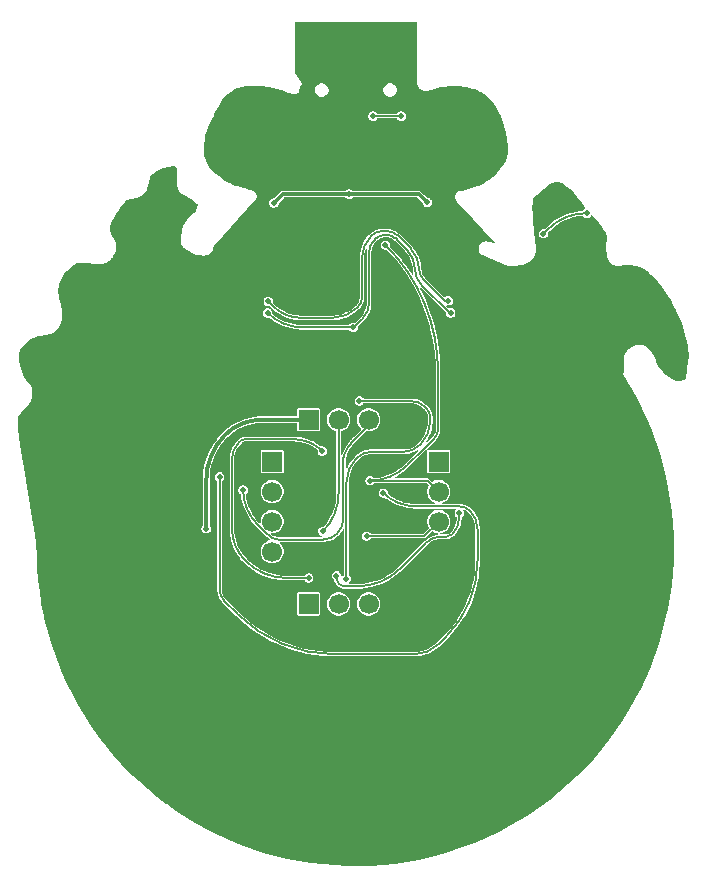
<source format=gbr>
%TF.GenerationSoftware,KiCad,Pcbnew,9.0.4*%
%TF.CreationDate,2025-12-27T15:03:28+03:00*%
%TF.ProjectId,Blinky _hristmas ball,426c696e-6b79-4202-9168-726973746d61,rev?*%
%TF.SameCoordinates,Original*%
%TF.FileFunction,Copper,L2,Bot*%
%TF.FilePolarity,Positive*%
%FSLAX46Y46*%
G04 Gerber Fmt 4.6, Leading zero omitted, Abs format (unit mm)*
G04 Created by KiCad (PCBNEW 9.0.4) date 2025-12-27 15:03:28*
%MOMM*%
%LPD*%
G01*
G04 APERTURE LIST*
%TA.AperFunction,ComponentPad*%
%ADD10R,1.700000X1.700000*%
%TD*%
%TA.AperFunction,ComponentPad*%
%ADD11C,1.700000*%
%TD*%
%TA.AperFunction,HeatsinkPad*%
%ADD12O,1.000000X2.100000*%
%TD*%
%TA.AperFunction,HeatsinkPad*%
%ADD13O,1.000000X1.800000*%
%TD*%
%TA.AperFunction,ViaPad*%
%ADD14C,0.500000*%
%TD*%
%TA.AperFunction,Conductor*%
%ADD15C,0.127000*%
%TD*%
%TA.AperFunction,Conductor*%
%ADD16C,0.300000*%
%TD*%
G04 APERTURE END LIST*
D10*
%TO.P,X4,1,Pin_1*%
%TO.N,/PD6*%
X88900000Y-82090000D03*
D11*
%TO.P,X4,2,Pin_2*%
%TO.N,/PC0*%
X88900000Y-84630000D03*
%TO.P,X4,3,Pin_3*%
%TO.N,/PC1*%
X88900000Y-87170000D03*
%TO.P,X4,4,Pin_4*%
%TO.N,/PC2*%
X88900000Y-89710000D03*
%TD*%
D10*
%TO.P,X5,1,Pin_1*%
%TO.N,+3.3V*%
X91990000Y-78550000D03*
D11*
%TO.P,X5,2,Pin_2*%
%TO.N,/PC3*%
X94530000Y-78550000D03*
%TO.P,X5,3,Pin_3*%
%TO.N,/PC4*%
X97070000Y-78550000D03*
%TO.P,X5,4,Pin_4*%
%TO.N,Earth*%
X99610000Y-78550000D03*
%TD*%
D10*
%TO.P,X3,1,Pin_1*%
%TO.N,+3.3V*%
X91990000Y-94150000D03*
D11*
%TO.P,X3,2,Pin_2*%
%TO.N,/PD0*%
X94530000Y-94150000D03*
%TO.P,X3,3,Pin_3*%
%TO.N,/PD2*%
X97070000Y-94150000D03*
%TO.P,X3,4,Pin_4*%
%TO.N,Earth*%
X99610000Y-94150000D03*
%TD*%
D10*
%TO.P,X2,1,Pin_1*%
%TO.N,+5V*%
X103000000Y-82090000D03*
D11*
%TO.P,X2,2,Pin_2*%
%TO.N,/PD7_NRST*%
X103000000Y-84630000D03*
%TO.P,X2,3,Pin_3*%
%TO.N,/PD1_SWD*%
X103000000Y-87170000D03*
%TO.P,X2,4,Pin_4*%
%TO.N,Earth*%
X103000000Y-89710000D03*
%TD*%
D12*
%TO.P,X1,S1,SHIELD*%
%TO.N,Earth*%
X100320000Y-51130000D03*
D13*
X100320000Y-46950000D03*
D12*
X91680000Y-51130000D03*
D13*
X91680000Y-46950000D03*
%TD*%
D14*
%TO.N,Earth*%
X96010000Y-86010000D03*
X100025000Y-87625000D03*
X79625000Y-95725000D03*
X81700000Y-92475000D03*
X81875000Y-99900000D03*
X85725000Y-98450000D03*
X87450000Y-102175000D03*
X99200000Y-101875000D03*
X100225000Y-105075000D03*
X106800000Y-97225000D03*
X108950000Y-101825000D03*
X108725000Y-92250000D03*
X119400000Y-92775000D03*
X120325000Y-81725000D03*
X118775000Y-70450000D03*
X120225000Y-66575000D03*
X113375000Y-69825000D03*
X113250000Y-65825000D03*
X109525000Y-67900000D03*
X106675000Y-62800000D03*
X104250000Y-60875000D03*
X104125000Y-57675000D03*
X107150000Y-56300000D03*
X107500000Y-53625000D03*
X106325000Y-51350000D03*
X103425000Y-51350000D03*
X97450000Y-46525000D03*
X94075000Y-46525000D03*
X86700000Y-56125000D03*
X88900000Y-51700000D03*
X86250000Y-51825000D03*
X89375000Y-58375000D03*
X91925000Y-56575000D03*
X90200000Y-61575000D03*
X92750000Y-66750000D03*
X85125000Y-67325000D03*
X78625000Y-67800000D03*
X74975000Y-71325000D03*
X70500000Y-80400000D03*
X71025000Y-85150000D03*
X72425000Y-93100000D03*
X74100000Y-99800000D03*
X82175000Y-110200000D03*
X89200000Y-113200000D03*
X98950000Y-113200000D03*
X115675000Y-105775000D03*
X114750000Y-89050000D03*
X113425000Y-79925000D03*
X106625000Y-75100000D03*
X98900000Y-72725000D03*
X85775000Y-73025000D03*
X80775000Y-80050000D03*
X74225000Y-86375000D03*
X91750000Y-104500000D03*
X104700000Y-103400000D03*
X110875000Y-95775000D03*
X99075000Y-90150000D03*
X88800000Y-92625000D03*
X86150000Y-91450000D03*
X86750000Y-88575000D03*
X92350000Y-89625000D03*
X91225000Y-84750000D03*
X90825000Y-82700000D03*
X93275000Y-82700000D03*
X97025000Y-82575000D03*
%TO.N,Net-(D5-K)*%
X104025000Y-69500000D03*
%TO.N,Net-(D5-A)*%
X103825000Y-68475000D03*
X88575000Y-68525000D03*
%TO.N,Net-(D5-K)*%
X88525000Y-69500000D03*
X95775000Y-70725000D03*
%TO.N,Net-(X1-CC1)*%
X97450000Y-52850000D03*
X99825000Y-52850000D03*
%TO.N,+3.3V*%
X83325000Y-87775000D03*
%TO.N,/PD6*%
X84450000Y-83375000D03*
X98325000Y-84750000D03*
%TO.N,Net-(D10-A)*%
X115540328Y-61054682D03*
X111875000Y-62800000D03*
%TO.N,/PD0*%
X92000000Y-91950000D03*
X93150000Y-81200000D03*
%TO.N,/PD7_NRST*%
X98500000Y-63750000D03*
%TO.N,/PC4*%
X86450000Y-84500000D03*
%TO.N,/PC3*%
X93200000Y-88000000D03*
%TO.N,/PC6*%
X96300000Y-76950000D03*
%TO.N,/PC5*%
X104750000Y-86450000D03*
X94350000Y-91750000D03*
%TO.N,/PC6*%
X95200000Y-92000000D03*
%TO.N,/PD1_SWD*%
X96900000Y-88400000D03*
%TO.N,/PD7_NRST*%
X97200000Y-83700000D03*
%TO.N,+3.3V*%
X102050000Y-60150000D03*
X95400000Y-59450000D03*
X89050000Y-60200000D03*
%TD*%
D15*
%TO.N,Net-(D5-A)*%
X88985050Y-68935050D02*
X88575000Y-68525000D01*
X94022918Y-69925000D02*
X91375000Y-69925000D01*
X96500000Y-64906371D02*
X96500000Y-68270406D01*
X97339124Y-62935875D02*
X97300000Y-62975000D01*
X100625216Y-64050215D02*
X99525000Y-62950000D01*
X103525000Y-68475000D02*
X101703554Y-66653554D01*
X103825000Y-68475000D02*
X103525000Y-68475000D01*
X91375000Y-69925000D02*
G75*
G02*
X88985050Y-68935050I0J3379900D01*
G01*
X98619670Y-62575000D02*
X98210355Y-62575000D01*
X96075000Y-69075000D02*
G75*
G02*
X94022918Y-69925008I-2052100J2052100D01*
G01*
X97300000Y-62975000D02*
G75*
G03*
X96499988Y-64906371I1931400J-1931400D01*
G01*
X96231587Y-68918414D02*
X96075000Y-69075000D01*
X98210355Y-62575000D02*
G75*
G03*
X97339148Y-62935899I45J-1232100D01*
G01*
X96500000Y-68270406D02*
G75*
G02*
X96231579Y-68918406I-916400J6D01*
G01*
X99525000Y-62950000D02*
G75*
G03*
X98619670Y-62575012I-905300J-905300D01*
G01*
X101350000Y-65800000D02*
G75*
G03*
X100625222Y-64050209I-2474600J0D01*
G01*
X101703554Y-66653554D02*
G75*
G02*
X101349998Y-65800000I853546J853554D01*
G01*
%TO.N,Net-(D5-K)*%
X96550000Y-70000000D02*
X95860355Y-70689645D01*
X97125000Y-64330329D02*
X97125000Y-68611827D01*
X97720226Y-63179774D02*
X97517677Y-63382323D01*
X98350000Y-62925000D02*
X98334170Y-62925470D01*
X98834070Y-62925000D02*
X98350000Y-62925000D01*
X99360738Y-63198653D02*
X99264133Y-63126332D01*
X99494975Y-63319975D02*
X99451938Y-63277681D01*
X100264860Y-64089860D02*
X99494975Y-63319975D01*
X101625000Y-67200000D02*
X101502297Y-67077297D01*
X103854290Y-69429289D02*
X101625000Y-67200000D01*
X97125000Y-68611827D02*
G75*
G02*
X96549992Y-69999992I-1963200J27D01*
G01*
X97517677Y-63382323D02*
G75*
G03*
X97125026Y-64330329I948023J-947977D01*
G01*
X98334170Y-62925470D02*
G75*
G03*
X97720245Y-63179793I30J-868230D01*
G01*
X95860355Y-70689645D02*
G75*
G02*
X95775000Y-70725003I-85355J85345D01*
G01*
X99451938Y-63277681D02*
X99360738Y-63198653D01*
X99162615Y-63061088D02*
G75*
G03*
X98834070Y-62925012I-328515J-328512D01*
G01*
X101025000Y-65925000D02*
G75*
G03*
X100264864Y-64089856I-2595300J0D01*
G01*
X101502297Y-67077297D02*
G75*
G02*
X101025002Y-65925000I1152303J1152297D01*
G01*
X104025000Y-69500000D02*
G75*
G02*
X103854294Y-69429285I0J241400D01*
G01*
X99264133Y-63126332D02*
X99162615Y-63061088D01*
X95375000Y-70725000D02*
X91482412Y-70725000D01*
X95775000Y-70725000D02*
X95375000Y-70725000D01*
X91482412Y-70725000D02*
G75*
G02*
X88524997Y-69500003I-12J4182400D01*
G01*
%TO.N,Net-(X1-CC1)*%
X99825000Y-52850000D02*
X97450000Y-52850000D01*
D16*
%TO.N,+3.3V*%
X84925000Y-79825000D02*
G75*
G02*
X88003122Y-78550009I3078100J-3078100D01*
G01*
X83325000Y-83687742D02*
G75*
G02*
X84924988Y-79824988I5462700J42D01*
G01*
X83325000Y-87775000D02*
X83325000Y-83687742D01*
X88003122Y-78550000D02*
X91990000Y-78550000D01*
D15*
%TO.N,/PD6*%
X84850000Y-93875000D02*
G75*
G02*
X84449994Y-92909315I965700J965700D01*
G01*
X94175000Y-98400000D02*
G75*
G02*
X85980893Y-95005882I0J11588200D01*
G01*
X100947918Y-98400000D02*
X94375000Y-98400000D01*
X103000000Y-97550000D02*
G75*
G02*
X100947918Y-98400008I-2052100J2052100D01*
G01*
X103623350Y-96926650D02*
X103000000Y-97550000D01*
X84450000Y-92909315D02*
X84450000Y-83375000D01*
X106300000Y-90464645D02*
G75*
G02*
X103623348Y-96926648I-9138660J5D01*
G01*
X106300000Y-90350000D02*
X106300000Y-90464645D01*
X106300000Y-87803392D02*
X106300000Y-90350000D01*
X94375000Y-98400000D02*
X94175000Y-98400000D01*
X105661590Y-86262134D02*
G75*
G02*
X106299996Y-87803392I-1541290J-1541266D01*
G01*
X105650000Y-86250000D02*
X105661590Y-86262134D01*
X104744670Y-85875000D02*
G75*
G02*
X105650009Y-86249991I30J-1280300D01*
G01*
X102800000Y-85875000D02*
X102900000Y-85875000D01*
X102900000Y-85875000D02*
X104744670Y-85875000D01*
X101040990Y-85875000D02*
X102800000Y-85875000D01*
X98325000Y-84750000D02*
G75*
G03*
X101040990Y-85875004I2716000J2716000D01*
G01*
X85980888Y-95005887D02*
X84850000Y-93875000D01*
%TO.N,Net-(D10-A)*%
X112262666Y-62412334D02*
G75*
G02*
X115540328Y-61054703I3277634J-3277666D01*
G01*
X111875000Y-62800000D02*
X112262666Y-62412334D01*
%TO.N,/PD0*%
X89950000Y-80200000D02*
X90735786Y-80200000D01*
X86101041Y-80448959D02*
X86200000Y-80350000D01*
X92000000Y-91950000D02*
X90150610Y-91950000D01*
X90735786Y-80200000D02*
G75*
G02*
X93150004Y-81199996I14J-3414200D01*
G01*
X86562132Y-80200000D02*
X89950000Y-80200000D01*
X86200000Y-80350000D02*
G75*
G02*
X86562132Y-80200013I362100J-362100D01*
G01*
X85500000Y-87723654D02*
X85500000Y-81900000D01*
X85500000Y-81900000D02*
G75*
G02*
X86101037Y-80448955I2052100J0D01*
G01*
X90150610Y-91950000D02*
G75*
G02*
X86649997Y-90500003I-10J4950600D01*
G01*
X86650000Y-90500000D02*
G75*
G02*
X85500019Y-87723654I2776300J2776300D01*
G01*
%TO.N,/PD7_NRST*%
X102950000Y-74493250D02*
G75*
G03*
X98500000Y-63750000I-15193250J0D01*
G01*
X102950000Y-79400000D02*
X102950000Y-74493250D01*
X102667157Y-80082843D02*
G75*
G03*
X102949996Y-79400000I-682857J682843D01*
G01*
X101750000Y-81000000D02*
X102667157Y-80082843D01*
X100358147Y-82391852D02*
X101750000Y-81000000D01*
X97200000Y-83700000D02*
G75*
G03*
X100358149Y-82391854I0J4466300D01*
G01*
%TO.N,/PC4*%
X87646520Y-87388655D02*
G75*
G02*
X86450007Y-84500000I2888680J2888655D01*
G01*
X88511128Y-88253263D02*
X87646520Y-87388655D01*
X88601221Y-88331329D02*
X88511128Y-88253263D01*
X88696653Y-88402770D02*
X88601221Y-88331329D01*
X88901567Y-88524352D02*
X88796939Y-88467220D01*
X89010005Y-88573875D02*
X88901567Y-88524352D01*
X89470562Y-88691431D02*
X89352565Y-88674464D01*
X89589469Y-88699937D02*
X89470562Y-88691431D01*
X89649074Y-88700470D02*
X89589469Y-88699937D01*
X93192893Y-88700000D02*
X92350000Y-88700000D01*
X94400000Y-88200000D02*
G75*
G02*
X93192893Y-88699997I-1207100J1207100D01*
G01*
X89352565Y-88674464D02*
X89236080Y-88649123D01*
X88796939Y-88467220D02*
X88696653Y-88402770D01*
X94945902Y-86882076D02*
G75*
G02*
X94400007Y-88200007I-1863802J-24D01*
G01*
X94945902Y-81795628D02*
X94945902Y-86882076D01*
X94971884Y-81708302D02*
X94945902Y-81795628D01*
X89121698Y-88615536D02*
X89010005Y-88573875D01*
X95031364Y-81536067D02*
X94971884Y-81708302D01*
X95099281Y-81366981D02*
X95031364Y-81536067D01*
X92350000Y-88700000D02*
X92334170Y-88700470D01*
X89236080Y-88649123D02*
X89121698Y-88615536D01*
X95175470Y-81201458D02*
X95099281Y-81366981D01*
X95259745Y-81039902D02*
X95175470Y-81201458D01*
X92334170Y-88700470D02*
X89649074Y-88700470D01*
X95401334Y-80806175D02*
X95351899Y-80882707D01*
X95448558Y-80736596D02*
X95401334Y-80806175D01*
X95501148Y-80662884D02*
X95448558Y-80736596D01*
X95551767Y-80595220D02*
X95501148Y-80662884D01*
X95607412Y-80524323D02*
X95551767Y-80595220D01*
X95661268Y-80458801D02*
X95607412Y-80524323D01*
X95719868Y-80390765D02*
X95661268Y-80458801D01*
X95776807Y-80327576D02*
X95719868Y-80390765D01*
X95900000Y-80200000D02*
X95838246Y-80262461D01*
X96730589Y-79369412D02*
X95900000Y-80200000D01*
X95351899Y-80882707D02*
X95259745Y-81039902D01*
X97070000Y-78550000D02*
G75*
G02*
X96730584Y-79369407I-1158800J0D01*
G01*
X95838246Y-80262461D02*
X95776807Y-80327576D01*
%TO.N,/PC3*%
X93200000Y-88000000D02*
G75*
G03*
X94529998Y-84789096I-3210900J3210900D01*
G01*
X94530000Y-84789096D02*
X94530000Y-78550000D01*
%TO.N,/PC5*%
X104150000Y-88250000D02*
X104164645Y-88235355D01*
X103150000Y-88450000D02*
X103667157Y-88450000D01*
X99750000Y-91150000D02*
X101955025Y-88944975D01*
X95012132Y-92650000D02*
X96128680Y-92650000D01*
X104750000Y-86822183D02*
X104750000Y-86450000D01*
X94550000Y-92450000D02*
X94564645Y-92464645D01*
X94350000Y-91750000D02*
X94350000Y-91967157D01*
X104164645Y-88235355D02*
G75*
G03*
X104749996Y-86822183I-1413145J1413155D01*
G01*
X103667157Y-88450000D02*
G75*
G03*
X104150013Y-88250013I43J682800D01*
G01*
X101955025Y-88944975D02*
G75*
G02*
X103150000Y-88450015I1194975J-1195025D01*
G01*
X96128680Y-92650000D02*
G75*
G03*
X99750006Y-91150006I20J5121300D01*
G01*
X94564645Y-92464645D02*
G75*
G03*
X95012132Y-92649961I447455J447545D01*
G01*
X94350000Y-91967157D02*
G75*
G03*
X94549987Y-92450013I682800J-43D01*
G01*
%TO.N,/PC6*%
X100592892Y-76950000D02*
X96300000Y-76950000D01*
X101950000Y-77550000D02*
X101885356Y-77485356D01*
X101885356Y-77485356D02*
G75*
G03*
X100592892Y-76950000I-1292456J-1292444D01*
G01*
X102300000Y-78400000D02*
X102300000Y-78394975D01*
X102300000Y-78394975D02*
G75*
G03*
X101949993Y-77550007I-1195000J-25D01*
G01*
%TO.N,/PD7_NRST*%
X102070000Y-83700000D02*
X103000000Y-84630000D01*
X97200000Y-83700000D02*
X102070000Y-83700000D01*
%TO.N,/PD1_SWD*%
X96900000Y-88400000D02*
X101770000Y-88400000D01*
X101770000Y-88400000D02*
X103000000Y-87170000D01*
D16*
%TO.N,+3.3V*%
X101350000Y-59450000D02*
X95400000Y-59450000D01*
X102050000Y-60150000D02*
X101350000Y-59450000D01*
X89800000Y-59450000D02*
X95400000Y-59450000D01*
X89050000Y-60200000D02*
X89800000Y-59450000D01*
D15*
%TO.N,/PC6*%
X102300000Y-78400000D02*
X102300000Y-78300000D01*
X102300000Y-78668629D02*
X102300000Y-78400000D01*
X101400000Y-80700000D02*
X101500000Y-80600000D01*
X101500000Y-80600000D02*
G75*
G03*
X102300012Y-78668629I-1931400J1931400D01*
G01*
X97360113Y-81250000D02*
X97850000Y-81250000D01*
X96061590Y-81787866D02*
G75*
G02*
X97360113Y-81250013I1298510J-1298534D01*
G01*
X96050000Y-81800000D02*
X96061590Y-81787866D01*
X95200000Y-83852082D02*
G75*
G02*
X96050005Y-81800005I2902100J-18D01*
G01*
X98050000Y-81250000D02*
X100072183Y-81250000D01*
X95200000Y-92000000D02*
X95200000Y-83852082D01*
X97850000Y-81250000D02*
X98050000Y-81250000D01*
X100072183Y-81250000D02*
G75*
G03*
X101400005Y-80700005I17J1877800D01*
G01*
%TD*%
%TA.AperFunction,Conductor*%
%TO.N,Earth*%
G36*
X101282077Y-81129086D02*
G01*
X101290090Y-81176245D01*
X101273351Y-81206532D01*
X100224069Y-82255814D01*
X100222099Y-82257700D01*
X99950123Y-82506920D01*
X99945947Y-82510425D01*
X99654365Y-82734163D01*
X99649898Y-82737290D01*
X99339946Y-82934752D01*
X99335224Y-82937478D01*
X99009236Y-83107176D01*
X99004295Y-83109480D01*
X98664757Y-83250121D01*
X98659633Y-83251986D01*
X98309129Y-83362499D01*
X98303863Y-83363910D01*
X97945062Y-83443455D01*
X97939692Y-83444402D01*
X97586300Y-83490926D01*
X97540094Y-83478545D01*
X97524014Y-83460209D01*
X97520479Y-83454086D01*
X97445914Y-83379521D01*
X97445913Y-83379520D01*
X97400250Y-83353156D01*
X97354586Y-83326792D01*
X97354583Y-83326791D01*
X97252733Y-83299501D01*
X97252728Y-83299500D01*
X97252727Y-83299500D01*
X97147273Y-83299500D01*
X97147272Y-83299500D01*
X97147266Y-83299501D01*
X97045416Y-83326791D01*
X97045413Y-83326792D01*
X96954085Y-83379521D01*
X96954081Y-83379524D01*
X96879524Y-83454081D01*
X96879521Y-83454085D01*
X96826792Y-83545413D01*
X96826791Y-83545416D01*
X96799501Y-83647266D01*
X96799500Y-83647274D01*
X96799500Y-83752725D01*
X96799501Y-83752733D01*
X96826791Y-83854583D01*
X96826792Y-83854586D01*
X96826793Y-83854587D01*
X96879519Y-83945912D01*
X96879521Y-83945914D01*
X96879524Y-83945918D01*
X96954081Y-84020475D01*
X96954085Y-84020478D01*
X96954087Y-84020480D01*
X97006799Y-84050913D01*
X97045413Y-84073207D01*
X97045416Y-84073208D01*
X97097573Y-84087183D01*
X97147273Y-84100500D01*
X97147274Y-84100500D01*
X97252726Y-84100500D01*
X97252727Y-84100500D01*
X97354587Y-84073207D01*
X97445913Y-84020480D01*
X97520480Y-83945913D01*
X97527188Y-83934292D01*
X97534143Y-83922249D01*
X97572094Y-83893129D01*
X97588269Y-83891000D01*
X101964997Y-83891000D01*
X102009191Y-83909306D01*
X102150798Y-84050913D01*
X102169104Y-84095107D01*
X102158572Y-84129829D01*
X102133749Y-84166980D01*
X102133746Y-84166986D01*
X102060066Y-84344865D01*
X102060064Y-84344873D01*
X102022500Y-84533724D01*
X102022500Y-84726275D01*
X102060064Y-84915126D01*
X102060066Y-84915134D01*
X102133750Y-85093020D01*
X102133751Y-85093022D01*
X102229184Y-85235847D01*
X102240726Y-85253120D01*
X102376880Y-85389274D01*
X102536980Y-85496250D01*
X102605148Y-85524486D01*
X102699957Y-85563758D01*
X102733782Y-85597583D01*
X102733781Y-85645418D01*
X102699956Y-85679243D01*
X102676039Y-85684000D01*
X101042365Y-85684000D01*
X101039639Y-85683941D01*
X100725590Y-85670228D01*
X100720158Y-85669752D01*
X100409878Y-85628902D01*
X100404519Y-85627957D01*
X100098955Y-85560215D01*
X100093704Y-85558808D01*
X99795224Y-85464696D01*
X99790100Y-85462831D01*
X99500961Y-85343066D01*
X99496020Y-85340762D01*
X99218419Y-85196252D01*
X99213697Y-85193526D01*
X99190696Y-85178873D01*
X99055938Y-85093022D01*
X98949752Y-85025374D01*
X98945285Y-85022247D01*
X98747324Y-84870346D01*
X98723407Y-84828919D01*
X98725005Y-84804574D01*
X98725499Y-84802729D01*
X98725500Y-84802726D01*
X98725500Y-84697274D01*
X98725498Y-84697266D01*
X98698208Y-84595416D01*
X98698207Y-84595413D01*
X98693735Y-84587668D01*
X98645480Y-84504087D01*
X98645478Y-84504085D01*
X98645475Y-84504081D01*
X98570918Y-84429524D01*
X98570914Y-84429521D01*
X98570913Y-84429520D01*
X98525250Y-84403156D01*
X98479586Y-84376792D01*
X98479583Y-84376791D01*
X98377733Y-84349501D01*
X98377728Y-84349500D01*
X98377727Y-84349500D01*
X98272273Y-84349500D01*
X98272272Y-84349500D01*
X98272266Y-84349501D01*
X98170416Y-84376791D01*
X98170413Y-84376792D01*
X98079085Y-84429521D01*
X98079081Y-84429524D01*
X98004524Y-84504081D01*
X98004521Y-84504085D01*
X97951792Y-84595413D01*
X97951791Y-84595416D01*
X97924501Y-84697266D01*
X97924500Y-84697274D01*
X97924500Y-84802725D01*
X97924501Y-84802733D01*
X97951791Y-84904583D01*
X97951792Y-84904586D01*
X97957882Y-84915134D01*
X97992453Y-84975013D01*
X98004521Y-84995914D01*
X98004524Y-84995918D01*
X98079081Y-85070475D01*
X98079085Y-85070478D01*
X98079087Y-85070480D01*
X98170413Y-85123207D01*
X98170416Y-85123208D01*
X98224345Y-85137658D01*
X98272273Y-85150500D01*
X98272274Y-85150500D01*
X98377726Y-85150500D01*
X98377727Y-85150500D01*
X98377735Y-85150498D01*
X98391932Y-85146693D01*
X98425653Y-85137658D01*
X98473079Y-85143901D01*
X98482005Y-85150150D01*
X98584134Y-85235847D01*
X98584146Y-85235855D01*
X98584156Y-85235863D01*
X98608802Y-85253120D01*
X98872542Y-85437792D01*
X99177452Y-85613833D01*
X99177458Y-85613836D01*
X99177462Y-85613838D01*
X99488948Y-85759086D01*
X99496546Y-85762629D01*
X99827393Y-85883048D01*
X99827400Y-85883050D01*
X100167484Y-85974176D01*
X100417849Y-86018322D01*
X100514208Y-86035313D01*
X100790558Y-86059490D01*
X100864947Y-86065999D01*
X100864949Y-86065999D01*
X100990564Y-86065999D01*
X100990568Y-86066000D01*
X101002998Y-86066000D01*
X101040990Y-86066000D01*
X101078982Y-86066000D01*
X102762008Y-86066000D01*
X102862008Y-86066000D01*
X104416718Y-86066000D01*
X104460912Y-86084306D01*
X104479218Y-86128500D01*
X104460912Y-86172694D01*
X104429524Y-86204081D01*
X104429521Y-86204085D01*
X104376792Y-86295413D01*
X104376791Y-86295416D01*
X104349501Y-86397266D01*
X104349500Y-86397274D01*
X104349500Y-86502725D01*
X104349501Y-86502733D01*
X104376791Y-86604583D01*
X104376792Y-86604586D01*
X104429521Y-86695914D01*
X104504087Y-86770480D01*
X104526604Y-86783480D01*
X104555725Y-86821430D01*
X104557721Y-86841694D01*
X104543805Y-87054025D01*
X104542738Y-87062131D01*
X104498212Y-87285990D01*
X104496096Y-87293887D01*
X104422731Y-87510013D01*
X104419603Y-87517566D01*
X104318651Y-87722277D01*
X104314563Y-87729357D01*
X104187759Y-87919132D01*
X104182782Y-87925618D01*
X104030980Y-88098714D01*
X104028184Y-88101699D01*
X104017111Y-88112772D01*
X104012567Y-88116891D01*
X103945175Y-88172198D01*
X103934986Y-88179006D01*
X103860808Y-88218653D01*
X103849493Y-88223339D01*
X103775051Y-88245918D01*
X103769011Y-88247750D01*
X103756994Y-88250139D01*
X103670046Y-88258698D01*
X103663925Y-88258999D01*
X103653184Y-88258999D01*
X103629177Y-88258998D01*
X103629172Y-88258999D01*
X103623208Y-88259000D01*
X103623207Y-88258999D01*
X103623206Y-88259000D01*
X103170301Y-88259000D01*
X103126107Y-88240694D01*
X103107801Y-88196500D01*
X103126107Y-88152306D01*
X103158108Y-88135201D01*
X103168235Y-88133186D01*
X103285126Y-88109936D01*
X103285132Y-88109933D01*
X103285134Y-88109933D01*
X103358554Y-88079521D01*
X103463020Y-88036250D01*
X103623120Y-87929274D01*
X103759274Y-87793120D01*
X103866250Y-87633020D01*
X103939936Y-87455126D01*
X103977500Y-87266275D01*
X103977500Y-87073725D01*
X103939936Y-86884874D01*
X103939934Y-86884869D01*
X103939933Y-86884865D01*
X103893045Y-86771669D01*
X103866250Y-86706980D01*
X103759274Y-86546880D01*
X103623120Y-86410726D01*
X103623119Y-86410725D01*
X103463022Y-86303751D01*
X103463020Y-86303750D01*
X103285134Y-86230066D01*
X103285126Y-86230064D01*
X103096275Y-86192500D01*
X102903725Y-86192500D01*
X102714873Y-86230064D01*
X102714865Y-86230066D01*
X102536979Y-86303750D01*
X102536977Y-86303751D01*
X102376880Y-86410725D01*
X102240725Y-86546880D01*
X102133751Y-86706977D01*
X102133750Y-86706979D01*
X102060066Y-86884865D01*
X102060064Y-86884873D01*
X102022500Y-87073724D01*
X102022500Y-87266275D01*
X102060064Y-87455126D01*
X102060066Y-87455134D01*
X102133750Y-87633020D01*
X102133751Y-87633023D01*
X102158571Y-87670168D01*
X102167903Y-87717085D01*
X102150798Y-87749085D01*
X101709191Y-88190694D01*
X101664997Y-88209000D01*
X97288269Y-88209000D01*
X97244075Y-88190694D01*
X97234143Y-88177751D01*
X97220480Y-88154087D01*
X97220475Y-88154081D01*
X97145918Y-88079524D01*
X97145914Y-88079521D01*
X97145913Y-88079520D01*
X97088710Y-88046494D01*
X97054586Y-88026792D01*
X97054583Y-88026791D01*
X96952733Y-87999501D01*
X96952728Y-87999500D01*
X96952727Y-87999500D01*
X96847273Y-87999500D01*
X96847272Y-87999500D01*
X96847266Y-87999501D01*
X96745416Y-88026791D01*
X96745413Y-88026792D01*
X96654085Y-88079521D01*
X96654081Y-88079524D01*
X96579524Y-88154081D01*
X96579521Y-88154085D01*
X96526792Y-88245413D01*
X96526791Y-88245416D01*
X96499501Y-88347266D01*
X96499500Y-88347274D01*
X96499500Y-88452725D01*
X96499501Y-88452733D01*
X96526791Y-88554583D01*
X96526792Y-88554586D01*
X96541570Y-88580182D01*
X96579519Y-88645912D01*
X96579521Y-88645914D01*
X96579524Y-88645918D01*
X96654081Y-88720475D01*
X96654085Y-88720478D01*
X96654087Y-88720480D01*
X96717207Y-88756922D01*
X96745413Y-88773207D01*
X96745416Y-88773208D01*
X96782155Y-88783052D01*
X96847273Y-88800500D01*
X96847274Y-88800500D01*
X96952726Y-88800500D01*
X96952727Y-88800500D01*
X97054587Y-88773207D01*
X97145913Y-88720480D01*
X97220480Y-88645913D01*
X97228752Y-88631585D01*
X97234143Y-88622249D01*
X97272094Y-88593129D01*
X97288269Y-88591000D01*
X101807990Y-88591000D01*
X101807992Y-88591000D01*
X101878193Y-88561922D01*
X102420914Y-88019199D01*
X102465107Y-88000894D01*
X102499829Y-88011426D01*
X102536980Y-88036250D01*
X102576774Y-88052733D01*
X102714865Y-88109933D01*
X102714869Y-88109934D01*
X102714874Y-88109936D01*
X102903725Y-88147500D01*
X102920190Y-88147500D01*
X102964384Y-88165806D01*
X102982690Y-88210000D01*
X102964384Y-88254194D01*
X102928348Y-88271965D01*
X102782256Y-88291197D01*
X102782254Y-88291197D01*
X102544101Y-88355009D01*
X102544093Y-88355012D01*
X102316301Y-88449364D01*
X102316291Y-88449369D01*
X102102768Y-88572642D01*
X102102758Y-88572649D01*
X101907152Y-88722736D01*
X101907150Y-88722738D01*
X101907146Y-88722742D01*
X101846834Y-88783051D01*
X101846832Y-88783053D01*
X101819970Y-88809915D01*
X101793105Y-88836779D01*
X101793104Y-88836780D01*
X99615811Y-91014072D01*
X99614042Y-91015773D01*
X99332466Y-91276059D01*
X99328734Y-91279246D01*
X99028582Y-91515866D01*
X99024612Y-91518751D01*
X98706807Y-91731102D01*
X98702623Y-91733666D01*
X98369139Y-91920425D01*
X98364766Y-91922653D01*
X98017661Y-92082671D01*
X98013127Y-92084549D01*
X97654532Y-92216840D01*
X97649865Y-92218356D01*
X97282007Y-92322102D01*
X97277235Y-92323248D01*
X96902364Y-92397813D01*
X96897517Y-92398581D01*
X96517947Y-92443505D01*
X96513055Y-92443890D01*
X96129670Y-92458952D01*
X96127216Y-92459000D01*
X95439242Y-92459000D01*
X95395048Y-92440694D01*
X95376742Y-92396500D01*
X95395048Y-92352306D01*
X95407988Y-92342375D01*
X95445913Y-92320480D01*
X95520480Y-92245913D01*
X95573207Y-92154587D01*
X95600500Y-92052727D01*
X95600500Y-91947273D01*
X95573207Y-91845413D01*
X95520480Y-91754087D01*
X95520478Y-91754085D01*
X95520475Y-91754081D01*
X95445918Y-91679524D01*
X95445912Y-91679519D01*
X95422249Y-91665857D01*
X95393129Y-91627906D01*
X95391000Y-91611731D01*
X95391000Y-83853841D01*
X95391098Y-83850336D01*
X95394567Y-83788572D01*
X95407851Y-83552035D01*
X95408636Y-83545076D01*
X95409826Y-83538077D01*
X95458389Y-83252264D01*
X95459949Y-83245434D01*
X95467157Y-83220416D01*
X95542170Y-82960039D01*
X95544484Y-82953428D01*
X95544845Y-82952558D01*
X95658144Y-82679030D01*
X95661183Y-82672720D01*
X95804853Y-82412772D01*
X95808572Y-82406851D01*
X95980451Y-82164611D01*
X95984810Y-82159145D01*
X96183553Y-81936751D01*
X96184901Y-81935293D01*
X96186161Y-81933973D01*
X96187125Y-81932988D01*
X96199624Y-81920490D01*
X96202592Y-81917709D01*
X96355390Y-81783712D01*
X96361858Y-81778748D01*
X96534018Y-81663718D01*
X96541081Y-81659639D01*
X96726785Y-81568062D01*
X96734331Y-81564937D01*
X96930382Y-81498389D01*
X96938260Y-81496278D01*
X97141330Y-81455886D01*
X97149432Y-81454820D01*
X97209338Y-81450894D01*
X97358269Y-81441134D01*
X97362356Y-81441000D01*
X100116697Y-81441000D01*
X100116771Y-81440992D01*
X100188363Y-81440993D01*
X100374247Y-81420050D01*
X100419261Y-81414979D01*
X100419261Y-81414978D01*
X100419267Y-81414978D01*
X100645806Y-81363274D01*
X100865131Y-81286530D01*
X101074485Y-81185712D01*
X101195907Y-81109417D01*
X101243064Y-81101405D01*
X101282077Y-81129086D01*
G37*
%TD.AperFunction*%
%TA.AperFunction,Conductor*%
G36*
X101181194Y-44868806D02*
G01*
X101199500Y-44913000D01*
X101199500Y-49970270D01*
X101199139Y-49974268D01*
X101199332Y-49974852D01*
X101199086Y-49978184D01*
X101192668Y-50013433D01*
X101194684Y-50038076D01*
X101194328Y-50042921D01*
X101194289Y-50043420D01*
X101192673Y-50063227D01*
X101192673Y-50063238D01*
X101199162Y-50098823D01*
X101199954Y-50104771D01*
X101200108Y-50106593D01*
X101201353Y-50155161D01*
X101205357Y-50168708D01*
X101205894Y-50175055D01*
X101205883Y-50175088D01*
X101205907Y-50175214D01*
X101206541Y-50182960D01*
X101214072Y-50204017D01*
X101216547Y-50213000D01*
X101217168Y-50216163D01*
X101217169Y-50216165D01*
X101230583Y-50255963D01*
X101234828Y-50268558D01*
X101235537Y-50270801D01*
X101251211Y-50323822D01*
X101252533Y-50325982D01*
X101258449Y-50338642D01*
X101259258Y-50341042D01*
X101259259Y-50341043D01*
X101259260Y-50341046D01*
X101289894Y-50387110D01*
X101291117Y-50389026D01*
X101304295Y-50410557D01*
X101307395Y-50416272D01*
X101315638Y-50433562D01*
X101315640Y-50433564D01*
X101315641Y-50433566D01*
X101324511Y-50443955D01*
X101336503Y-50458000D01*
X101341011Y-50463969D01*
X101358801Y-50490719D01*
X101378204Y-50507810D01*
X101384422Y-50514125D01*
X101394811Y-50526293D01*
X101401212Y-50533789D01*
X101403394Y-50535289D01*
X101427686Y-50551991D01*
X101429362Y-50553184D01*
X101431547Y-50554794D01*
X101457694Y-50577825D01*
X101473251Y-50585538D01*
X101477658Y-50588787D01*
X101478456Y-50590109D01*
X101483227Y-50593414D01*
X101490961Y-50600636D01*
X101490967Y-50600640D01*
X101521026Y-50616648D01*
X101527056Y-50620310D01*
X101555118Y-50639603D01*
X101559214Y-50641054D01*
X101577662Y-50647590D01*
X101586170Y-50651337D01*
X101607285Y-50662582D01*
X101640465Y-50670264D01*
X101641448Y-50670500D01*
X101644386Y-50671230D01*
X101679336Y-50683614D01*
X101699796Y-50685227D01*
X101745577Y-50694621D01*
X101747103Y-50694954D01*
X101761321Y-50698246D01*
X101804423Y-50708226D01*
X101804423Y-50708225D01*
X101804424Y-50708226D01*
X101810808Y-50708007D01*
X101817066Y-50709291D01*
X101876558Y-50705752D01*
X101936130Y-50703710D01*
X101936133Y-50703708D01*
X101940175Y-50703036D01*
X101940186Y-50703107D01*
X101949651Y-50701405D01*
X101961939Y-50700674D01*
X101965848Y-50700565D01*
X102013931Y-50700754D01*
X102023441Y-50698245D01*
X102035671Y-50696288D01*
X102045492Y-50695705D01*
X102091140Y-50680515D01*
X102094864Y-50679406D01*
X102287580Y-50628577D01*
X102289405Y-50628572D01*
X102351333Y-50611762D01*
X102413246Y-50595433D01*
X102413249Y-50595431D01*
X102413394Y-50595393D01*
X102420416Y-50593010D01*
X102848256Y-50476882D01*
X102850885Y-50476231D01*
X103149171Y-50409490D01*
X103151987Y-50408928D01*
X103486122Y-50350207D01*
X103489593Y-50349698D01*
X103851655Y-50306877D01*
X103855773Y-50306527D01*
X104240380Y-50286750D01*
X104245173Y-50286689D01*
X104653521Y-50297064D01*
X104657500Y-50297293D01*
X104857531Y-50315233D01*
X104860357Y-50315552D01*
X105071450Y-50344416D01*
X105073770Y-50344779D01*
X105346304Y-50392835D01*
X105402131Y-50402679D01*
X105404348Y-50403111D01*
X105542773Y-50432714D01*
X105696485Y-50465586D01*
X105699034Y-50466188D01*
X105912772Y-50521500D01*
X105915594Y-50522301D01*
X106018278Y-50554113D01*
X106107675Y-50581808D01*
X106110774Y-50582858D01*
X106265337Y-50639763D01*
X106268553Y-50641050D01*
X106340326Y-50672118D01*
X106410099Y-50702320D01*
X106413423Y-50703876D01*
X106417165Y-50705764D01*
X106536991Y-50766217D01*
X106540229Y-50767975D01*
X106649715Y-50831677D01*
X106654368Y-50834669D01*
X106882156Y-50995860D01*
X106887504Y-51000103D01*
X107074928Y-51166281D01*
X107118228Y-51204673D01*
X107122269Y-51208595D01*
X107396198Y-51499546D01*
X107398576Y-51502221D01*
X107654906Y-51807782D01*
X107657389Y-51810943D01*
X107868427Y-52098164D01*
X107871532Y-52102811D01*
X108062718Y-52418723D01*
X108065239Y-52423314D01*
X108239218Y-52774121D01*
X108241213Y-52778573D01*
X108394618Y-53160072D01*
X108396143Y-53164296D01*
X108524630Y-53564797D01*
X108525719Y-53568602D01*
X108633701Y-53996635D01*
X108633785Y-53996971D01*
X108661548Y-54109648D01*
X108663876Y-54119097D01*
X108680251Y-54186457D01*
X108725226Y-54371465D01*
X108725907Y-54374619D01*
X108776419Y-54641815D01*
X108776858Y-54644443D01*
X108825879Y-54982020D01*
X108826211Y-54984712D01*
X108852019Y-55239864D01*
X108852237Y-55242631D01*
X108867241Y-55508420D01*
X108867338Y-55511440D01*
X108868977Y-55715285D01*
X108868918Y-55718543D01*
X108860137Y-55917536D01*
X108859874Y-55921140D01*
X108844322Y-56073208D01*
X108843793Y-56077139D01*
X108821147Y-56212804D01*
X108819926Y-56218483D01*
X108775431Y-56386854D01*
X108772864Y-56394519D01*
X108685225Y-56609070D01*
X108682174Y-56615474D01*
X108537700Y-56879087D01*
X108534473Y-56884343D01*
X108326694Y-57188001D01*
X108324184Y-57191415D01*
X108204601Y-57343015D01*
X108202863Y-57345122D01*
X108067602Y-57501982D01*
X108065812Y-57503970D01*
X107919999Y-57659115D01*
X107918137Y-57661014D01*
X107762196Y-57813393D01*
X107760260Y-57815205D01*
X107599319Y-57959644D01*
X107597289Y-57961389D01*
X107428108Y-58100618D01*
X107425980Y-58102293D01*
X107256935Y-58229539D01*
X107254693Y-58231151D01*
X107079394Y-58351354D01*
X107077033Y-58352896D01*
X106905843Y-58459258D01*
X106903350Y-58460728D01*
X106727732Y-58558878D01*
X106725104Y-58560265D01*
X106556243Y-58644366D01*
X106553475Y-58645662D01*
X106380926Y-58721309D01*
X106378174Y-58722438D01*
X106229504Y-58779347D01*
X106227622Y-58780033D01*
X105786205Y-58932966D01*
X105784803Y-58933433D01*
X105450662Y-59040425D01*
X105448766Y-59040999D01*
X105212630Y-59108435D01*
X105209952Y-59109136D01*
X105062897Y-59144115D01*
X105058782Y-59144949D01*
X105033943Y-59149115D01*
X105019988Y-59149361D01*
X105019988Y-59149500D01*
X105016798Y-59149500D01*
X105016197Y-59149428D01*
X105015450Y-59149442D01*
X105011833Y-59148966D01*
X105011840Y-59148911D01*
X105007134Y-59148353D01*
X105007129Y-59148408D01*
X105003057Y-59147977D01*
X105003056Y-59147977D01*
X104972478Y-59148760D01*
X104944369Y-59149480D01*
X104942770Y-59149500D01*
X104940011Y-59149500D01*
X104931173Y-59148872D01*
X104916801Y-59146819D01*
X104905552Y-59145212D01*
X104905551Y-59145212D01*
X104879024Y-59148408D01*
X104874393Y-59148966D01*
X104873687Y-59149051D01*
X104866211Y-59149500D01*
X104834107Y-59149500D01*
X104809105Y-59156198D01*
X104809104Y-59156197D01*
X104804807Y-59157348D01*
X104774713Y-59160975D01*
X104741454Y-59174324D01*
X104737821Y-59175298D01*
X104737817Y-59175300D01*
X104706816Y-59183607D01*
X104706812Y-59183608D01*
X104684397Y-59196548D01*
X104684398Y-59196549D01*
X104680547Y-59198771D01*
X104652414Y-59210065D01*
X104623739Y-59231570D01*
X104620487Y-59233448D01*
X104620485Y-59233448D01*
X104592689Y-59249497D01*
X104592680Y-59249504D01*
X104574383Y-59267802D01*
X104574383Y-59267803D01*
X104571242Y-59270944D01*
X104546986Y-59289136D01*
X104524851Y-59317334D01*
X104522197Y-59319988D01*
X104522195Y-59319988D01*
X104499500Y-59342685D01*
X104499498Y-59342688D01*
X104486558Y-59365099D01*
X104481598Y-59372436D01*
X104465617Y-59392796D01*
X104453004Y-59422321D01*
X104452494Y-59423515D01*
X104451533Y-59425765D01*
X104433608Y-59456814D01*
X104425760Y-59486097D01*
X104424018Y-59490178D01*
X104424017Y-59490182D01*
X104413849Y-59513990D01*
X104413848Y-59513992D01*
X104409308Y-59545764D01*
X104409221Y-59546354D01*
X104408698Y-59549776D01*
X104399500Y-59584108D01*
X104399500Y-59608620D01*
X104398997Y-59613320D01*
X104398995Y-59613335D01*
X104397145Y-59630630D01*
X104396872Y-59632817D01*
X104388961Y-59688196D01*
X104388961Y-59688199D01*
X104389185Y-59690057D01*
X104389995Y-59696779D01*
X104390035Y-59697112D01*
X104389081Y-59706042D01*
X104397897Y-59762375D01*
X104398029Y-59763469D01*
X104398031Y-59763483D01*
X104404725Y-59819038D01*
X104405423Y-59820778D01*
X104408071Y-59827376D01*
X104409459Y-59836241D01*
X104432546Y-59888354D01*
X104432952Y-59889364D01*
X104432955Y-59889370D01*
X104435450Y-59895586D01*
X104436949Y-59899319D01*
X104438601Y-59903957D01*
X104439248Y-59906028D01*
X104441514Y-59910920D01*
X104442799Y-59913895D01*
X104453814Y-59941336D01*
X104453816Y-59941339D01*
X104453815Y-59941339D01*
X104454544Y-59942310D01*
X104461256Y-59953543D01*
X104464971Y-59961564D01*
X104465402Y-59962514D01*
X104490185Y-60018452D01*
X104492317Y-60021944D01*
X104491987Y-60022145D01*
X104492112Y-60022345D01*
X104492437Y-60022140D01*
X104494632Y-60025604D01*
X104533867Y-60072611D01*
X104534023Y-60072798D01*
X104534297Y-60073129D01*
X104572931Y-60121016D01*
X104575506Y-60122894D01*
X104580118Y-60128463D01*
X104580737Y-60130473D01*
X104587005Y-60138686D01*
X104590586Y-60145334D01*
X104593467Y-60148391D01*
X104624149Y-60180945D01*
X104626639Y-60183751D01*
X104657990Y-60221310D01*
X104665320Y-60226471D01*
X104674820Y-60234705D01*
X105216357Y-60809268D01*
X105892753Y-61527157D01*
X106646943Y-62327613D01*
X106666614Y-62348490D01*
X106667698Y-62350462D01*
X106711842Y-62396493D01*
X106712044Y-62396707D01*
X106712044Y-62396708D01*
X106755443Y-62442769D01*
X106755448Y-62442774D01*
X106755452Y-62442776D01*
X106756057Y-62443270D01*
X106761664Y-62448444D01*
X107082165Y-62782646D01*
X107299279Y-63009041D01*
X107330850Y-63041961D01*
X107334459Y-63048111D01*
X107376403Y-63089462D01*
X107417135Y-63131935D01*
X107417139Y-63131937D01*
X107418552Y-63133071D01*
X107428452Y-63140775D01*
X107501870Y-63213155D01*
X107702812Y-63411255D01*
X107702869Y-63411312D01*
X107707921Y-63416305D01*
X107712561Y-63423625D01*
X107752799Y-63460662D01*
X107753599Y-63461453D01*
X107762481Y-63482546D01*
X107772110Y-63503317D01*
X107771699Y-63504437D01*
X107772163Y-63505539D01*
X107763529Y-63526731D01*
X107755650Y-63548231D01*
X107754565Y-63548733D01*
X107754115Y-63549839D01*
X107733021Y-63558721D01*
X107712251Y-63568350D01*
X107710363Y-63568262D01*
X107710029Y-63568403D01*
X107709595Y-63568226D01*
X107701277Y-63567839D01*
X107451140Y-63533965D01*
X107448866Y-63533614D01*
X107221358Y-63494230D01*
X107204939Y-63488126D01*
X107204755Y-63488552D01*
X107200999Y-63486921D01*
X107150279Y-63472411D01*
X107147494Y-63471544D01*
X107097539Y-63454694D01*
X107097543Y-63454694D01*
X107092438Y-63454370D01*
X107079217Y-63452085D01*
X107074302Y-63450679D01*
X107021565Y-63449791D01*
X107020084Y-63449766D01*
X106966024Y-63446326D01*
X106954400Y-63448660D01*
X106947651Y-63448547D01*
X106947650Y-63448546D01*
X106942539Y-63448461D01*
X106942536Y-63448461D01*
X106891368Y-63461253D01*
X106890626Y-63461434D01*
X106889557Y-63461687D01*
X106836821Y-63472282D01*
X106830268Y-63475528D01*
X106823413Y-63477364D01*
X106823395Y-63477369D01*
X106775076Y-63490316D01*
X106774062Y-63490578D01*
X106714693Y-63505422D01*
X106714681Y-63505427D01*
X106710947Y-63507500D01*
X106706814Y-63508608D01*
X106653484Y-63539396D01*
X106652942Y-63539698D01*
X106652933Y-63539704D01*
X106599468Y-63569385D01*
X106596177Y-63571824D01*
X106595956Y-63571526D01*
X106595706Y-63571714D01*
X106595932Y-63572008D01*
X106592684Y-63574500D01*
X106549426Y-63617757D01*
X106549011Y-63618171D01*
X106504726Y-63660993D01*
X106502528Y-63664654D01*
X106499501Y-63667682D01*
X106468937Y-63720620D01*
X106468405Y-63721523D01*
X106436925Y-63773993D01*
X106436921Y-63774000D01*
X106435744Y-63778112D01*
X106433608Y-63781814D01*
X106417676Y-63841269D01*
X106417517Y-63841827D01*
X106417505Y-63841874D01*
X106400679Y-63900699D01*
X106400678Y-63900705D01*
X106400606Y-63904979D01*
X106399500Y-63909108D01*
X106399500Y-63970802D01*
X106399491Y-63971338D01*
X106398462Y-64032463D01*
X106398929Y-64036530D01*
X106398548Y-64036573D01*
X106399500Y-64044304D01*
X106399500Y-64113200D01*
X106398968Y-64121335D01*
X106395180Y-64150181D01*
X106395180Y-64150184D01*
X106398962Y-64178819D01*
X106399500Y-64187001D01*
X106399500Y-64215893D01*
X106407030Y-64243996D01*
X106407029Y-64243996D01*
X106408087Y-64247944D01*
X106412429Y-64280831D01*
X106425063Y-64311301D01*
X106426128Y-64315276D01*
X106426130Y-64315280D01*
X106433607Y-64343183D01*
X106433609Y-64343189D01*
X106448154Y-64368383D01*
X106450199Y-64371925D01*
X106462905Y-64402567D01*
X106482994Y-64428728D01*
X106485049Y-64432287D01*
X106485054Y-64432294D01*
X106499499Y-64457313D01*
X106499503Y-64457318D01*
X106520069Y-64477883D01*
X106525440Y-64484004D01*
X106543167Y-64507089D01*
X106543169Y-64507090D01*
X106543170Y-64507092D01*
X106552282Y-64514078D01*
X106569354Y-64527168D01*
X106592686Y-64550500D01*
X106621418Y-64567088D01*
X106647748Y-64587277D01*
X106674450Y-64598326D01*
X106681786Y-64601942D01*
X106706814Y-64616392D01*
X106711674Y-64617694D01*
X106734916Y-64623922D01*
X106742637Y-64626541D01*
X107071937Y-64762803D01*
X108856843Y-65501384D01*
X108889099Y-65519344D01*
X108917484Y-65526477D01*
X108944518Y-65537664D01*
X108944520Y-65537664D01*
X108944523Y-65537665D01*
X108962029Y-65539962D01*
X108977523Y-65541996D01*
X108984611Y-65543347D01*
X109016909Y-65551465D01*
X109041590Y-65551080D01*
X109050694Y-65551603D01*
X109075181Y-65554819D01*
X109108204Y-65550458D01*
X109115387Y-65549930D01*
X109259032Y-65547694D01*
X109275106Y-65550649D01*
X109324705Y-65546671D01*
X109374458Y-65545897D01*
X109384228Y-65543114D01*
X109396341Y-65540926D01*
X109529762Y-65530229D01*
X109548726Y-65532257D01*
X109595209Y-65524981D01*
X109642113Y-65521220D01*
X109654580Y-65516783D01*
X109665860Y-65513921D01*
X109843755Y-65486076D01*
X109862936Y-65486668D01*
X109908629Y-65475922D01*
X109910967Y-65475556D01*
X109910968Y-65475556D01*
X109954995Y-65468665D01*
X109954996Y-65468664D01*
X109954999Y-65468664D01*
X109967215Y-65463250D01*
X109978214Y-65459556D01*
X110016772Y-65450489D01*
X110028865Y-65448871D01*
X110039477Y-65448497D01*
X110086668Y-65434052D01*
X110134715Y-65422753D01*
X110149473Y-65414828D01*
X110195881Y-65400622D01*
X110206866Y-65398314D01*
X110221877Y-65396549D01*
X110261667Y-65380705D01*
X110264043Y-65379759D01*
X110307445Y-65366475D01*
X110325037Y-65355474D01*
X110377920Y-65334417D01*
X110387392Y-65331494D01*
X110407882Y-65326919D01*
X110431310Y-65314676D01*
X110440665Y-65309788D01*
X110443509Y-65308301D01*
X110480849Y-65293435D01*
X110501666Y-65277912D01*
X110560364Y-65247238D01*
X110567934Y-65243901D01*
X110594706Y-65234166D01*
X110618889Y-65217241D01*
X110625762Y-65213065D01*
X110651915Y-65199400D01*
X110672885Y-65180122D01*
X110679343Y-65174933D01*
X110681950Y-65173109D01*
X110730104Y-65139409D01*
X110739478Y-65132849D01*
X110744805Y-65129506D01*
X110777548Y-65111199D01*
X110795831Y-65093411D01*
X110816726Y-65078789D01*
X110842863Y-65047655D01*
X110908247Y-64984045D01*
X110911306Y-64981262D01*
X110947142Y-64950796D01*
X110953332Y-64941831D01*
X110961174Y-64932553D01*
X110968991Y-64924950D01*
X110993066Y-64884541D01*
X110995297Y-64881066D01*
X111054150Y-64795850D01*
X111054870Y-64794806D01*
X111088376Y-64750266D01*
X111092221Y-64740725D01*
X111098069Y-64732258D01*
X111112158Y-64692755D01*
X111116377Y-64680926D01*
X111117276Y-64678558D01*
X111140838Y-64620096D01*
X111161440Y-64568980D01*
X111184898Y-64515415D01*
X111186031Y-64507965D01*
X111188847Y-64500979D01*
X111195816Y-64443812D01*
X111196060Y-64442037D01*
X111214692Y-64319553D01*
X111224347Y-64284528D01*
X111224560Y-64254688D01*
X111229048Y-64225188D01*
X111229047Y-64225185D01*
X111229048Y-64225183D01*
X111226534Y-64202602D01*
X111225436Y-64192741D01*
X111225055Y-64185386D01*
X111225087Y-64180984D01*
X111226543Y-63977408D01*
X111230327Y-63957712D01*
X111227012Y-63911757D01*
X111227342Y-63865685D01*
X111223730Y-63851812D01*
X111221877Y-63840565D01*
X111221484Y-63835120D01*
X111194112Y-63455596D01*
X111195524Y-63446468D01*
X111189380Y-63389990D01*
X111185296Y-63333361D01*
X111184586Y-63331315D01*
X111181506Y-63317609D01*
X111106503Y-62628118D01*
X111106548Y-62627962D01*
X111106487Y-62627969D01*
X110997056Y-61598926D01*
X110996890Y-61597092D01*
X110959701Y-61101371D01*
X110959565Y-61098865D01*
X110944316Y-60640083D01*
X110944316Y-60635970D01*
X110957779Y-60232482D01*
X110958114Y-60227777D01*
X110960853Y-60202725D01*
X110975376Y-60069879D01*
X110976005Y-60065547D01*
X111000448Y-59930817D01*
X111001767Y-59925098D01*
X111029663Y-59825691D01*
X111032305Y-59818161D01*
X111038011Y-59804716D01*
X111056889Y-59760233D01*
X111062001Y-59750621D01*
X111071283Y-59736333D01*
X111080583Y-59725133D01*
X111102110Y-59704632D01*
X111106257Y-59701018D01*
X111321150Y-59529926D01*
X111336906Y-59521710D01*
X111372519Y-59489028D01*
X111410344Y-59458913D01*
X111417336Y-59449454D01*
X111425334Y-59440558D01*
X111678436Y-59208292D01*
X111680607Y-59207133D01*
X111726947Y-59163773D01*
X111773719Y-59120852D01*
X111773723Y-59120845D01*
X111774535Y-59119877D01*
X111779742Y-59114374D01*
X111915256Y-58987577D01*
X111916605Y-58986352D01*
X112092807Y-58831119D01*
X112095736Y-58828694D01*
X112263783Y-58698035D01*
X112268588Y-58694650D01*
X112284080Y-58684791D01*
X112430272Y-58591752D01*
X112437177Y-58587949D01*
X112606385Y-58508192D01*
X112612837Y-58505580D01*
X112683568Y-58481469D01*
X112688401Y-58480039D01*
X112770981Y-58459218D01*
X112776107Y-58458153D01*
X112862970Y-58443906D01*
X112868240Y-58443271D01*
X112961367Y-58436061D01*
X112966615Y-58435877D01*
X113067977Y-58436575D01*
X113073022Y-58436815D01*
X113171473Y-58445512D01*
X113179036Y-58446651D01*
X113326323Y-58478197D01*
X113335597Y-58480950D01*
X113383076Y-58499145D01*
X113494452Y-58541827D01*
X113502176Y-58545408D01*
X113689497Y-58648313D01*
X113695715Y-58652221D01*
X113912598Y-58807030D01*
X113917493Y-58810907D01*
X114163614Y-59026722D01*
X114167412Y-59030346D01*
X114441734Y-59315014D01*
X114444620Y-59318223D01*
X114746166Y-59677862D01*
X114748205Y-59680431D01*
X114829705Y-59788810D01*
X115117387Y-60171374D01*
X115117757Y-60171870D01*
X115213651Y-60302057D01*
X115217714Y-60307574D01*
X115222174Y-60317653D01*
X115256693Y-60360490D01*
X115289332Y-60404800D01*
X115292594Y-60407406D01*
X115302244Y-60417016D01*
X115309590Y-60426132D01*
X115326546Y-60447175D01*
X115333086Y-60457090D01*
X115338769Y-60467799D01*
X115369973Y-60501318D01*
X115372892Y-60504688D01*
X115401627Y-60540347D01*
X115401635Y-60540355D01*
X115407989Y-60544994D01*
X115411418Y-60547498D01*
X115420303Y-60555383D01*
X115436544Y-60572829D01*
X115453258Y-60617650D01*
X115433384Y-60661161D01*
X115406975Y-60675785D01*
X115385743Y-60681474D01*
X115385741Y-60681474D01*
X115294413Y-60734203D01*
X115294409Y-60734206D01*
X115219852Y-60808763D01*
X115219847Y-60808769D01*
X115196835Y-60848627D01*
X115158884Y-60877747D01*
X115147613Y-60879683D01*
X114972622Y-60893454D01*
X114598029Y-60952782D01*
X114229280Y-61041309D01*
X114229259Y-61041315D01*
X113868587Y-61158501D01*
X113868576Y-61158505D01*
X113518183Y-61303639D01*
X113180280Y-61475807D01*
X112856908Y-61673967D01*
X112550080Y-61896889D01*
X112550057Y-61896907D01*
X112261707Y-62143180D01*
X112127609Y-62277276D01*
X112127608Y-62277275D01*
X112100744Y-62304140D01*
X112100743Y-62304141D01*
X112014489Y-62390394D01*
X111970295Y-62408700D01*
X111954121Y-62406571D01*
X111927731Y-62399500D01*
X111927727Y-62399500D01*
X111822273Y-62399500D01*
X111822272Y-62399500D01*
X111822266Y-62399501D01*
X111720416Y-62426791D01*
X111720413Y-62426792D01*
X111629085Y-62479521D01*
X111629081Y-62479524D01*
X111554524Y-62554081D01*
X111554521Y-62554085D01*
X111501792Y-62645413D01*
X111501791Y-62645416D01*
X111474501Y-62747266D01*
X111474500Y-62747274D01*
X111474500Y-62852725D01*
X111474501Y-62852733D01*
X111501791Y-62954583D01*
X111501792Y-62954586D01*
X111501793Y-62954587D01*
X111552238Y-63041961D01*
X111554521Y-63045914D01*
X111554524Y-63045918D01*
X111629081Y-63120475D01*
X111629085Y-63120478D01*
X111629087Y-63120480D01*
X111711406Y-63168007D01*
X111720413Y-63173207D01*
X111720416Y-63173208D01*
X111761104Y-63184110D01*
X111822273Y-63200500D01*
X111822274Y-63200500D01*
X111927726Y-63200500D01*
X111927727Y-63200500D01*
X112029587Y-63173207D01*
X112120913Y-63120480D01*
X112195480Y-63045913D01*
X112248207Y-62954587D01*
X112275500Y-62852727D01*
X112275500Y-62747273D01*
X112268428Y-62720879D01*
X112274671Y-62673454D01*
X112284600Y-62660514D01*
X112396779Y-62548335D01*
X112398703Y-62546493D01*
X112681572Y-62287294D01*
X112685734Y-62283802D01*
X112989028Y-62051079D01*
X112993458Y-62047977D01*
X113315876Y-61842576D01*
X113320594Y-61839853D01*
X113659671Y-61663343D01*
X113664580Y-61661053D01*
X114017783Y-61514754D01*
X114022877Y-61512901D01*
X114387449Y-61397953D01*
X114392707Y-61396544D01*
X114765938Y-61313802D01*
X114771282Y-61312861D01*
X115150274Y-61262969D01*
X115155695Y-61262495D01*
X115158923Y-61262354D01*
X115203873Y-61278713D01*
X115215775Y-61293541D01*
X115219847Y-61300594D01*
X115219852Y-61300600D01*
X115294409Y-61375157D01*
X115294413Y-61375160D01*
X115294415Y-61375162D01*
X115385741Y-61427889D01*
X115385744Y-61427890D01*
X115422338Y-61437695D01*
X115487601Y-61455182D01*
X115487602Y-61455182D01*
X115593054Y-61455182D01*
X115593055Y-61455182D01*
X115694915Y-61427889D01*
X115786241Y-61375162D01*
X115860808Y-61300595D01*
X115910997Y-61213664D01*
X115948945Y-61184546D01*
X115996372Y-61190789D01*
X116012314Y-61203938D01*
X116102096Y-61307335D01*
X116248389Y-61475813D01*
X116253269Y-61481432D01*
X116254499Y-61482895D01*
X116324266Y-61568446D01*
X116557161Y-61854034D01*
X116558904Y-61856273D01*
X116727703Y-62083598D01*
X116834721Y-62227722D01*
X116838326Y-62232576D01*
X116840080Y-62235062D01*
X116954948Y-62406662D01*
X116956350Y-62408755D01*
X116957852Y-62411113D01*
X117057697Y-62575749D01*
X117059521Y-62578966D01*
X117134484Y-62720880D01*
X117136701Y-62725076D01*
X117138874Y-62729627D01*
X117185294Y-62837950D01*
X117189702Y-62848236D01*
X117192163Y-62855044D01*
X117215185Y-62932483D01*
X117217353Y-62943035D01*
X117223390Y-62994669D01*
X117223799Y-63003235D01*
X117216297Y-63361757D01*
X117216290Y-63361843D01*
X117214938Y-63426750D01*
X117214938Y-63426754D01*
X117213377Y-63501322D01*
X117213381Y-63501407D01*
X117205924Y-63859144D01*
X117205778Y-63866145D01*
X117203405Y-63875682D01*
X117204407Y-63931886D01*
X117204382Y-63933120D01*
X117203237Y-63988068D01*
X117203239Y-63988083D01*
X117203913Y-63990828D01*
X117205706Y-64004615D01*
X117207718Y-64117310D01*
X117207835Y-64123874D01*
X117205299Y-64136969D01*
X117209007Y-64189537D01*
X117209037Y-64191202D01*
X117209038Y-64191203D01*
X117209950Y-64242288D01*
X117209950Y-64242289D01*
X117211823Y-64248809D01*
X117214095Y-64261659D01*
X117221849Y-64371564D01*
X117222242Y-64377143D01*
X117219967Y-64398137D01*
X117226861Y-64442613D01*
X117227045Y-64445210D01*
X117230030Y-64487519D01*
X117230032Y-64487531D01*
X117235097Y-64502210D01*
X117237777Y-64513019D01*
X117254968Y-64623905D01*
X117255589Y-64627913D01*
X117255591Y-64627922D01*
X117256390Y-64661264D01*
X117265641Y-64692752D01*
X117266275Y-64696840D01*
X117270669Y-64725187D01*
X117270671Y-64725193D01*
X117282475Y-64751941D01*
X117282493Y-64751980D01*
X117285280Y-64759597D01*
X117315265Y-64861658D01*
X117315264Y-64861658D01*
X117316272Y-64865090D01*
X117322642Y-64901834D01*
X117334766Y-64928034D01*
X117342905Y-64955734D01*
X117342906Y-64955737D01*
X117360463Y-64984530D01*
X117363823Y-64990821D01*
X117367927Y-64999690D01*
X117370839Y-65007227D01*
X117379643Y-65035289D01*
X117397186Y-65062914D01*
X117410928Y-65092609D01*
X117432351Y-65118291D01*
X117434522Y-65121710D01*
X117439276Y-65129196D01*
X117442290Y-65134498D01*
X117444773Y-65139409D01*
X117459588Y-65168721D01*
X117459590Y-65168725D01*
X117472667Y-65183343D01*
X117478845Y-65191506D01*
X117487315Y-65204844D01*
X117489363Y-65208068D01*
X117517611Y-65234028D01*
X117521884Y-65238360D01*
X117526838Y-65243898D01*
X117536630Y-65254844D01*
X117539312Y-65258051D01*
X117566937Y-65293435D01*
X117568276Y-65295149D01*
X117577017Y-65301740D01*
X117577499Y-65302108D01*
X117582055Y-65305623D01*
X117593137Y-65318011D01*
X117625791Y-65339367D01*
X117627710Y-65340848D01*
X117628475Y-65342182D01*
X117636964Y-65349634D01*
X117638083Y-65350938D01*
X117681736Y-65380790D01*
X117684053Y-65382455D01*
X117726260Y-65414283D01*
X117726261Y-65414283D01*
X117726264Y-65414286D01*
X117737160Y-65418692D01*
X117746863Y-65425328D01*
X117798091Y-65443335D01*
X117848436Y-65463696D01*
X117850190Y-65463911D01*
X117862285Y-65466639D01*
X117901446Y-65479672D01*
X117902203Y-65479930D01*
X117960045Y-65500263D01*
X117964293Y-65500587D01*
X117968334Y-65501932D01*
X118029912Y-65505598D01*
X118091446Y-65510297D01*
X118091447Y-65510296D01*
X118091452Y-65510297D01*
X118095542Y-65510073D01*
X118095563Y-65510464D01*
X118103323Y-65509968D01*
X118145719Y-65512493D01*
X118153372Y-65513424D01*
X118183938Y-65519081D01*
X118215071Y-65516622D01*
X118246245Y-65518478D01*
X118280475Y-65511456D01*
X118473951Y-65496173D01*
X118481383Y-65496031D01*
X118483951Y-65496133D01*
X118483958Y-65496135D01*
X118546251Y-65490467D01*
X118546879Y-65490414D01*
X118609332Y-65485482D01*
X118609335Y-65485480D01*
X118611856Y-65484944D01*
X118619211Y-65483829D01*
X118810134Y-65466461D01*
X118813321Y-65466256D01*
X119096858Y-65455304D01*
X119100771Y-65455276D01*
X119240112Y-65458641D01*
X119243386Y-65458806D01*
X119392357Y-65470272D01*
X119396016Y-65470663D01*
X119549748Y-65491713D01*
X119553739Y-65492391D01*
X119712538Y-65524728D01*
X119716720Y-65525731D01*
X119880957Y-65571210D01*
X119885266Y-65572573D01*
X119997064Y-65612450D01*
X120055323Y-65633230D01*
X120059639Y-65634952D01*
X120236043Y-65713092D01*
X120240243Y-65715145D01*
X120423257Y-65813221D01*
X120427245Y-65815552D01*
X120617159Y-65936279D01*
X120620890Y-65938845D01*
X120777341Y-66055033D01*
X120817641Y-66084961D01*
X120821050Y-66087682D01*
X121024461Y-66262031D01*
X121027499Y-66264815D01*
X121211629Y-66445184D01*
X121236117Y-66469172D01*
X121239043Y-66472239D01*
X121487089Y-66750596D01*
X121573888Y-66848001D01*
X121576526Y-66851166D01*
X121912445Y-67282298D01*
X121926655Y-67300535D01*
X121928866Y-67303556D01*
X122114803Y-67574215D01*
X122286852Y-67824658D01*
X122288744Y-67827583D01*
X122643945Y-68411916D01*
X122645596Y-68414803D01*
X122858024Y-68810221D01*
X122955593Y-68991839D01*
X122985677Y-69047837D01*
X122987148Y-69050756D01*
X123300884Y-69716012D01*
X123301895Y-69718271D01*
X123441875Y-70048367D01*
X123442513Y-70049930D01*
X123573509Y-70383653D01*
X123574120Y-70385273D01*
X123691723Y-70711132D01*
X123692307Y-70712827D01*
X123798452Y-71035657D01*
X123799008Y-71037437D01*
X123889973Y-71344691D01*
X123890499Y-71346575D01*
X123969615Y-71648191D01*
X123970104Y-71650192D01*
X124033812Y-71930380D01*
X124034260Y-71932519D01*
X124086260Y-72204952D01*
X124086653Y-72207244D01*
X124124433Y-72454875D01*
X124124759Y-72457341D01*
X124151455Y-72695561D01*
X124151696Y-72698216D01*
X124166345Y-72910390D01*
X124166476Y-72913257D01*
X124171120Y-73115035D01*
X124171115Y-73118127D01*
X124166454Y-73294231D01*
X124166277Y-73297561D01*
X124152548Y-73469184D01*
X124152292Y-73471726D01*
X124050207Y-74313338D01*
X124049904Y-74315516D01*
X124002044Y-74620020D01*
X124001496Y-74623027D01*
X123952267Y-74860033D01*
X123951283Y-74864084D01*
X123918475Y-74981931D01*
X123916948Y-74986675D01*
X123885163Y-75073407D01*
X123882788Y-75079024D01*
X123862587Y-75120961D01*
X123859224Y-75127051D01*
X123843683Y-75151825D01*
X123839139Y-75158154D01*
X123838340Y-75159132D01*
X123823239Y-75172480D01*
X123797424Y-75188733D01*
X123784918Y-75194783D01*
X123714914Y-75219480D01*
X123705540Y-75221988D01*
X123515939Y-75257224D01*
X123511837Y-75257846D01*
X123371929Y-75274342D01*
X123365126Y-75274770D01*
X123245428Y-75275757D01*
X123234402Y-75274869D01*
X123107031Y-75253139D01*
X123097629Y-75250772D01*
X122934074Y-75195796D01*
X122926304Y-75192588D01*
X122727871Y-75094555D01*
X122721503Y-75090929D01*
X122494194Y-74943242D01*
X122488910Y-74939403D01*
X122466917Y-74921592D01*
X122243935Y-74741006D01*
X122239415Y-74736966D01*
X122197769Y-74695946D01*
X121994397Y-74495630D01*
X121990330Y-74491220D01*
X121960188Y-74455207D01*
X121795285Y-74258182D01*
X121764058Y-74220872D01*
X121761135Y-74217095D01*
X121705080Y-74138650D01*
X121671964Y-74092307D01*
X121670022Y-74089422D01*
X121590635Y-73964097D01*
X121588712Y-73960845D01*
X121528270Y-73851090D01*
X121526305Y-73847209D01*
X121523129Y-73840349D01*
X121480631Y-73748562D01*
X121478750Y-73744038D01*
X121445916Y-73655416D01*
X121445580Y-73654485D01*
X121442346Y-73645299D01*
X121403064Y-73533719D01*
X121401188Y-73519653D01*
X121381245Y-73471744D01*
X121364015Y-73422800D01*
X121359644Y-73416415D01*
X121353516Y-73405128D01*
X121352870Y-73403577D01*
X121331786Y-73352922D01*
X121328143Y-73340872D01*
X121326437Y-73332125D01*
X121304109Y-73286430D01*
X121284568Y-73239484D01*
X121275271Y-73227411D01*
X121251611Y-73178991D01*
X121247329Y-73167475D01*
X121244713Y-73157543D01*
X121222278Y-73118302D01*
X121221080Y-73116208D01*
X121219185Y-73112629D01*
X121208519Y-73090801D01*
X121198271Y-73069827D01*
X121191520Y-73062073D01*
X121184403Y-73052057D01*
X121165176Y-73018428D01*
X121160262Y-73007529D01*
X121156460Y-72996351D01*
X121156458Y-72996345D01*
X121130819Y-72958023D01*
X121130818Y-72958022D01*
X121129596Y-72956196D01*
X121105627Y-72914271D01*
X121093087Y-72901624D01*
X121089748Y-72896633D01*
X121072713Y-72871173D01*
X121067202Y-72861015D01*
X121061841Y-72848491D01*
X121034455Y-72813660D01*
X121031645Y-72809789D01*
X121013346Y-72782438D01*
X121007010Y-72772967D01*
X121007009Y-72772966D01*
X120996756Y-72763984D01*
X120988808Y-72755602D01*
X120974068Y-72736855D01*
X120968006Y-72727549D01*
X120960656Y-72713715D01*
X120944986Y-72696900D01*
X120931837Y-72682790D01*
X120928433Y-72678815D01*
X120923255Y-72672229D01*
X120902301Y-72645578D01*
X120889754Y-72636184D01*
X120881494Y-72628765D01*
X120869879Y-72616301D01*
X120863352Y-72607986D01*
X120853419Y-72592851D01*
X120853417Y-72592849D01*
X120821517Y-72564404D01*
X120792380Y-72533138D01*
X120772529Y-72520724D01*
X120768569Y-72517193D01*
X120768569Y-72517192D01*
X120758955Y-72508619D01*
X120752066Y-72501411D01*
X120738924Y-72485255D01*
X120708832Y-72463492D01*
X120703864Y-72459498D01*
X120676144Y-72434781D01*
X120657532Y-72425410D01*
X120649016Y-72420233D01*
X120647839Y-72419382D01*
X120642485Y-72415509D01*
X120635398Y-72409536D01*
X120618230Y-72392735D01*
X120618226Y-72392732D01*
X120588633Y-72376069D01*
X120588633Y-72376068D01*
X120585537Y-72374325D01*
X120555163Y-72352359D01*
X120528382Y-72342145D01*
X120524330Y-72339864D01*
X120524329Y-72339863D01*
X120524328Y-72339863D01*
X120518192Y-72336408D01*
X120511077Y-72331737D01*
X120489206Y-72315140D01*
X120460940Y-72303608D01*
X120453891Y-72300203D01*
X120427280Y-72285222D01*
X120427279Y-72285221D01*
X120427278Y-72285221D01*
X120427275Y-72285220D01*
X120427272Y-72285219D01*
X120400690Y-72278403D01*
X120392600Y-72275729D01*
X120388189Y-72273929D01*
X120381261Y-72270591D01*
X120354078Y-72255365D01*
X120354070Y-72255362D01*
X120328076Y-72248757D01*
X120328076Y-72248758D01*
X120323868Y-72247689D01*
X120295026Y-72235923D01*
X120260286Y-72231538D01*
X120256545Y-72230587D01*
X120256543Y-72230587D01*
X120247896Y-72228390D01*
X120241815Y-72226510D01*
X120206929Y-72213745D01*
X120186191Y-72211893D01*
X120176364Y-72210217D01*
X120156188Y-72205092D01*
X120156185Y-72205092D01*
X120153426Y-72205127D01*
X120119033Y-72205575D01*
X120112665Y-72205333D01*
X120081861Y-72202584D01*
X120079120Y-72202278D01*
X120047221Y-72198005D01*
X120026152Y-72195183D01*
X120026150Y-72195183D01*
X120026149Y-72195183D01*
X120021792Y-72195746D01*
X120008237Y-72196014D01*
X120003859Y-72195623D01*
X120003849Y-72195624D01*
X119951191Y-72204814D01*
X119948463Y-72205229D01*
X119828311Y-72220769D01*
X119828310Y-72220769D01*
X119826421Y-72221013D01*
X119775909Y-72224436D01*
X119761279Y-72229437D01*
X119755035Y-72230245D01*
X119755034Y-72230244D01*
X119745941Y-72231421D01*
X119745940Y-72231421D01*
X119700883Y-72249964D01*
X119697318Y-72251306D01*
X119554813Y-72300030D01*
X119554812Y-72300029D01*
X119551067Y-72301309D01*
X119517448Y-72308249D01*
X119489000Y-72322532D01*
X119484971Y-72323910D01*
X119484967Y-72323912D01*
X119458875Y-72332834D01*
X119433637Y-72349777D01*
X119426847Y-72353739D01*
X119401301Y-72366566D01*
X119391664Y-72370440D01*
X119373566Y-72376017D01*
X119373564Y-72376018D01*
X119340523Y-72396766D01*
X119335334Y-72399689D01*
X119300465Y-72417198D01*
X119300461Y-72417200D01*
X119286310Y-72429792D01*
X119278003Y-72436028D01*
X119260971Y-72446723D01*
X119252093Y-72451351D01*
X119233084Y-72459395D01*
X119233079Y-72459398D01*
X119203633Y-72482348D01*
X119203634Y-72482349D01*
X119201127Y-72484302D01*
X119166842Y-72505834D01*
X119149390Y-72524631D01*
X119145429Y-72527719D01*
X119145422Y-72527726D01*
X119133613Y-72536931D01*
X119125858Y-72542095D01*
X119105121Y-72553772D01*
X119105117Y-72553776D01*
X119080689Y-72577682D01*
X119078172Y-72580147D01*
X119048437Y-72603326D01*
X119031281Y-72626039D01*
X119027941Y-72629308D01*
X119027939Y-72629308D01*
X119014158Y-72642796D01*
X119007638Y-72648355D01*
X118985787Y-72664535D01*
X118966627Y-72688638D01*
X118961421Y-72694409D01*
X118939414Y-72715948D01*
X118925561Y-72739355D01*
X118920703Y-72746410D01*
X118913869Y-72755008D01*
X118908688Y-72760757D01*
X118886568Y-72782433D01*
X118886564Y-72782438D01*
X118872825Y-72805689D01*
X118867944Y-72812782D01*
X118851148Y-72833911D01*
X118851145Y-72833916D01*
X118838796Y-72862339D01*
X118835283Y-72869224D01*
X118830916Y-72876614D01*
X118827325Y-72882694D01*
X118827142Y-72883003D01*
X118823296Y-72888759D01*
X118802463Y-72916480D01*
X118802462Y-72916482D01*
X118793759Y-72938097D01*
X118793760Y-72938098D01*
X118791993Y-72942487D01*
X118777735Y-72966618D01*
X118767494Y-73003344D01*
X118766199Y-73006563D01*
X118766197Y-73006570D01*
X118762388Y-73016032D01*
X118759722Y-73021791D01*
X118742379Y-73054757D01*
X118737807Y-73074957D01*
X118734829Y-73084495D01*
X118727093Y-73103716D01*
X118727092Y-73103720D01*
X118722598Y-73140706D01*
X118721513Y-73146961D01*
X118715312Y-73174365D01*
X118714621Y-73177124D01*
X118700564Y-73228305D01*
X118700563Y-73228308D01*
X118700533Y-73233086D01*
X118698996Y-73246465D01*
X118697941Y-73251128D01*
X118700024Y-73304169D01*
X118700071Y-73307011D01*
X118699864Y-73340201D01*
X118698532Y-73352650D01*
X118696638Y-73361672D01*
X118696637Y-73361676D01*
X118698941Y-73403577D01*
X118699414Y-73412184D01*
X118699098Y-73462761D01*
X118703018Y-73477768D01*
X118703364Y-73484052D01*
X118712807Y-73655861D01*
X118712869Y-73661301D01*
X118701181Y-74024495D01*
X118700964Y-74028061D01*
X118654781Y-74543647D01*
X118654415Y-74547729D01*
X118647185Y-74580062D01*
X118648563Y-74613063D01*
X118648197Y-74617157D01*
X118645616Y-74645978D01*
X118645616Y-74645979D01*
X118650601Y-74674596D01*
X118651473Y-74682708D01*
X118652686Y-74711729D01*
X118652687Y-74711732D01*
X118661337Y-74739350D01*
X118662563Y-74743266D01*
X118668233Y-74775806D01*
X118682167Y-74805850D01*
X118683392Y-74809759D01*
X118683394Y-74809764D01*
X118692078Y-74837485D01*
X118692082Y-74837495D01*
X118707578Y-74861918D01*
X118707877Y-74862394D01*
X118709900Y-74865647D01*
X118723680Y-74895358D01*
X118742050Y-74917341D01*
X118744363Y-74921061D01*
X118744378Y-74921157D01*
X118744690Y-74921592D01*
X119060164Y-75440334D01*
X119223574Y-75709034D01*
X119258792Y-75766943D01*
X119259986Y-75768992D01*
X119531873Y-76256828D01*
X119708807Y-76574294D01*
X119757334Y-76661363D01*
X119758442Y-76663446D01*
X119877371Y-76897274D01*
X120221550Y-77573974D01*
X120222585Y-77576107D01*
X120321684Y-77790725D01*
X120649484Y-78500645D01*
X120650839Y-78503578D01*
X120651788Y-78505740D01*
X121031004Y-79416250D01*
X121044556Y-79448787D01*
X121045419Y-79450976D01*
X121220050Y-79919604D01*
X121402135Y-80408239D01*
X121402921Y-80410476D01*
X121723072Y-81380585D01*
X121723772Y-81382850D01*
X122006893Y-82364388D01*
X122007507Y-82366679D01*
X122253197Y-83358259D01*
X122253723Y-83360570D01*
X122461626Y-84360753D01*
X122462064Y-84363083D01*
X122631879Y-85370413D01*
X122632229Y-85372759D01*
X122763714Y-86385810D01*
X122763975Y-86388166D01*
X122856943Y-87405499D01*
X122857114Y-87407864D01*
X122911429Y-88427981D01*
X122911510Y-88430351D01*
X122927092Y-89451791D01*
X122927083Y-89454162D01*
X122903912Y-90475459D01*
X122903813Y-90477828D01*
X122841923Y-91497491D01*
X122841735Y-91499854D01*
X122741211Y-92516465D01*
X122740933Y-92518820D01*
X122601924Y-93530876D01*
X122601557Y-93533218D01*
X122424260Y-94539282D01*
X122423804Y-94541609D01*
X122208477Y-95540216D01*
X122207933Y-95542524D01*
X121954884Y-96532247D01*
X121954253Y-96534532D01*
X121663849Y-97513933D01*
X121663132Y-97516193D01*
X121335791Y-98483872D01*
X121334989Y-98486104D01*
X120971172Y-99440690D01*
X120970286Y-99442889D01*
X120570526Y-100382985D01*
X120569557Y-100385149D01*
X120134420Y-101309423D01*
X120133369Y-101311548D01*
X119663508Y-102218611D01*
X119662378Y-102220695D01*
X119158445Y-103109296D01*
X119157237Y-103111336D01*
X118619942Y-103980217D01*
X118618656Y-103982210D01*
X118048821Y-104830042D01*
X118047462Y-104831984D01*
X117445858Y-105657623D01*
X117444425Y-105659513D01*
X116811951Y-106461722D01*
X116810448Y-106463556D01*
X116147994Y-107241207D01*
X116146423Y-107242982D01*
X115454940Y-107994959D01*
X115453302Y-107996673D01*
X114733836Y-108721838D01*
X114732135Y-108723490D01*
X113985626Y-109420899D01*
X113983863Y-109422484D01*
X113211479Y-110091040D01*
X113209657Y-110092558D01*
X112412447Y-110731356D01*
X112410569Y-110732803D01*
X111589713Y-111340897D01*
X111587781Y-111342272D01*
X110744447Y-111918796D01*
X110742465Y-111920096D01*
X109877896Y-112464204D01*
X109875866Y-112465429D01*
X108991247Y-112976372D01*
X108989171Y-112977519D01*
X108085825Y-113454532D01*
X108083708Y-113455599D01*
X107162918Y-113898007D01*
X107160762Y-113898993D01*
X106223863Y-114306154D01*
X106221671Y-114307058D01*
X105269963Y-114678406D01*
X105267738Y-114679225D01*
X104302687Y-115014187D01*
X104300433Y-115014922D01*
X103323339Y-115313049D01*
X103321058Y-115313698D01*
X102333371Y-115574548D01*
X102331068Y-115575110D01*
X101334184Y-115798313D01*
X101331861Y-115798787D01*
X100327245Y-115984015D01*
X100324905Y-115984401D01*
X99313954Y-116131396D01*
X99311602Y-116131692D01*
X98295837Y-116240232D01*
X98293475Y-116240439D01*
X97274334Y-116310374D01*
X97271966Y-116310492D01*
X96250856Y-116341723D01*
X96248485Y-116341750D01*
X95226979Y-116334228D01*
X95224609Y-116334166D01*
X94204095Y-116287904D01*
X94201729Y-116287752D01*
X93183700Y-116202815D01*
X93181341Y-116202573D01*
X92167256Y-116079082D01*
X92164908Y-116078750D01*
X91156272Y-115916892D01*
X91153939Y-115916472D01*
X90152158Y-115716471D01*
X90149842Y-115715963D01*
X89156372Y-115478109D01*
X89154077Y-115477514D01*
X88170300Y-115202138D01*
X88168029Y-115201455D01*
X87195449Y-114888977D01*
X87193206Y-114888209D01*
X86233184Y-114539069D01*
X86230971Y-114538217D01*
X85663371Y-114307058D01*
X85284824Y-114152892D01*
X85282675Y-114151968D01*
X84723249Y-113898993D01*
X84351859Y-113731048D01*
X84349717Y-113730030D01*
X83435542Y-113274112D01*
X83433441Y-113273014D01*
X82537215Y-112782748D01*
X82535157Y-112781571D01*
X81658176Y-112257668D01*
X81656164Y-112256414D01*
X80799670Y-111699616D01*
X80797707Y-111698286D01*
X80432547Y-111440682D01*
X79962965Y-111109412D01*
X79961055Y-111108010D01*
X79149243Y-110487895D01*
X79147386Y-110486420D01*
X78359675Y-109835956D01*
X78357876Y-109834412D01*
X77595407Y-109154542D01*
X77593667Y-109152930D01*
X77145635Y-108721838D01*
X76857529Y-108444625D01*
X76855860Y-108442957D01*
X76147123Y-107707247D01*
X76145511Y-107705509D01*
X75465188Y-106943445D01*
X75463643Y-106941647D01*
X74812711Y-106154323D01*
X74811235Y-106152467D01*
X74434220Y-105659513D01*
X74190626Y-105341010D01*
X74189232Y-105339112D01*
X73599855Y-104504709D01*
X73598524Y-104502747D01*
X73041235Y-103646616D01*
X73039979Y-103644605D01*
X72719756Y-103109296D01*
X72515539Y-102767910D01*
X72514365Y-102765860D01*
X72465316Y-102676322D01*
X72023560Y-101869912D01*
X72022484Y-101867857D01*
X71566005Y-100953920D01*
X71564986Y-100951779D01*
X71143515Y-100021218D01*
X71142578Y-100019040D01*
X70756698Y-99073143D01*
X70755864Y-99070983D01*
X70406122Y-98111082D01*
X70405373Y-98108898D01*
X70092303Y-97136462D01*
X70091625Y-97134211D01*
X70076705Y-97081032D01*
X69815669Y-96150616D01*
X69815072Y-96148321D01*
X69713103Y-95723533D01*
X69576614Y-95154940D01*
X69576120Y-95152693D01*
X69375520Y-94151016D01*
X69375098Y-94148683D01*
X69329381Y-93864873D01*
X69212624Y-93140055D01*
X69212303Y-93137784D01*
X69088208Y-92123758D01*
X69087966Y-92121404D01*
X69086553Y-92104586D01*
X69002421Y-91103400D01*
X69002274Y-91101128D01*
X68955401Y-90080567D01*
X68955338Y-90078255D01*
X68947359Y-89075797D01*
X68947359Y-89075037D01*
X68947374Y-89072252D01*
X68951223Y-89031815D01*
X68947720Y-89011029D01*
X68947751Y-89005625D01*
X68947775Y-89005566D01*
X68947754Y-89005289D01*
X68947927Y-88989623D01*
X68937428Y-88948641D01*
X68936352Y-88943563D01*
X68730565Y-87722274D01*
X82924500Y-87722274D01*
X82924500Y-87827725D01*
X82924501Y-87827733D01*
X82951791Y-87929583D01*
X82951792Y-87929586D01*
X82978156Y-87975250D01*
X82999043Y-88011427D01*
X83004521Y-88020914D01*
X83004524Y-88020918D01*
X83079081Y-88095475D01*
X83079085Y-88095478D01*
X83079087Y-88095480D01*
X83147886Y-88135201D01*
X83170413Y-88148207D01*
X83170416Y-88148208D01*
X83232745Y-88164908D01*
X83272273Y-88175500D01*
X83272274Y-88175500D01*
X83377726Y-88175500D01*
X83377727Y-88175500D01*
X83479587Y-88148207D01*
X83570913Y-88095480D01*
X83645480Y-88020913D01*
X83698207Y-87929587D01*
X83725500Y-87827727D01*
X83725500Y-87722273D01*
X83714045Y-87679521D01*
X83698208Y-87620416D01*
X83698207Y-87620413D01*
X83645480Y-87529087D01*
X83645478Y-87529085D01*
X83645475Y-87529081D01*
X83620806Y-87504412D01*
X83602500Y-87460218D01*
X83602500Y-83688971D01*
X83602548Y-83686518D01*
X83608379Y-83538077D01*
X83616856Y-83322274D01*
X84049500Y-83322274D01*
X84049500Y-83427725D01*
X84049501Y-83427733D01*
X84076791Y-83529583D01*
X84076792Y-83529586D01*
X84129521Y-83620914D01*
X84204087Y-83695480D01*
X84227749Y-83709141D01*
X84256870Y-83747091D01*
X84259000Y-83763268D01*
X84259000Y-92871322D01*
X84258999Y-92871325D01*
X84258999Y-92879664D01*
X84258999Y-92883427D01*
X84258994Y-92883439D01*
X84258994Y-93011342D01*
X84258995Y-93011353D01*
X84285630Y-93213655D01*
X84285633Y-93213669D01*
X84338447Y-93410767D01*
X84415002Y-93595585D01*
X84416540Y-93599297D01*
X84518572Y-93776019D01*
X84518574Y-93776022D01*
X84518575Y-93776023D01*
X84642795Y-93937910D01*
X84684512Y-93979626D01*
X84684525Y-93979641D01*
X85877045Y-95172159D01*
X85877101Y-95172205D01*
X86079529Y-95374633D01*
X86572388Y-95815080D01*
X86572397Y-95815087D01*
X86572410Y-95815098D01*
X87089150Y-96227186D01*
X87089156Y-96227190D01*
X87089167Y-96227199D01*
X87520698Y-96533387D01*
X87628247Y-96609697D01*
X88187908Y-96961358D01*
X88766405Y-97281082D01*
X88766414Y-97281086D01*
X88766424Y-97281092D01*
X89361951Y-97567883D01*
X89361962Y-97567887D01*
X89361965Y-97567889D01*
X89972594Y-97820820D01*
X89972623Y-97820832D01*
X90596517Y-98039143D01*
X90596529Y-98039146D01*
X90596542Y-98039151D01*
X91231655Y-98222123D01*
X91231663Y-98222125D01*
X91231670Y-98222127D01*
X91876083Y-98369211D01*
X92527731Y-98479931D01*
X93184561Y-98553938D01*
X93844507Y-98591000D01*
X94137008Y-98591000D01*
X94337008Y-98591000D01*
X100909927Y-98591000D01*
X100922024Y-98591000D01*
X100922040Y-98591006D01*
X100947919Y-98591006D01*
X100947919Y-98591007D01*
X101099873Y-98591006D01*
X101265470Y-98574694D01*
X101402299Y-98561218D01*
X101402302Y-98561217D01*
X101402316Y-98561216D01*
X101700383Y-98501925D01*
X101991203Y-98413705D01*
X102271976Y-98297404D01*
X102539998Y-98154143D01*
X102792687Y-97985301D01*
X103027610Y-97792504D01*
X103099403Y-97720709D01*
X103099406Y-97720708D01*
X103108192Y-97711922D01*
X103108193Y-97711922D01*
X103785272Y-97034843D01*
X103785272Y-97034841D01*
X103790409Y-97029705D01*
X103790420Y-97029690D01*
X103957748Y-96862363D01*
X104331633Y-96440335D01*
X104679354Y-95996501D01*
X104999643Y-95532482D01*
X105291331Y-95049972D01*
X105553354Y-94550730D01*
X105784755Y-94036578D01*
X105984690Y-93509393D01*
X106152430Y-92971098D01*
X106287362Y-92423657D01*
X106388995Y-91869067D01*
X106456956Y-91309354D01*
X106491000Y-90746557D01*
X106491000Y-90464645D01*
X106491000Y-90426653D01*
X106491000Y-90312008D01*
X106491000Y-87765400D01*
X106491000Y-87758733D01*
X106490995Y-87758685D01*
X106490995Y-87670261D01*
X106486799Y-87633023D01*
X106461182Y-87405665D01*
X106401932Y-87146074D01*
X106313990Y-86894749D01*
X106198462Y-86654851D01*
X106056800Y-86429395D01*
X105890787Y-86221218D01*
X105854291Y-86184722D01*
X105817375Y-86147805D01*
X105816983Y-86147409D01*
X105812243Y-86142584D01*
X105811922Y-86141807D01*
X105786967Y-86116853D01*
X105786746Y-86116628D01*
X105786742Y-86116620D01*
X105786136Y-86115999D01*
X105761473Y-86090178D01*
X105754197Y-86084065D01*
X105716879Y-86046747D01*
X105716869Y-86046738D01*
X105563854Y-85929327D01*
X105396825Y-85832894D01*
X105396821Y-85832892D01*
X105218633Y-85759087D01*
X105218631Y-85759086D01*
X105218630Y-85759086D01*
X105125478Y-85734127D01*
X105032324Y-85709168D01*
X104875266Y-85688495D01*
X104841102Y-85683998D01*
X104841101Y-85683998D01*
X104744666Y-85684000D01*
X103323961Y-85684000D01*
X103279767Y-85665694D01*
X103261461Y-85621500D01*
X103279767Y-85577306D01*
X103300043Y-85563758D01*
X103373210Y-85533450D01*
X103463020Y-85496250D01*
X103623120Y-85389274D01*
X103759274Y-85253120D01*
X103866250Y-85093020D01*
X103939936Y-84915126D01*
X103977500Y-84726275D01*
X103977500Y-84533725D01*
X103939936Y-84344874D01*
X103939934Y-84344869D01*
X103939933Y-84344865D01*
X103899105Y-84246299D01*
X103866250Y-84166980D01*
X103759274Y-84006880D01*
X103623120Y-83870726D01*
X103623119Y-83870725D01*
X103463022Y-83763751D01*
X103463020Y-83763750D01*
X103285134Y-83690066D01*
X103285126Y-83690064D01*
X103096275Y-83652500D01*
X102903725Y-83652500D01*
X102714873Y-83690064D01*
X102714865Y-83690066D01*
X102536986Y-83763746D01*
X102536980Y-83763749D01*
X102499829Y-83788572D01*
X102452912Y-83797903D01*
X102420913Y-83780798D01*
X102178194Y-83538079D01*
X102178193Y-83538078D01*
X102107992Y-83509000D01*
X102107991Y-83509000D01*
X99333614Y-83509000D01*
X99289420Y-83490694D01*
X99271114Y-83446500D01*
X99289420Y-83402306D01*
X99307200Y-83389856D01*
X99352536Y-83368715D01*
X99352534Y-83368715D01*
X99352547Y-83368710D01*
X99704746Y-83165368D01*
X100008671Y-82952557D01*
X100037870Y-82932112D01*
X100037871Y-82932110D01*
X100037881Y-82932104D01*
X100349419Y-82670693D01*
X100457544Y-82562566D01*
X100457552Y-82562561D01*
X100466339Y-82553774D01*
X100466340Y-82553774D01*
X101792673Y-81227442D01*
X102022500Y-81227442D01*
X102022500Y-82952557D01*
X102029898Y-82989748D01*
X102029898Y-82989749D01*
X102058077Y-83031922D01*
X102086257Y-83050750D01*
X102100252Y-83060102D01*
X102137442Y-83067500D01*
X102137443Y-83067500D01*
X103862557Y-83067500D01*
X103862558Y-83067500D01*
X103899748Y-83060102D01*
X103941922Y-83031922D01*
X103970102Y-82989748D01*
X103977500Y-82952558D01*
X103977500Y-81227442D01*
X103970102Y-81190252D01*
X103968459Y-81187793D01*
X103941922Y-81148077D01*
X103899748Y-81119898D01*
X103886713Y-81117305D01*
X103862558Y-81112500D01*
X102137442Y-81112500D01*
X102118847Y-81116199D01*
X102100251Y-81119898D01*
X102100250Y-81119898D01*
X102058077Y-81148077D01*
X102029898Y-81190250D01*
X102029898Y-81190251D01*
X102022500Y-81227442D01*
X101792673Y-81227442D01*
X101911922Y-81108193D01*
X102766561Y-80253552D01*
X102766564Y-80253551D01*
X102783908Y-80236208D01*
X102783916Y-80236204D01*
X102802218Y-80217901D01*
X102802219Y-80217902D01*
X102866589Y-80153531D01*
X102973603Y-80006236D01*
X103056258Y-79844013D01*
X103112519Y-79670858D01*
X103141000Y-79491033D01*
X103141000Y-79400000D01*
X103141000Y-79362008D01*
X103141000Y-74455258D01*
X103141000Y-74449244D01*
X103140979Y-74449028D01*
X103140979Y-74115554D01*
X103140979Y-74115540D01*
X103103917Y-73361129D01*
X103029883Y-72609445D01*
X102919054Y-71862299D01*
X102771699Y-71121492D01*
X102588171Y-70388807D01*
X102368913Y-69666010D01*
X102114453Y-68954842D01*
X101825404Y-68257017D01*
X101648963Y-67883964D01*
X101502464Y-67574216D01*
X101450356Y-67476730D01*
X101440837Y-67458922D01*
X101436149Y-67411319D01*
X101466495Y-67374341D01*
X101514100Y-67369652D01*
X101540152Y-67385267D01*
X103606194Y-69451308D01*
X103624500Y-69495502D01*
X103624500Y-69552725D01*
X103624501Y-69552733D01*
X103651791Y-69654583D01*
X103651792Y-69654586D01*
X103662525Y-69673175D01*
X103697585Y-69733902D01*
X103704521Y-69745914D01*
X103704524Y-69745918D01*
X103779081Y-69820475D01*
X103779085Y-69820478D01*
X103779087Y-69820480D01*
X103856098Y-69864942D01*
X103870413Y-69873207D01*
X103870416Y-69873208D01*
X103909066Y-69883564D01*
X103972273Y-69900500D01*
X103972274Y-69900500D01*
X104077726Y-69900500D01*
X104077727Y-69900500D01*
X104179587Y-69873207D01*
X104270913Y-69820480D01*
X104345480Y-69745913D01*
X104398207Y-69654587D01*
X104425500Y-69552727D01*
X104425500Y-69447273D01*
X104401787Y-69358774D01*
X104398208Y-69345416D01*
X104398207Y-69345413D01*
X104382094Y-69317504D01*
X104345480Y-69254087D01*
X104345478Y-69254085D01*
X104345475Y-69254081D01*
X104270918Y-69179524D01*
X104270914Y-69179521D01*
X104270913Y-69179520D01*
X104202797Y-69140193D01*
X104179586Y-69126792D01*
X104179583Y-69126791D01*
X104077733Y-69099501D01*
X104077728Y-69099500D01*
X104077727Y-69099500D01*
X103972273Y-69099500D01*
X103972272Y-69099500D01*
X103972266Y-69099501D01*
X103867012Y-69127703D01*
X103819586Y-69121459D01*
X103806642Y-69111527D01*
X103661737Y-68966622D01*
X103643431Y-68922428D01*
X103661737Y-68878234D01*
X103705931Y-68859928D01*
X103722104Y-68862057D01*
X103751450Y-68869920D01*
X103772268Y-68875499D01*
X103772271Y-68875499D01*
X103772273Y-68875500D01*
X103772274Y-68875500D01*
X103877726Y-68875500D01*
X103877727Y-68875500D01*
X103979587Y-68848207D01*
X104070913Y-68795480D01*
X104145480Y-68720913D01*
X104198207Y-68629587D01*
X104225500Y-68527727D01*
X104225500Y-68422273D01*
X104198207Y-68320413D01*
X104145480Y-68229087D01*
X104145478Y-68229085D01*
X104145475Y-68229081D01*
X104070918Y-68154524D01*
X104070914Y-68154521D01*
X104070913Y-68154520D01*
X104025250Y-68128156D01*
X103979586Y-68101792D01*
X103979583Y-68101791D01*
X103877733Y-68074501D01*
X103877728Y-68074500D01*
X103877727Y-68074500D01*
X103772273Y-68074500D01*
X103772272Y-68074500D01*
X103772266Y-68074501D01*
X103670416Y-68101791D01*
X103670413Y-68101792D01*
X103579085Y-68154521D01*
X103579080Y-68154525D01*
X103571052Y-68162553D01*
X103526857Y-68180857D01*
X103482666Y-68162551D01*
X101874266Y-66554151D01*
X101865476Y-66545361D01*
X101865476Y-66545360D01*
X101840344Y-66520228D01*
X101837026Y-66516639D01*
X101738253Y-66400991D01*
X101732488Y-66393056D01*
X101654318Y-66265495D01*
X101649866Y-66256757D01*
X101621357Y-66187932D01*
X101592610Y-66118532D01*
X101589584Y-66109219D01*
X101554657Y-65963735D01*
X101553123Y-65954049D01*
X101541193Y-65802464D01*
X101541000Y-65797573D01*
X101541000Y-65762008D01*
X101540992Y-65761989D01*
X101540991Y-65755888D01*
X101540992Y-65755885D01*
X101540991Y-65755875D01*
X101540991Y-65650308D01*
X101539155Y-65634015D01*
X101507470Y-65352798D01*
X101440851Y-65060915D01*
X101416062Y-64990070D01*
X101341970Y-64778325D01*
X101302729Y-64696840D01*
X101212071Y-64508585D01*
X101052788Y-64255084D01*
X100866123Y-64021010D01*
X100790702Y-63945587D01*
X100790692Y-63945575D01*
X99679136Y-62834021D01*
X99679123Y-62833991D01*
X99591879Y-62746747D01*
X99591869Y-62746738D01*
X99438854Y-62629327D01*
X99271825Y-62532894D01*
X99271821Y-62532892D01*
X99093633Y-62459087D01*
X99093631Y-62459086D01*
X99093630Y-62459086D01*
X98973097Y-62426791D01*
X98907324Y-62409168D01*
X98741506Y-62387342D01*
X98716102Y-62383998D01*
X98716101Y-62383998D01*
X98619666Y-62384000D01*
X98255617Y-62384000D01*
X98248341Y-62383999D01*
X98248340Y-62383999D01*
X98240340Y-62383999D01*
X98236266Y-62383999D01*
X98236183Y-62383965D01*
X98117077Y-62383968D01*
X98117070Y-62383969D01*
X97932120Y-62408324D01*
X97932116Y-62408324D01*
X97932116Y-62408325D01*
X97921713Y-62411113D01*
X97751920Y-62456615D01*
X97579576Y-62528008D01*
X97579561Y-62528015D01*
X97418023Y-62621288D01*
X97418015Y-62621293D01*
X97270019Y-62734861D01*
X97270017Y-62734862D01*
X97270017Y-62734863D01*
X97222238Y-62782646D01*
X97222237Y-62782645D01*
X97222237Y-62782647D01*
X97138077Y-62866809D01*
X97138067Y-62866831D01*
X97133978Y-62870921D01*
X97133975Y-62870924D01*
X97063436Y-62941466D01*
X97063430Y-62941473D01*
X96881279Y-63163423D01*
X96721752Y-63402170D01*
X96586401Y-63655395D01*
X96476525Y-63920656D01*
X96476520Y-63920668D01*
X96393167Y-64195437D01*
X96393164Y-64195448D01*
X96337148Y-64477051D01*
X96337145Y-64477069D01*
X96309001Y-64762806D01*
X96309000Y-64868377D01*
X96309000Y-68267333D01*
X96308699Y-68273460D01*
X96295663Y-68405797D01*
X96293273Y-68417813D01*
X96255564Y-68542118D01*
X96250875Y-68553438D01*
X96189642Y-68667992D01*
X96182835Y-68678179D01*
X96098403Y-68781057D01*
X96094284Y-68785601D01*
X96069669Y-68810215D01*
X96069667Y-68810218D01*
X96069665Y-68810220D01*
X95981677Y-68898207D01*
X95958016Y-68921868D01*
X95958015Y-68921867D01*
X95958013Y-68921871D01*
X95941190Y-68938693D01*
X95938644Y-68941101D01*
X95715859Y-69140193D01*
X95710379Y-69144562D01*
X95468164Y-69316424D01*
X95462230Y-69320153D01*
X95202282Y-69463822D01*
X95195967Y-69466863D01*
X94921573Y-69580522D01*
X94914957Y-69582837D01*
X94629567Y-69665057D01*
X94622735Y-69666617D01*
X94329924Y-69716370D01*
X94322959Y-69717155D01*
X94024787Y-69733902D01*
X94021282Y-69734000D01*
X91376540Y-69734000D01*
X91373473Y-69733925D01*
X91065501Y-69718795D01*
X91059397Y-69718194D01*
X90755907Y-69673175D01*
X90749892Y-69671978D01*
X90452286Y-69597432D01*
X90446416Y-69595651D01*
X90157551Y-69492293D01*
X90151885Y-69489946D01*
X89874544Y-69358774D01*
X89869134Y-69355883D01*
X89605975Y-69198151D01*
X89600876Y-69194744D01*
X89354441Y-69011976D01*
X89349700Y-69008084D01*
X89331776Y-68991839D01*
X89121259Y-68801037D01*
X89119037Y-68798922D01*
X88984604Y-68664489D01*
X88966298Y-68620295D01*
X88968427Y-68604123D01*
X88975500Y-68577727D01*
X88975500Y-68472273D01*
X88948207Y-68370413D01*
X88895480Y-68279087D01*
X88895478Y-68279085D01*
X88895475Y-68279081D01*
X88820918Y-68204524D01*
X88820914Y-68204521D01*
X88820913Y-68204520D01*
X88748224Y-68162553D01*
X88729586Y-68151792D01*
X88729583Y-68151791D01*
X88627733Y-68124501D01*
X88627728Y-68124500D01*
X88627727Y-68124500D01*
X88522273Y-68124500D01*
X88522272Y-68124500D01*
X88522266Y-68124501D01*
X88420416Y-68151791D01*
X88420413Y-68151792D01*
X88329085Y-68204521D01*
X88329081Y-68204524D01*
X88254524Y-68279081D01*
X88254521Y-68279085D01*
X88201792Y-68370413D01*
X88201791Y-68370416D01*
X88174501Y-68472266D01*
X88174500Y-68472274D01*
X88174500Y-68577725D01*
X88174501Y-68577733D01*
X88201791Y-68679583D01*
X88201792Y-68679586D01*
X88254521Y-68770914D01*
X88254524Y-68770918D01*
X88329081Y-68845475D01*
X88329085Y-68845478D01*
X88329087Y-68845480D01*
X88389941Y-68880614D01*
X88420413Y-68898207D01*
X88420416Y-68898208D01*
X88475909Y-68913077D01*
X88522273Y-68925500D01*
X88522274Y-68925500D01*
X88627726Y-68925500D01*
X88627727Y-68925500D01*
X88654119Y-68918428D01*
X88701543Y-68924670D01*
X88714489Y-68934604D01*
X88841199Y-69061314D01*
X88841201Y-69061317D01*
X88849992Y-69070107D01*
X88849992Y-69070108D01*
X88974038Y-69194153D01*
X88974043Y-69194157D01*
X88974047Y-69194161D01*
X88974052Y-69194166D01*
X89245233Y-69416717D01*
X89245241Y-69416723D01*
X89245252Y-69416732D01*
X89536977Y-69611656D01*
X89536979Y-69611657D01*
X89536982Y-69611659D01*
X89558329Y-69623069D01*
X89846402Y-69777048D01*
X90170537Y-69911309D01*
X90170536Y-69911309D01*
X90170539Y-69911310D01*
X90170549Y-69911314D01*
X90506296Y-70013162D01*
X90506305Y-70013163D01*
X90506310Y-70013165D01*
X90575482Y-70026924D01*
X90850408Y-70081610D01*
X90850413Y-70081610D01*
X90850416Y-70081611D01*
X90850414Y-70081611D01*
X91028273Y-70099128D01*
X91199573Y-70116000D01*
X91337008Y-70116000D01*
X93984927Y-70116000D01*
X93997024Y-70116000D01*
X93997040Y-70116006D01*
X94022919Y-70116006D01*
X94022919Y-70116007D01*
X94174873Y-70116006D01*
X94367385Y-70097044D01*
X94477299Y-70086218D01*
X94477302Y-70086217D01*
X94477316Y-70086216D01*
X94775383Y-70026925D01*
X95066203Y-69938705D01*
X95346976Y-69822404D01*
X95614998Y-69679143D01*
X95867687Y-69510301D01*
X96102610Y-69317504D01*
X96210057Y-69210057D01*
X96236922Y-69183193D01*
X96236922Y-69183192D01*
X96393509Y-69026607D01*
X96393509Y-69026605D01*
X96398107Y-69022008D01*
X96398173Y-69021926D01*
X96428263Y-68991839D01*
X96530724Y-68850820D01*
X96609862Y-68695508D01*
X96663729Y-68529728D01*
X96690999Y-68357563D01*
X96691000Y-68270407D01*
X96691000Y-68232415D01*
X96691000Y-64908129D01*
X96691098Y-64904624D01*
X96697678Y-64787482D01*
X96706779Y-64625440D01*
X96707564Y-64618480D01*
X96707919Y-64616392D01*
X96754109Y-64344544D01*
X96754228Y-64344351D01*
X96755667Y-64337722D01*
X96827050Y-64089953D01*
X96856875Y-64052555D01*
X96904410Y-64047200D01*
X96941809Y-64077025D01*
X96949072Y-64115414D01*
X96933997Y-64229928D01*
X96933997Y-64229938D01*
X96934000Y-64313614D01*
X96934000Y-68609780D01*
X96933866Y-68613868D01*
X96919104Y-68839049D01*
X96918037Y-68847155D01*
X96874408Y-69066479D01*
X96872292Y-69074376D01*
X96800410Y-69286127D01*
X96797281Y-69293679D01*
X96698379Y-69494229D01*
X96694292Y-69501309D01*
X96570053Y-69687244D01*
X96565076Y-69693730D01*
X96416178Y-69863516D01*
X96413382Y-69866501D01*
X95953922Y-70325961D01*
X95909728Y-70344267D01*
X95893552Y-70342137D01*
X95827733Y-70324501D01*
X95827728Y-70324500D01*
X95827727Y-70324500D01*
X95722273Y-70324500D01*
X95722272Y-70324500D01*
X95722266Y-70324501D01*
X95620416Y-70351791D01*
X95620413Y-70351792D01*
X95529085Y-70404521D01*
X95529081Y-70404524D01*
X95454524Y-70479081D01*
X95454519Y-70479087D01*
X95440857Y-70502751D01*
X95402906Y-70531871D01*
X95386731Y-70534000D01*
X91483786Y-70534000D01*
X91481060Y-70533941D01*
X91137254Y-70518930D01*
X91131822Y-70518454D01*
X90792021Y-70473720D01*
X90786651Y-70472773D01*
X90452012Y-70398585D01*
X90446746Y-70397174D01*
X90119879Y-70294114D01*
X90114755Y-70292250D01*
X89798077Y-70161079D01*
X89793136Y-70158774D01*
X89653756Y-70086218D01*
X89489121Y-70000515D01*
X89484403Y-69997791D01*
X89441409Y-69970401D01*
X89305103Y-69883564D01*
X89195337Y-69813635D01*
X89190870Y-69810508D01*
X88946594Y-69623069D01*
X88922677Y-69581642D01*
X88924273Y-69557303D01*
X88925500Y-69552727D01*
X88925500Y-69447273D01*
X88901787Y-69358774D01*
X88898208Y-69345416D01*
X88898207Y-69345413D01*
X88882094Y-69317504D01*
X88845480Y-69254087D01*
X88845478Y-69254085D01*
X88845475Y-69254081D01*
X88770918Y-69179524D01*
X88770914Y-69179521D01*
X88770913Y-69179520D01*
X88702797Y-69140193D01*
X88679586Y-69126792D01*
X88679583Y-69126791D01*
X88577733Y-69099501D01*
X88577728Y-69099500D01*
X88577727Y-69099500D01*
X88472273Y-69099500D01*
X88472272Y-69099500D01*
X88472266Y-69099501D01*
X88370416Y-69126791D01*
X88370413Y-69126792D01*
X88279085Y-69179521D01*
X88279081Y-69179524D01*
X88204524Y-69254081D01*
X88204521Y-69254085D01*
X88151792Y-69345413D01*
X88151791Y-69345416D01*
X88124501Y-69447266D01*
X88124500Y-69447274D01*
X88124500Y-69552725D01*
X88124501Y-69552733D01*
X88151791Y-69654583D01*
X88151792Y-69654586D01*
X88162525Y-69673175D01*
X88197585Y-69733902D01*
X88204521Y-69745914D01*
X88204524Y-69745918D01*
X88279081Y-69820475D01*
X88279085Y-69820478D01*
X88279087Y-69820480D01*
X88356098Y-69864942D01*
X88370413Y-69873207D01*
X88370416Y-69873208D01*
X88409066Y-69883564D01*
X88472273Y-69900500D01*
X88472274Y-69900500D01*
X88577725Y-69900500D01*
X88577727Y-69900500D01*
X88577735Y-69900498D01*
X88600813Y-69894314D01*
X88624111Y-69888071D01*
X88671537Y-69894314D01*
X88680463Y-69900563D01*
X88817508Y-70015558D01*
X88817512Y-70015561D01*
X88817518Y-70015566D01*
X89023848Y-70160039D01*
X89130338Y-70234604D01*
X89461069Y-70425551D01*
X89807184Y-70586946D01*
X90166048Y-70717561D01*
X90534930Y-70816402D01*
X90911023Y-70882717D01*
X91189585Y-70907087D01*
X91291463Y-70916000D01*
X91291465Y-70916000D01*
X91444420Y-70916000D01*
X95337008Y-70916000D01*
X95386731Y-70916000D01*
X95430925Y-70934306D01*
X95440857Y-70947249D01*
X95454519Y-70970912D01*
X95454524Y-70970918D01*
X95529081Y-71045475D01*
X95529085Y-71045478D01*
X95529087Y-71045480D01*
X95582821Y-71076503D01*
X95620413Y-71098207D01*
X95620416Y-71098208D01*
X95682745Y-71114908D01*
X95722273Y-71125500D01*
X95722274Y-71125500D01*
X95827726Y-71125500D01*
X95827727Y-71125500D01*
X95929587Y-71098207D01*
X96020913Y-71045480D01*
X96095480Y-70970913D01*
X96148207Y-70879587D01*
X96175500Y-70777727D01*
X96175500Y-70672273D01*
X96175500Y-70670502D01*
X96193806Y-70626308D01*
X96448002Y-70372113D01*
X96711922Y-70108193D01*
X96711922Y-70108192D01*
X96716563Y-70103552D01*
X96716637Y-70103459D01*
X96770592Y-70049507D01*
X96921446Y-69860343D01*
X97050172Y-69655478D01*
X97155151Y-69437489D01*
X97182717Y-69358712D01*
X97235061Y-69209127D01*
X97235062Y-69209122D01*
X97235064Y-69209117D01*
X97288905Y-68973233D01*
X97315998Y-68732805D01*
X97315999Y-68649820D01*
X97316000Y-68649819D01*
X97316000Y-68600247D01*
X97316001Y-68573837D01*
X97316000Y-68573834D01*
X97316000Y-64368319D01*
X97316001Y-64368317D01*
X97316000Y-64332770D01*
X97316193Y-64327871D01*
X97316843Y-64319611D01*
X97329765Y-64155374D01*
X97331295Y-64145703D01*
X97371119Y-63979809D01*
X97374137Y-63970520D01*
X97439419Y-63812905D01*
X97443862Y-63804186D01*
X97532996Y-63658724D01*
X97538746Y-63650810D01*
X97650923Y-63519461D01*
X97654230Y-63515883D01*
X97828421Y-63341693D01*
X97828425Y-63341692D01*
X97853133Y-63316981D01*
X97857661Y-63312879D01*
X97953160Y-63234499D01*
X97963344Y-63227693D01*
X98069581Y-63170904D01*
X98080882Y-63166222D01*
X98196165Y-63131247D01*
X98208168Y-63128859D01*
X98330464Y-63116808D01*
X98334712Y-63116536D01*
X98336112Y-63116495D01*
X98337907Y-63116469D01*
X98375924Y-63116469D01*
X98380683Y-63116000D01*
X98796083Y-63116000D01*
X98796090Y-63116003D01*
X98829992Y-63116000D01*
X98838137Y-63116533D01*
X98896748Y-63124247D01*
X98912503Y-63128468D01*
X98929783Y-63135625D01*
X98963293Y-63149504D01*
X98977424Y-63157662D01*
X99011899Y-63184115D01*
X99015662Y-63187244D01*
X99021048Y-63192093D01*
X99027389Y-63201225D01*
X99040685Y-63209770D01*
X99044445Y-63213155D01*
X99044709Y-63213708D01*
X99046823Y-63215412D01*
X99054421Y-63223010D01*
X99068567Y-63228869D01*
X99078430Y-63234027D01*
X99153258Y-63282118D01*
X99156898Y-63284645D01*
X99239035Y-63346136D01*
X99242496Y-63348926D01*
X99320848Y-63416820D01*
X99323726Y-63419476D01*
X99360299Y-63455417D01*
X99360686Y-63455801D01*
X100128560Y-64223675D01*
X100130954Y-64226206D01*
X100307127Y-64423345D01*
X100311486Y-64428812D01*
X100325703Y-64448848D01*
X100463448Y-64642984D01*
X100467177Y-64648919D01*
X100594201Y-64878755D01*
X100597241Y-64885069D01*
X100697731Y-65127674D01*
X100700046Y-65134290D01*
X100772741Y-65386621D01*
X100774301Y-65393454D01*
X100818288Y-65652343D01*
X100819073Y-65659307D01*
X100824497Y-65755885D01*
X100833902Y-65923375D01*
X100834000Y-65926850D01*
X100834000Y-65962992D01*
X100834001Y-65962995D01*
X100834002Y-65970274D01*
X100834002Y-66044332D01*
X100853038Y-66188923D01*
X100840657Y-66235129D01*
X100799231Y-66259046D01*
X100753025Y-66246665D01*
X100739106Y-66231804D01*
X100708087Y-66185381D01*
X100338461Y-65632195D01*
X99938277Y-65092609D01*
X99888512Y-65025508D01*
X99409341Y-64441638D01*
X98907352Y-63887779D01*
X98891236Y-63842740D01*
X98893290Y-63829635D01*
X98900500Y-63802727D01*
X98900500Y-63697273D01*
X98882905Y-63631605D01*
X98873208Y-63595416D01*
X98873207Y-63595413D01*
X98870338Y-63590444D01*
X98820480Y-63504087D01*
X98820478Y-63504085D01*
X98820475Y-63504081D01*
X98745918Y-63429524D01*
X98745914Y-63429521D01*
X98745913Y-63429520D01*
X98698534Y-63402166D01*
X98654586Y-63376792D01*
X98654583Y-63376791D01*
X98552733Y-63349501D01*
X98552728Y-63349500D01*
X98552727Y-63349500D01*
X98447273Y-63349500D01*
X98447272Y-63349500D01*
X98447266Y-63349501D01*
X98345416Y-63376791D01*
X98345413Y-63376792D01*
X98254085Y-63429521D01*
X98254081Y-63429524D01*
X98179524Y-63504081D01*
X98179521Y-63504085D01*
X98126792Y-63595413D01*
X98126791Y-63595416D01*
X98099501Y-63697266D01*
X98099500Y-63697274D01*
X98099500Y-63802725D01*
X98099501Y-63802733D01*
X98126791Y-63904583D01*
X98126792Y-63904586D01*
X98143410Y-63933369D01*
X98176584Y-63990828D01*
X98179521Y-63995914D01*
X98179524Y-63995918D01*
X98254081Y-64070475D01*
X98254085Y-64070478D01*
X98254087Y-64070480D01*
X98329795Y-64114190D01*
X98345413Y-64123207D01*
X98345416Y-64123208D01*
X98407745Y-64139908D01*
X98447273Y-64150500D01*
X98447274Y-64150500D01*
X98552727Y-64150500D01*
X98568612Y-64146243D01*
X98616038Y-64152483D01*
X98630057Y-64163515D01*
X98725717Y-64263990D01*
X98871624Y-64417242D01*
X98873684Y-64419515D01*
X99197420Y-64794814D01*
X99347529Y-64968833D01*
X99352637Y-64974754D01*
X99354583Y-64977125D01*
X99805723Y-65555208D01*
X99807550Y-65557672D01*
X100229777Y-66157188D01*
X100231481Y-66159739D01*
X100623776Y-66779242D01*
X100625353Y-66781873D01*
X100986774Y-67419869D01*
X100988221Y-67422574D01*
X101317923Y-68077580D01*
X101319234Y-68080353D01*
X101616386Y-68750717D01*
X101617558Y-68753548D01*
X101865081Y-69395224D01*
X101881456Y-69437673D01*
X101882490Y-69440562D01*
X102112510Y-70136846D01*
X102113400Y-70139781D01*
X102273180Y-70717149D01*
X102304612Y-70830733D01*
X102308975Y-70846497D01*
X102309720Y-70849473D01*
X102470377Y-71564913D01*
X102470976Y-71567922D01*
X102596340Y-72290412D01*
X102596790Y-72293446D01*
X102686550Y-73021200D01*
X102686851Y-73024253D01*
X102740795Y-73755558D01*
X102740945Y-73758622D01*
X102758981Y-74493300D01*
X102759000Y-74494834D01*
X102759000Y-79396930D01*
X102758699Y-79403056D01*
X102744718Y-79545007D01*
X102742328Y-79557024D01*
X102701817Y-79690573D01*
X102697128Y-79701892D01*
X102631344Y-79824967D01*
X102624538Y-79835152D01*
X102555232Y-79919604D01*
X102534077Y-79945381D01*
X102529958Y-79949925D01*
X102066211Y-80413673D01*
X102022017Y-80431979D01*
X101977823Y-80413673D01*
X101959517Y-80369479D01*
X101970049Y-80334757D01*
X102078244Y-80172834D01*
X102079483Y-80170517D01*
X102118651Y-80097238D01*
X102213598Y-79919606D01*
X102323480Y-79654331D01*
X102406833Y-79379562D01*
X102462852Y-79097947D01*
X102465281Y-79073294D01*
X102477123Y-78953058D01*
X102490998Y-78812197D01*
X102490998Y-78719052D01*
X102491000Y-78719050D01*
X102491000Y-78432965D01*
X102491001Y-78432963D01*
X102491000Y-78420866D01*
X102491010Y-78420841D01*
X102491009Y-78381983D01*
X102491008Y-78304130D01*
X102491000Y-78304069D01*
X102491000Y-78262008D01*
X102482881Y-78242407D01*
X102467291Y-78124001D01*
X102452475Y-78068709D01*
X102420266Y-77948512D01*
X102373726Y-77836156D01*
X102350737Y-77780657D01*
X102335915Y-77754986D01*
X102296610Y-77686909D01*
X102259894Y-77623316D01*
X102149292Y-77479177D01*
X102085057Y-77414943D01*
X102085057Y-77414942D01*
X102085056Y-77414942D01*
X102085055Y-77414941D01*
X102058193Y-77388078D01*
X102058192Y-77388077D01*
X101993549Y-77323434D01*
X101940246Y-77270131D01*
X101940239Y-77270125D01*
X101940233Y-77270120D01*
X101762978Y-77128763D01*
X101762961Y-77128751D01*
X101570973Y-77008116D01*
X101559778Y-77002725D01*
X101366679Y-76909733D01*
X101366668Y-76909729D01*
X101152653Y-76834842D01*
X101152647Y-76834841D01*
X100931595Y-76784388D01*
X100931592Y-76784387D01*
X100931590Y-76784387D01*
X100931586Y-76784386D01*
X100931577Y-76784385D01*
X100773012Y-76766520D01*
X100706266Y-76759000D01*
X100706264Y-76759000D01*
X96688269Y-76759000D01*
X96644075Y-76740694D01*
X96634143Y-76727751D01*
X96620480Y-76704087D01*
X96620475Y-76704081D01*
X96545918Y-76629524D01*
X96545914Y-76629521D01*
X96545913Y-76629520D01*
X96463833Y-76582131D01*
X96454586Y-76576792D01*
X96454583Y-76576791D01*
X96352733Y-76549501D01*
X96352728Y-76549500D01*
X96352727Y-76549500D01*
X96247273Y-76549500D01*
X96247272Y-76549500D01*
X96247266Y-76549501D01*
X96145416Y-76576791D01*
X96145413Y-76576792D01*
X96054085Y-76629521D01*
X96054081Y-76629524D01*
X95979524Y-76704081D01*
X95979521Y-76704085D01*
X95926792Y-76795413D01*
X95926791Y-76795416D01*
X95899501Y-76897266D01*
X95899500Y-76897274D01*
X95899500Y-77002725D01*
X95899501Y-77002733D01*
X95926791Y-77104583D01*
X95926792Y-77104586D01*
X95926793Y-77104587D01*
X95979519Y-77195912D01*
X95979521Y-77195914D01*
X95979524Y-77195918D01*
X96054081Y-77270475D01*
X96054085Y-77270478D01*
X96054087Y-77270480D01*
X96111619Y-77303696D01*
X96145413Y-77323207D01*
X96145416Y-77323208D01*
X96207745Y-77339908D01*
X96247273Y-77350500D01*
X96247274Y-77350500D01*
X96352726Y-77350500D01*
X96352727Y-77350500D01*
X96454587Y-77323207D01*
X96545913Y-77270480D01*
X96620480Y-77195913D01*
X96627188Y-77184292D01*
X96634143Y-77172249D01*
X96672094Y-77143129D01*
X96688269Y-77141000D01*
X100554901Y-77141000D01*
X100590851Y-77141000D01*
X100594938Y-77141134D01*
X100802451Y-77154734D01*
X100810557Y-77155801D01*
X100846727Y-77162995D01*
X101012526Y-77195974D01*
X101020401Y-77198085D01*
X101192000Y-77256335D01*
X101215393Y-77264276D01*
X101222946Y-77267404D01*
X101407630Y-77358480D01*
X101414708Y-77362567D01*
X101508159Y-77425009D01*
X101585919Y-77476966D01*
X101592403Y-77481942D01*
X101736232Y-77608077D01*
X101748761Y-77619065D01*
X101751745Y-77621860D01*
X101777162Y-77647278D01*
X101777164Y-77647279D01*
X101788077Y-77658192D01*
X101788079Y-77658195D01*
X101813190Y-77683304D01*
X101816523Y-77686909D01*
X101914064Y-77801114D01*
X101919829Y-77809049D01*
X101997006Y-77934989D01*
X102001458Y-77943727D01*
X102057982Y-78080185D01*
X102061013Y-78089512D01*
X102095498Y-78233141D01*
X102097032Y-78242827D01*
X102108807Y-78392399D01*
X102109000Y-78397304D01*
X102109000Y-78666866D01*
X102108902Y-78670371D01*
X102093220Y-78949554D01*
X102092435Y-78956519D01*
X102045890Y-79230453D01*
X102044330Y-79237286D01*
X101967407Y-79504284D01*
X101965092Y-79510899D01*
X101858759Y-79767604D01*
X101855718Y-79773919D01*
X101721310Y-80017111D01*
X101717581Y-80023045D01*
X101556797Y-80249647D01*
X101552428Y-80255127D01*
X101365960Y-80463785D01*
X101363551Y-80466332D01*
X101266390Y-80563493D01*
X101263405Y-80566289D01*
X101102132Y-80707722D01*
X101095646Y-80712699D01*
X100919000Y-80830729D01*
X100911920Y-80834817D01*
X100721370Y-80928785D01*
X100713817Y-80931913D01*
X100512643Y-81000202D01*
X100504745Y-81002318D01*
X100296374Y-81043763D01*
X100288269Y-81044830D01*
X100074105Y-81058866D01*
X100070018Y-81059000D01*
X97315962Y-81059000D01*
X97315831Y-81059013D01*
X97246259Y-81059013D01*
X97169245Y-81067689D01*
X97019985Y-81084505D01*
X97019981Y-81084505D01*
X97019980Y-81084506D01*
X97008685Y-81087084D01*
X96797983Y-81135173D01*
X96797978Y-81135174D01*
X96583047Y-81210380D01*
X96583044Y-81210381D01*
X96377884Y-81309180D01*
X96185074Y-81430328D01*
X96007044Y-81572299D01*
X95957449Y-81621892D01*
X95957449Y-81621893D01*
X95951792Y-81627549D01*
X95949714Y-81628467D01*
X95925016Y-81654322D01*
X95924486Y-81654853D01*
X95924487Y-81654853D01*
X95896746Y-81682595D01*
X95894205Y-81685690D01*
X95807492Y-81772404D01*
X95807487Y-81772409D01*
X95614711Y-82007309D01*
X95614707Y-82007314D01*
X95445859Y-82260010D01*
X95302601Y-82528028D01*
X95257144Y-82637771D01*
X95223319Y-82671596D01*
X95175484Y-82671595D01*
X95141659Y-82637770D01*
X95136902Y-82613853D01*
X95136902Y-81832540D01*
X95139497Y-81814717D01*
X95142234Y-81805519D01*
X95153393Y-81768010D01*
X95154204Y-81765485D01*
X95209866Y-81604303D01*
X95210931Y-81601450D01*
X95274190Y-81443963D01*
X95275394Y-81441168D01*
X95346363Y-81286988D01*
X95347691Y-81284280D01*
X95426204Y-81133770D01*
X95427671Y-81131119D01*
X95513908Y-80984015D01*
X95515306Y-80981747D01*
X95560249Y-80912168D01*
X95560940Y-80911124D01*
X95604990Y-80846221D01*
X95605714Y-80845181D01*
X95654984Y-80776122D01*
X95655777Y-80775038D01*
X95702973Y-80711949D01*
X95703806Y-80710863D01*
X95755943Y-80644435D01*
X95756708Y-80643483D01*
X95807007Y-80582287D01*
X95807890Y-80581240D01*
X95809498Y-80579373D01*
X95862750Y-80517545D01*
X95863612Y-80516567D01*
X95916796Y-80457543D01*
X95917677Y-80456588D01*
X95968266Y-80402974D01*
X95975163Y-80395664D01*
X95976137Y-80394655D01*
X96035375Y-80334739D01*
X96840745Y-79529368D01*
X96884938Y-79511063D01*
X96897127Y-79512263D01*
X96973725Y-79527500D01*
X96973726Y-79527500D01*
X97166275Y-79527500D01*
X97355126Y-79489936D01*
X97355132Y-79489933D01*
X97355134Y-79489933D01*
X97397611Y-79472337D01*
X97533020Y-79416250D01*
X97693120Y-79309274D01*
X97829274Y-79173120D01*
X97936250Y-79013020D01*
X98006520Y-78843374D01*
X98009933Y-78835134D01*
X98009933Y-78835132D01*
X98009936Y-78835126D01*
X98047500Y-78646275D01*
X98047500Y-78453725D01*
X98009936Y-78264874D01*
X98009934Y-78264869D01*
X98009933Y-78264865D01*
X97951899Y-78124761D01*
X97936250Y-78086980D01*
X97829274Y-77926880D01*
X97693120Y-77790726D01*
X97678051Y-77780657D01*
X97533022Y-77683751D01*
X97533020Y-77683750D01*
X97355134Y-77610066D01*
X97355126Y-77610064D01*
X97166275Y-77572500D01*
X96973725Y-77572500D01*
X96784873Y-77610064D01*
X96784865Y-77610066D01*
X96606979Y-77683750D01*
X96606977Y-77683751D01*
X96446880Y-77790725D01*
X96310725Y-77926880D01*
X96203751Y-78086977D01*
X96203750Y-78086979D01*
X96130066Y-78264865D01*
X96130064Y-78264873D01*
X96092500Y-78453724D01*
X96092500Y-78646275D01*
X96130064Y-78835126D01*
X96130066Y-78835134D01*
X96203750Y-79013020D01*
X96203751Y-79013022D01*
X96310725Y-79173119D01*
X96439551Y-79301945D01*
X96457857Y-79346139D01*
X96439551Y-79390333D01*
X95796033Y-80033850D01*
X95791406Y-80038476D01*
X95790887Y-80038696D01*
X95764687Y-80065194D01*
X95764475Y-80065407D01*
X95764352Y-80065532D01*
X95734642Y-80095243D01*
X95733005Y-80097238D01*
X95732905Y-80097338D01*
X95725683Y-80103444D01*
X95701366Y-80129216D01*
X95700355Y-80130263D01*
X95675395Y-80155510D01*
X95669323Y-80163177D01*
X95667888Y-80164698D01*
X95660695Y-80171107D01*
X95636868Y-80197548D01*
X95635900Y-80198598D01*
X95610838Y-80225161D01*
X95606482Y-80230958D01*
X95601489Y-80236549D01*
X95599942Y-80237331D01*
X95576692Y-80264324D01*
X95576261Y-80264807D01*
X95576255Y-80264809D01*
X95576071Y-80265019D01*
X95552112Y-80291608D01*
X95546612Y-80299246D01*
X95545078Y-80301027D01*
X95538157Y-80307781D01*
X95515578Y-80335250D01*
X95515378Y-80335492D01*
X95514960Y-80335995D01*
X95491754Y-80362939D01*
X95491206Y-80364597D01*
X95486407Y-80370377D01*
X95484273Y-80371501D01*
X95484242Y-80371538D01*
X95484417Y-80371675D01*
X95458958Y-80404110D01*
X95458079Y-80405204D01*
X95435344Y-80432865D01*
X95430166Y-80440792D01*
X95428509Y-80442903D01*
X95421875Y-80449996D01*
X95400581Y-80478460D01*
X95399702Y-80479607D01*
X95377094Y-80508413D01*
X95373525Y-80514196D01*
X95369117Y-80520158D01*
X95367729Y-80521026D01*
X95347066Y-80549986D01*
X95346716Y-80550461D01*
X95346709Y-80550464D01*
X95346504Y-80550746D01*
X95325088Y-80579373D01*
X95320278Y-80587532D01*
X95318471Y-80590066D01*
X95312103Y-80597535D01*
X95292187Y-80626876D01*
X95291960Y-80627207D01*
X95291622Y-80627696D01*
X95271008Y-80656593D01*
X95270639Y-80658186D01*
X95266440Y-80664288D01*
X95264739Y-80665390D01*
X95264846Y-80665459D01*
X95242429Y-80700161D01*
X95241644Y-80701346D01*
X95221643Y-80730814D01*
X95217166Y-80739274D01*
X95215318Y-80742134D01*
X95209546Y-80749726D01*
X95206338Y-80753335D01*
X95189891Y-80781391D01*
X95188474Y-80783692D01*
X95170844Y-80810984D01*
X95169069Y-80815466D01*
X95164883Y-80824048D01*
X95117192Y-80905400D01*
X95117191Y-80905402D01*
X95111713Y-80914745D01*
X95107972Y-80917880D01*
X95092597Y-80947350D01*
X95091801Y-80948709D01*
X95091800Y-80948712D01*
X95075757Y-80976080D01*
X95073742Y-80981892D01*
X95072946Y-80981616D01*
X95070079Y-80990517D01*
X95026447Y-81074162D01*
X95021436Y-81083767D01*
X95017853Y-81087084D01*
X95003943Y-81117302D01*
X95003223Y-81118683D01*
X95003222Y-81118683D01*
X94988555Y-81146800D01*
X94986828Y-81152710D01*
X94986016Y-81152472D01*
X94983594Y-81161509D01*
X94944148Y-81247205D01*
X94944149Y-81247206D01*
X94939619Y-81257046D01*
X94936205Y-81260536D01*
X94923812Y-81291388D01*
X94923163Y-81292799D01*
X94909892Y-81321631D01*
X94908459Y-81327618D01*
X94907640Y-81327421D01*
X94905665Y-81336563D01*
X94870502Y-81424105D01*
X94870502Y-81424106D01*
X94866465Y-81434154D01*
X94863228Y-81437809D01*
X94852378Y-81469225D01*
X94851802Y-81470660D01*
X94851797Y-81470674D01*
X94841498Y-81496319D01*
X94808041Y-81530507D01*
X94760208Y-81531025D01*
X94726020Y-81497568D01*
X94721000Y-81473027D01*
X94721000Y-79559950D01*
X94739306Y-79515756D01*
X94771306Y-79498651D01*
X94815126Y-79489936D01*
X94815130Y-79489934D01*
X94815134Y-79489933D01*
X94857611Y-79472337D01*
X94993020Y-79416250D01*
X95153120Y-79309274D01*
X95289274Y-79173120D01*
X95396250Y-79013020D01*
X95466520Y-78843374D01*
X95469933Y-78835134D01*
X95469933Y-78835132D01*
X95469936Y-78835126D01*
X95507500Y-78646275D01*
X95507500Y-78453725D01*
X95469936Y-78264874D01*
X95469934Y-78264869D01*
X95469933Y-78264865D01*
X95411899Y-78124761D01*
X95396250Y-78086980D01*
X95289274Y-77926880D01*
X95153120Y-77790726D01*
X95138051Y-77780657D01*
X94993022Y-77683751D01*
X94993020Y-77683750D01*
X94815134Y-77610066D01*
X94815126Y-77610064D01*
X94626275Y-77572500D01*
X94433725Y-77572500D01*
X94244873Y-77610064D01*
X94244865Y-77610066D01*
X94066979Y-77683750D01*
X94066977Y-77683751D01*
X93906880Y-77790725D01*
X93770725Y-77926880D01*
X93663751Y-78086977D01*
X93663750Y-78086979D01*
X93590066Y-78264865D01*
X93590064Y-78264873D01*
X93552500Y-78453724D01*
X93552500Y-78646275D01*
X93590064Y-78835126D01*
X93590066Y-78835134D01*
X93663750Y-79013020D01*
X93663751Y-79013022D01*
X93720497Y-79097948D01*
X93770726Y-79173120D01*
X93906880Y-79309274D01*
X94066980Y-79416250D01*
X94145531Y-79448787D01*
X94244865Y-79489933D01*
X94244874Y-79489936D01*
X94288693Y-79498651D01*
X94328466Y-79525226D01*
X94339000Y-79559950D01*
X94339000Y-84787721D01*
X94338941Y-84790447D01*
X94322566Y-85165497D01*
X94322090Y-85170929D01*
X94273272Y-85541744D01*
X94272325Y-85547114D01*
X94191371Y-85912270D01*
X94189960Y-85917536D01*
X94077490Y-86274248D01*
X94075625Y-86279372D01*
X93932493Y-86624924D01*
X93930189Y-86629865D01*
X93757486Y-86961626D01*
X93754760Y-86966348D01*
X93553800Y-87281790D01*
X93550673Y-87286257D01*
X93325916Y-87579167D01*
X93284489Y-87603084D01*
X93260158Y-87601490D01*
X93252733Y-87599501D01*
X93252728Y-87599500D01*
X93252727Y-87599500D01*
X93147273Y-87599500D01*
X93147272Y-87599500D01*
X93147266Y-87599501D01*
X93045416Y-87626791D01*
X93045413Y-87626792D01*
X92954085Y-87679521D01*
X92954081Y-87679524D01*
X92879524Y-87754081D01*
X92879521Y-87754085D01*
X92826792Y-87845413D01*
X92826791Y-87845416D01*
X92799501Y-87947266D01*
X92799500Y-87947274D01*
X92799500Y-88052725D01*
X92799501Y-88052733D01*
X92826791Y-88154583D01*
X92826792Y-88154586D01*
X92838866Y-88175498D01*
X92879231Y-88245413D01*
X92879521Y-88245914D01*
X92879524Y-88245918D01*
X92954081Y-88320475D01*
X92954085Y-88320478D01*
X92954087Y-88320480D01*
X93025867Y-88361922D01*
X93045413Y-88373207D01*
X93045416Y-88373208D01*
X93093641Y-88386130D01*
X93131592Y-88415250D01*
X93137835Y-88462676D01*
X93108715Y-88500627D01*
X93077465Y-88509000D01*
X92385053Y-88509000D01*
X92382307Y-88507957D01*
X92347178Y-88509000D01*
X92308262Y-88509000D01*
X92303491Y-88509470D01*
X89650178Y-88509470D01*
X89649618Y-88509467D01*
X89599103Y-88509014D01*
X89595204Y-88508858D01*
X89493221Y-88501563D01*
X89488784Y-88501086D01*
X89388707Y-88486695D01*
X89384317Y-88485903D01*
X89285526Y-88464411D01*
X89281203Y-88463307D01*
X89184191Y-88434821D01*
X89179958Y-88433412D01*
X89121555Y-88411628D01*
X89085230Y-88398079D01*
X89081119Y-88396376D01*
X88989133Y-88354366D01*
X88985169Y-88352382D01*
X88896411Y-88303916D01*
X88892576Y-88301640D01*
X88831794Y-88262578D01*
X88804512Y-88223285D01*
X88813006Y-88176210D01*
X88852299Y-88148928D01*
X88865584Y-88147500D01*
X88996275Y-88147500D01*
X89185126Y-88109936D01*
X89185132Y-88109933D01*
X89185134Y-88109933D01*
X89258554Y-88079521D01*
X89363020Y-88036250D01*
X89523120Y-87929274D01*
X89659274Y-87793120D01*
X89766250Y-87633020D01*
X89839936Y-87455126D01*
X89877500Y-87266275D01*
X89877500Y-87073725D01*
X89839936Y-86884874D01*
X89839934Y-86884869D01*
X89839933Y-86884865D01*
X89793045Y-86771669D01*
X89766250Y-86706980D01*
X89659274Y-86546880D01*
X89523120Y-86410726D01*
X89523119Y-86410725D01*
X89363022Y-86303751D01*
X89363020Y-86303750D01*
X89185134Y-86230066D01*
X89185126Y-86230064D01*
X88996275Y-86192500D01*
X88803725Y-86192500D01*
X88614873Y-86230064D01*
X88614865Y-86230066D01*
X88436979Y-86303750D01*
X88436977Y-86303751D01*
X88276880Y-86410725D01*
X88140725Y-86546880D01*
X88033751Y-86706977D01*
X88033750Y-86706979D01*
X87960066Y-86884865D01*
X87960064Y-86884873D01*
X87922500Y-87073724D01*
X87922500Y-87243632D01*
X87904194Y-87287826D01*
X87860000Y-87306132D01*
X87815806Y-87287826D01*
X87782555Y-87254575D01*
X87780669Y-87252605D01*
X87553910Y-87005139D01*
X87550405Y-87000962D01*
X87346917Y-86735769D01*
X87343790Y-86731303D01*
X87226300Y-86546880D01*
X87164183Y-86449374D01*
X87161469Y-86444674D01*
X87007112Y-86148153D01*
X87004829Y-86143260D01*
X86876888Y-85834381D01*
X86875033Y-85829282D01*
X86861731Y-85787094D01*
X86789754Y-85558808D01*
X86774521Y-85510496D01*
X86773110Y-85505230D01*
X86700758Y-85178873D01*
X86699814Y-85173521D01*
X86661793Y-84884729D01*
X86674173Y-84838524D01*
X86692510Y-84822444D01*
X86695913Y-84820480D01*
X86770480Y-84745913D01*
X86823207Y-84654587D01*
X86850500Y-84552727D01*
X86850500Y-84533724D01*
X87922500Y-84533724D01*
X87922500Y-84726275D01*
X87960064Y-84915126D01*
X87960066Y-84915134D01*
X88033750Y-85093020D01*
X88033751Y-85093022D01*
X88129184Y-85235847D01*
X88140726Y-85253120D01*
X88276880Y-85389274D01*
X88436980Y-85496250D01*
X88516299Y-85529105D01*
X88614865Y-85569933D01*
X88614869Y-85569934D01*
X88614874Y-85569936D01*
X88803725Y-85607500D01*
X88996275Y-85607500D01*
X89185126Y-85569936D01*
X89185132Y-85569933D01*
X89185134Y-85569933D01*
X89246657Y-85544449D01*
X89363020Y-85496250D01*
X89523120Y-85389274D01*
X89659274Y-85253120D01*
X89766250Y-85093020D01*
X89839936Y-84915126D01*
X89877500Y-84726275D01*
X89877500Y-84533725D01*
X89839936Y-84344874D01*
X89839934Y-84344869D01*
X89839933Y-84344865D01*
X89799105Y-84246299D01*
X89766250Y-84166980D01*
X89659274Y-84006880D01*
X89523120Y-83870726D01*
X89523119Y-83870725D01*
X89363022Y-83763751D01*
X89363020Y-83763750D01*
X89185134Y-83690066D01*
X89185126Y-83690064D01*
X88996275Y-83652500D01*
X88803725Y-83652500D01*
X88614873Y-83690064D01*
X88614865Y-83690066D01*
X88436979Y-83763750D01*
X88436977Y-83763751D01*
X88276880Y-83870725D01*
X88140725Y-84006880D01*
X88033751Y-84166977D01*
X88033750Y-84166979D01*
X87960066Y-84344865D01*
X87960064Y-84344873D01*
X87922500Y-84533724D01*
X86850500Y-84533724D01*
X86850500Y-84447273D01*
X86827317Y-84360753D01*
X86823208Y-84345416D01*
X86823207Y-84345413D01*
X86822891Y-84344865D01*
X86770480Y-84254087D01*
X86770478Y-84254085D01*
X86770475Y-84254081D01*
X86695918Y-84179524D01*
X86695914Y-84179521D01*
X86695913Y-84179520D01*
X86609846Y-84129829D01*
X86604586Y-84126792D01*
X86604583Y-84126791D01*
X86502733Y-84099501D01*
X86502728Y-84099500D01*
X86502727Y-84099500D01*
X86397273Y-84099500D01*
X86397272Y-84099500D01*
X86397266Y-84099501D01*
X86295416Y-84126791D01*
X86295413Y-84126792D01*
X86204085Y-84179521D01*
X86204081Y-84179524D01*
X86129524Y-84254081D01*
X86129521Y-84254085D01*
X86076792Y-84345413D01*
X86076791Y-84345416D01*
X86049501Y-84447266D01*
X86049500Y-84447274D01*
X86049500Y-84552725D01*
X86049501Y-84552733D01*
X86076791Y-84654583D01*
X86076792Y-84654586D01*
X86129521Y-84745914D01*
X86129524Y-84745918D01*
X86204081Y-84820475D01*
X86204090Y-84820482D01*
X86246079Y-84844725D01*
X86275199Y-84882675D01*
X86277091Y-84893403D01*
X86291551Y-85058677D01*
X86291552Y-85058684D01*
X86310386Y-85165497D01*
X86356392Y-85426417D01*
X86432156Y-85709168D01*
X86453036Y-85787094D01*
X86577668Y-86129520D01*
X86580746Y-86137977D01*
X86580754Y-86137997D01*
X86738550Y-86476395D01*
X86925253Y-86799774D01*
X87139426Y-87105649D01*
X87379451Y-87391700D01*
X87442878Y-87455126D01*
X87484596Y-87496844D01*
X87484598Y-87496848D01*
X87511462Y-87523712D01*
X87538326Y-87550577D01*
X87538327Y-87550577D01*
X88354184Y-88366434D01*
X88357337Y-88372732D01*
X88380895Y-88393145D01*
X88402935Y-88415185D01*
X88402937Y-88415186D01*
X88408055Y-88418606D01*
X88407902Y-88418834D01*
X88417094Y-88424512D01*
X88445097Y-88448777D01*
X88452025Y-88457066D01*
X88452229Y-88456884D01*
X88456339Y-88461459D01*
X88456341Y-88461461D01*
X88456343Y-88461463D01*
X88481295Y-88480142D01*
X88504855Y-88500557D01*
X88511534Y-88502779D01*
X88519644Y-88508851D01*
X88549305Y-88531055D01*
X88556806Y-88538829D01*
X88556997Y-88538632D01*
X88561429Y-88542908D01*
X88561430Y-88542909D01*
X88585777Y-88558555D01*
X88589417Y-88561083D01*
X88612603Y-88578440D01*
X88612607Y-88578441D01*
X88618158Y-88581098D01*
X88618039Y-88581345D01*
X88627940Y-88585653D01*
X88659122Y-88605691D01*
X88667159Y-88612911D01*
X88667335Y-88612701D01*
X88672057Y-88616648D01*
X88697462Y-88630520D01*
X88701274Y-88632781D01*
X88713769Y-88640811D01*
X88741050Y-88680105D01*
X88732556Y-88727180D01*
X88693262Y-88754461D01*
X88692172Y-88754688D01*
X88614871Y-88770064D01*
X88614865Y-88770066D01*
X88436979Y-88843750D01*
X88436977Y-88843751D01*
X88276880Y-88950725D01*
X88140725Y-89086880D01*
X88033751Y-89246977D01*
X88033750Y-89246979D01*
X87960066Y-89424865D01*
X87960064Y-89424873D01*
X87922500Y-89613724D01*
X87922500Y-89806275D01*
X87960064Y-89995126D01*
X87960066Y-89995134D01*
X88033750Y-90173020D01*
X88033751Y-90173022D01*
X88073507Y-90232520D01*
X88140726Y-90333120D01*
X88276880Y-90469274D01*
X88436980Y-90576250D01*
X88501662Y-90603042D01*
X88614865Y-90649933D01*
X88614869Y-90649934D01*
X88614874Y-90649936D01*
X88803725Y-90687500D01*
X88996275Y-90687500D01*
X89185126Y-90649936D01*
X89185132Y-90649933D01*
X89185134Y-90649933D01*
X89227611Y-90632337D01*
X89363020Y-90576250D01*
X89523120Y-90469274D01*
X89659274Y-90333120D01*
X89766250Y-90173020D01*
X89839936Y-89995126D01*
X89877500Y-89806275D01*
X89877500Y-89613725D01*
X89839936Y-89424874D01*
X89839934Y-89424869D01*
X89839933Y-89424865D01*
X89788113Y-89299763D01*
X89766250Y-89246980D01*
X89659274Y-89086880D01*
X89572383Y-88999989D01*
X89564851Y-88981807D01*
X89554747Y-88964919D01*
X89555920Y-88960246D01*
X89554077Y-88955795D01*
X89561607Y-88937614D01*
X89566404Y-88918526D01*
X89570506Y-88916131D01*
X89572383Y-88911601D01*
X89607453Y-88893965D01*
X89613173Y-88893120D01*
X89613736Y-88893161D01*
X89614400Y-88892939D01*
X89619820Y-88892140D01*
X89621775Y-88892631D01*
X89628944Y-88891470D01*
X89647881Y-88891470D01*
X89648439Y-88891471D01*
X89685356Y-88891802D01*
X89685356Y-88891801D01*
X89689097Y-88891835D01*
X89692984Y-88891470D01*
X92299117Y-88891470D01*
X92301863Y-88892513D01*
X92336992Y-88891470D01*
X92372162Y-88891470D01*
X92375908Y-88891470D01*
X92380679Y-88891000D01*
X93238151Y-88891000D01*
X93238174Y-88890997D01*
X93317301Y-88890998D01*
X93563989Y-88858521D01*
X93563993Y-88858520D01*
X93563994Y-88858520D01*
X93804322Y-88794126D01*
X93804324Y-88794124D01*
X93804328Y-88794124D01*
X93894142Y-88756922D01*
X94034194Y-88698911D01*
X94034199Y-88698908D01*
X94034205Y-88698906D01*
X94249687Y-88574498D01*
X94447087Y-88423028D01*
X94508191Y-88361922D01*
X94508193Y-88361922D01*
X94516748Y-88353366D01*
X94516770Y-88353357D01*
X94535063Y-88335063D01*
X94535064Y-88335064D01*
X94616663Y-88253466D01*
X94760560Y-88073024D01*
X94883349Y-87877605D01*
X94890189Y-87863400D01*
X94925857Y-87831525D01*
X94973617Y-87834207D01*
X95005493Y-87869875D01*
X95009000Y-87890518D01*
X95009000Y-91611731D01*
X94990694Y-91655925D01*
X94977751Y-91665857D01*
X94954087Y-91679519D01*
X94954081Y-91679524D01*
X94879524Y-91754081D01*
X94879517Y-91754090D01*
X94867126Y-91775553D01*
X94829176Y-91804673D01*
X94781750Y-91798429D01*
X94752630Y-91760479D01*
X94750500Y-91744303D01*
X94750500Y-91697274D01*
X94750498Y-91697266D01*
X94723208Y-91595416D01*
X94723207Y-91595413D01*
X94712456Y-91576792D01*
X94670480Y-91504087D01*
X94670478Y-91504085D01*
X94670475Y-91504081D01*
X94595918Y-91429524D01*
X94595914Y-91429521D01*
X94595913Y-91429520D01*
X94537285Y-91395671D01*
X94504586Y-91376792D01*
X94504583Y-91376791D01*
X94402733Y-91349501D01*
X94402728Y-91349500D01*
X94402727Y-91349500D01*
X94297273Y-91349500D01*
X94297272Y-91349500D01*
X94297266Y-91349501D01*
X94195416Y-91376791D01*
X94195413Y-91376792D01*
X94104085Y-91429521D01*
X94104081Y-91429524D01*
X94029524Y-91504081D01*
X94029521Y-91504085D01*
X93976792Y-91595413D01*
X93976791Y-91595416D01*
X93949501Y-91697266D01*
X93949500Y-91697274D01*
X93949500Y-91802725D01*
X93949501Y-91802733D01*
X93976791Y-91904583D01*
X93976792Y-91904586D01*
X93976793Y-91904587D01*
X94029520Y-91995913D01*
X94104087Y-92070480D01*
X94109105Y-92073377D01*
X94144743Y-92093953D01*
X94173863Y-92131903D01*
X94175224Y-92138304D01*
X94178787Y-92160809D01*
X94180524Y-92171774D01*
X94223024Y-92302590D01*
X94285466Y-92425148D01*
X94310054Y-92458991D01*
X94366312Y-92536426D01*
X94366314Y-92536429D01*
X94384509Y-92554623D01*
X94388077Y-92558191D01*
X94388078Y-92558193D01*
X94398657Y-92568772D01*
X94398683Y-92568803D01*
X94402733Y-92572852D01*
X94402734Y-92572854D01*
X94411264Y-92581382D01*
X94411305Y-92581479D01*
X94429573Y-92599743D01*
X94429573Y-92599744D01*
X94437618Y-92607787D01*
X94475428Y-92645590D01*
X94580345Y-92721802D01*
X94580352Y-92721806D01*
X94695879Y-92780657D01*
X94695886Y-92780660D01*
X94695890Y-92780662D01*
X94695892Y-92780662D01*
X94695900Y-92780666D01*
X94819217Y-92820725D01*
X94819221Y-92820726D01*
X94841959Y-92824325D01*
X94947303Y-92841004D01*
X95012142Y-92841000D01*
X96090687Y-92841000D01*
X96128679Y-92841000D01*
X96166672Y-92841000D01*
X96172976Y-92841000D01*
X96173062Y-92840991D01*
X96337401Y-92840992D01*
X96753557Y-92808241D01*
X97165861Y-92742940D01*
X97336926Y-92701871D01*
X97571751Y-92645496D01*
X97571762Y-92645492D01*
X97571770Y-92645491D01*
X97907441Y-92536426D01*
X97968768Y-92516500D01*
X97968768Y-92516499D01*
X97968783Y-92516495D01*
X98354450Y-92356747D01*
X98726395Y-92167233D01*
X99082324Y-91949120D01*
X99420042Y-91703753D01*
X99506954Y-91629524D01*
X99737455Y-91432658D01*
X99737455Y-91432657D01*
X99737469Y-91432646D01*
X99849401Y-91320711D01*
X99849404Y-91320710D01*
X99858192Y-91311922D01*
X99858193Y-91311922D01*
X102088644Y-89081470D01*
X102091600Y-89078701D01*
X102234431Y-88953446D01*
X102240882Y-88948496D01*
X102397136Y-88844094D01*
X102404188Y-88840023D01*
X102572715Y-88756917D01*
X102580250Y-88753797D01*
X102758172Y-88693403D01*
X102766049Y-88691292D01*
X102950331Y-88654636D01*
X102958437Y-88653570D01*
X103148188Y-88641134D01*
X103152275Y-88641000D01*
X103711323Y-88641000D01*
X103711475Y-88640984D01*
X103735919Y-88640986D01*
X103871774Y-88619476D01*
X104002590Y-88576976D01*
X104125148Y-88514534D01*
X104236427Y-88433687D01*
X104258191Y-88411922D01*
X104258193Y-88411922D01*
X104281395Y-88388719D01*
X104281405Y-88388715D01*
X104299704Y-88370415D01*
X104299705Y-88370416D01*
X104386652Y-88283469D01*
X104539983Y-88091199D01*
X104670822Y-87882970D01*
X104777524Y-87661401D01*
X104858746Y-87429278D01*
X104913468Y-87189520D01*
X104941001Y-86945143D01*
X104941000Y-86838267D01*
X104959305Y-86794073D01*
X104972249Y-86784141D01*
X104995913Y-86770480D01*
X105070480Y-86695913D01*
X105123207Y-86604587D01*
X105150500Y-86502727D01*
X105150500Y-86397273D01*
X105123207Y-86295413D01*
X105094806Y-86246222D01*
X105094243Y-86241943D01*
X105091191Y-86238891D01*
X105091190Y-86218759D01*
X105088562Y-86198797D01*
X105091190Y-86195371D01*
X105091190Y-86191056D01*
X105105423Y-86176822D01*
X105117682Y-86160847D01*
X105121962Y-86160283D01*
X105125015Y-86157231D01*
X105145146Y-86157230D01*
X105165109Y-86154602D01*
X105172850Y-86157230D01*
X105234679Y-86182840D01*
X105243418Y-86187293D01*
X105380774Y-86271464D01*
X105388708Y-86277228D01*
X105509245Y-86380175D01*
X105512849Y-86383507D01*
X105524466Y-86395124D01*
X105525474Y-86396156D01*
X105526807Y-86397552D01*
X105528198Y-86399056D01*
X105672800Y-86560867D01*
X105677161Y-86566336D01*
X105802151Y-86742496D01*
X105805879Y-86748431D01*
X105910357Y-86937470D01*
X105913398Y-86943782D01*
X105996060Y-87143348D01*
X105998371Y-87149955D01*
X106058162Y-87357496D01*
X106059722Y-87364329D01*
X106095902Y-87577270D01*
X106096687Y-87584234D01*
X106101514Y-87670168D01*
X106108902Y-87801729D01*
X106109000Y-87805214D01*
X106109000Y-90463716D01*
X106108971Y-90465604D01*
X106092732Y-91002988D01*
X106092505Y-91006756D01*
X106043930Y-91541298D01*
X106043474Y-91545046D01*
X105962721Y-92075626D01*
X105962041Y-92079340D01*
X105849390Y-92604122D01*
X105848486Y-92607787D01*
X105704365Y-93124774D01*
X105703242Y-93128379D01*
X105528160Y-93635744D01*
X105526822Y-93639272D01*
X105321423Y-94135151D01*
X105319883Y-94138573D01*
X105084922Y-94621135D01*
X105083168Y-94624477D01*
X104819501Y-95091968D01*
X104817555Y-95095187D01*
X104526148Y-95545898D01*
X104524004Y-95549005D01*
X104205904Y-95981315D01*
X104203575Y-95984287D01*
X103859972Y-96396579D01*
X103857469Y-96399405D01*
X103488896Y-96790947D01*
X103487581Y-96792302D01*
X102866191Y-97413692D01*
X102863644Y-97416101D01*
X102640859Y-97615193D01*
X102635379Y-97619562D01*
X102393164Y-97791424D01*
X102387230Y-97795153D01*
X102127282Y-97938822D01*
X102120967Y-97941863D01*
X101846573Y-98055522D01*
X101839957Y-98057837D01*
X101554567Y-98140057D01*
X101547735Y-98141617D01*
X101254924Y-98191370D01*
X101247959Y-98192155D01*
X100949787Y-98208902D01*
X100946282Y-98209000D01*
X94175862Y-98209000D01*
X94174109Y-98208975D01*
X93537715Y-98191119D01*
X93534215Y-98190923D01*
X92900655Y-98137483D01*
X92897171Y-98137090D01*
X92267633Y-98048214D01*
X92264177Y-98047627D01*
X91640602Y-97923589D01*
X91637184Y-97922809D01*
X91021535Y-97764001D01*
X91018166Y-97763030D01*
X90412420Y-97569961D01*
X90409111Y-97568804D01*
X89815104Y-97342059D01*
X89811865Y-97340717D01*
X89231528Y-97081032D01*
X89228370Y-97079511D01*
X88663509Y-96787697D01*
X88660440Y-96786001D01*
X88112823Y-96462968D01*
X88109855Y-96461103D01*
X87581208Y-96107872D01*
X87578349Y-96105843D01*
X87192003Y-95815087D01*
X87070345Y-95723530D01*
X87067608Y-95721347D01*
X86861722Y-95547491D01*
X86581835Y-95311147D01*
X86579228Y-95308817D01*
X86430079Y-95167809D01*
X86116422Y-94871271D01*
X86115166Y-94870050D01*
X86089081Y-94843965D01*
X86089079Y-94843964D01*
X84986784Y-93741669D01*
X84983453Y-93738065D01*
X84868540Y-93603519D01*
X84862775Y-93595585D01*
X84771601Y-93446802D01*
X84767149Y-93438064D01*
X84713394Y-93308289D01*
X84704759Y-93287442D01*
X91012500Y-93287442D01*
X91012500Y-95012558D01*
X91017718Y-95038788D01*
X91019898Y-95049748D01*
X91019898Y-95049749D01*
X91048077Y-95091922D01*
X91052964Y-95095187D01*
X91090252Y-95120102D01*
X91127442Y-95127500D01*
X91127443Y-95127500D01*
X92852557Y-95127500D01*
X92852558Y-95127500D01*
X92889748Y-95120102D01*
X92931922Y-95091922D01*
X92960102Y-95049748D01*
X92967500Y-95012558D01*
X92967500Y-94053724D01*
X93552500Y-94053724D01*
X93552500Y-94246275D01*
X93590064Y-94435126D01*
X93590066Y-94435134D01*
X93663750Y-94613020D01*
X93770726Y-94773120D01*
X93906880Y-94909274D01*
X94066980Y-95016250D01*
X94121392Y-95038788D01*
X94244865Y-95089933D01*
X94244869Y-95089934D01*
X94244874Y-95089936D01*
X94433725Y-95127500D01*
X94626275Y-95127500D01*
X94815126Y-95089936D01*
X94815132Y-95089933D01*
X94815134Y-95089933D01*
X94857611Y-95072337D01*
X94993020Y-95016250D01*
X95153120Y-94909274D01*
X95289274Y-94773120D01*
X95396250Y-94613020D01*
X95469936Y-94435126D01*
X95507500Y-94246275D01*
X95507500Y-94053725D01*
X95507500Y-94053724D01*
X96092500Y-94053724D01*
X96092500Y-94246275D01*
X96130064Y-94435126D01*
X96130066Y-94435134D01*
X96203750Y-94613020D01*
X96310726Y-94773120D01*
X96446880Y-94909274D01*
X96606980Y-95016250D01*
X96661392Y-95038788D01*
X96784865Y-95089933D01*
X96784869Y-95089934D01*
X96784874Y-95089936D01*
X96973725Y-95127500D01*
X97166275Y-95127500D01*
X97355126Y-95089936D01*
X97355132Y-95089933D01*
X97355134Y-95089933D01*
X97397611Y-95072337D01*
X97533020Y-95016250D01*
X97693120Y-94909274D01*
X97829274Y-94773120D01*
X97936250Y-94613020D01*
X98009936Y-94435126D01*
X98047500Y-94246275D01*
X98047500Y-94053725D01*
X98009936Y-93864874D01*
X98009934Y-93864869D01*
X98009933Y-93864865D01*
X97957410Y-93738065D01*
X97936250Y-93686980D01*
X97829274Y-93526880D01*
X97693120Y-93390726D01*
X97693119Y-93390725D01*
X97533022Y-93283751D01*
X97533020Y-93283750D01*
X97355134Y-93210066D01*
X97355126Y-93210064D01*
X97166275Y-93172500D01*
X96973725Y-93172500D01*
X96784873Y-93210064D01*
X96784865Y-93210066D01*
X96606979Y-93283750D01*
X96606977Y-93283751D01*
X96446880Y-93390725D01*
X96310725Y-93526880D01*
X96203751Y-93686977D01*
X96203750Y-93686979D01*
X96130066Y-93864865D01*
X96130064Y-93864873D01*
X96092500Y-94053724D01*
X95507500Y-94053724D01*
X95469936Y-93864874D01*
X95469934Y-93864869D01*
X95469933Y-93864865D01*
X95417410Y-93738065D01*
X95396250Y-93686980D01*
X95289274Y-93526880D01*
X95153120Y-93390726D01*
X95153119Y-93390725D01*
X94993022Y-93283751D01*
X94993020Y-93283750D01*
X94815134Y-93210066D01*
X94815126Y-93210064D01*
X94626275Y-93172500D01*
X94433725Y-93172500D01*
X94244873Y-93210064D01*
X94244865Y-93210066D01*
X94066979Y-93283750D01*
X94066977Y-93283751D01*
X93906880Y-93390725D01*
X93770725Y-93526880D01*
X93663751Y-93686977D01*
X93663750Y-93686979D01*
X93590066Y-93864865D01*
X93590064Y-93864873D01*
X93552500Y-94053724D01*
X92967500Y-94053724D01*
X92967500Y-93287442D01*
X92960102Y-93250252D01*
X92935658Y-93213669D01*
X92931922Y-93208077D01*
X92889748Y-93179898D01*
X92852558Y-93172500D01*
X91127442Y-93172500D01*
X91108847Y-93176199D01*
X91090251Y-93179898D01*
X91090250Y-93179898D01*
X91048077Y-93208077D01*
X91019898Y-93250250D01*
X91019898Y-93250251D01*
X91019898Y-93250252D01*
X91012500Y-93287442D01*
X84704759Y-93287442D01*
X84700374Y-93276857D01*
X84697343Y-93267530D01*
X84693195Y-93250252D01*
X84656603Y-93097847D01*
X84655072Y-93088177D01*
X84641193Y-92911841D01*
X84641000Y-92906937D01*
X84641000Y-83763268D01*
X84659306Y-83719074D01*
X84672251Y-83709141D01*
X84677970Y-83705838D01*
X84695913Y-83695480D01*
X84770480Y-83620913D01*
X84823207Y-83529587D01*
X84850500Y-83427727D01*
X84850500Y-83322273D01*
X84831167Y-83250121D01*
X84823208Y-83220416D01*
X84823207Y-83220413D01*
X84770480Y-83129087D01*
X84770478Y-83129085D01*
X84770475Y-83129081D01*
X84695918Y-83054524D01*
X84695914Y-83054521D01*
X84695913Y-83054520D01*
X84623188Y-83012532D01*
X84604586Y-83001792D01*
X84604583Y-83001791D01*
X84502733Y-82974501D01*
X84502728Y-82974500D01*
X84502727Y-82974500D01*
X84397273Y-82974500D01*
X84397272Y-82974500D01*
X84397266Y-82974501D01*
X84295416Y-83001791D01*
X84295413Y-83001792D01*
X84204085Y-83054521D01*
X84204081Y-83054524D01*
X84129524Y-83129081D01*
X84129521Y-83129085D01*
X84076792Y-83220413D01*
X84076791Y-83220416D01*
X84049501Y-83322266D01*
X84049500Y-83322274D01*
X83616856Y-83322274D01*
X83618385Y-83283348D01*
X83618767Y-83278487D01*
X83666047Y-82878998D01*
X83666808Y-82874198D01*
X83745282Y-82479671D01*
X83746425Y-82474910D01*
X83855613Y-82087751D01*
X83857121Y-82083109D01*
X83971144Y-81774034D01*
X85309000Y-81774034D01*
X85309000Y-87767640D01*
X85309017Y-87767824D01*
X85309017Y-87903420D01*
X85340122Y-88259000D01*
X85340349Y-88261585D01*
X85402778Y-88615658D01*
X85452305Y-88800500D01*
X85495828Y-88962937D01*
X85509314Y-88999989D01*
X85618796Y-89300794D01*
X85618799Y-89300801D01*
X85618800Y-89300803D01*
X85618803Y-89300811D01*
X85770738Y-89626641D01*
X85950505Y-89938009D01*
X86156716Y-90232512D01*
X86156722Y-90232519D01*
X86156725Y-90232523D01*
X86223421Y-90312008D01*
X86360572Y-90475459D01*
X86387829Y-90507942D01*
X86488077Y-90608190D01*
X86488078Y-90608193D01*
X86496636Y-90616751D01*
X86496640Y-90616760D01*
X86657792Y-90777912D01*
X86935319Y-91014942D01*
X86965012Y-91040302D01*
X87291878Y-91277784D01*
X87291882Y-91277786D01*
X87291887Y-91277790D01*
X87636373Y-91488890D01*
X87909335Y-91627971D01*
X87996363Y-91672314D01*
X88369637Y-91826928D01*
X88753891Y-91951780D01*
X88753898Y-91951781D01*
X88753899Y-91951782D01*
X88753909Y-91951785D01*
X88966102Y-92002727D01*
X89146749Y-92046096D01*
X89146757Y-92046098D01*
X89545812Y-92109301D01*
X89626368Y-92115640D01*
X89948588Y-92141000D01*
X89948596Y-92141000D01*
X90112618Y-92141000D01*
X91611731Y-92141000D01*
X91655925Y-92159306D01*
X91665857Y-92172249D01*
X91679519Y-92195912D01*
X91679524Y-92195918D01*
X91754081Y-92270475D01*
X91754085Y-92270478D01*
X91754087Y-92270480D01*
X91809707Y-92302592D01*
X91845413Y-92323207D01*
X91845416Y-92323208D01*
X91892833Y-92335913D01*
X91947273Y-92350500D01*
X91947274Y-92350500D01*
X92052726Y-92350500D01*
X92052727Y-92350500D01*
X92154587Y-92323207D01*
X92245913Y-92270480D01*
X92320480Y-92195913D01*
X92373207Y-92104587D01*
X92400500Y-92002727D01*
X92400500Y-91897273D01*
X92375688Y-91804673D01*
X92373208Y-91795416D01*
X92373207Y-91795413D01*
X92352156Y-91758952D01*
X92320480Y-91704087D01*
X92320478Y-91704085D01*
X92320475Y-91704081D01*
X92245918Y-91629524D01*
X92245914Y-91629521D01*
X92245913Y-91629520D01*
X92186838Y-91595413D01*
X92154586Y-91576792D01*
X92154583Y-91576791D01*
X92052733Y-91549501D01*
X92052728Y-91549500D01*
X92052727Y-91549500D01*
X91947273Y-91549500D01*
X91947272Y-91549500D01*
X91947266Y-91549501D01*
X91845416Y-91576791D01*
X91845413Y-91576792D01*
X91754085Y-91629521D01*
X91754081Y-91629524D01*
X91679524Y-91704081D01*
X91679519Y-91704087D01*
X91665857Y-91727751D01*
X91627906Y-91756871D01*
X91611731Y-91759000D01*
X90151842Y-91759000D01*
X90149388Y-91758952D01*
X89779628Y-91744424D01*
X89774736Y-91744039D01*
X89408476Y-91700691D01*
X89403629Y-91699923D01*
X89041904Y-91627971D01*
X89037132Y-91626825D01*
X88682175Y-91526717D01*
X88677508Y-91525201D01*
X88331488Y-91397549D01*
X88326954Y-91395671D01*
X87992021Y-91241264D01*
X87987648Y-91239036D01*
X87665859Y-91058827D01*
X87661675Y-91056263D01*
X87355015Y-90851358D01*
X87351045Y-90848473D01*
X87061419Y-90620151D01*
X87057687Y-90616964D01*
X86786983Y-90366727D01*
X86783328Y-90363056D01*
X86566754Y-90126706D01*
X86563249Y-90122529D01*
X86368187Y-89868318D01*
X86365060Y-89863852D01*
X86192909Y-89593627D01*
X86190183Y-89588905D01*
X86042240Y-89304705D01*
X86039935Y-89299763D01*
X85951757Y-89086880D01*
X85917314Y-89003725D01*
X85915453Y-88998609D01*
X85912620Y-88989625D01*
X85829874Y-88727180D01*
X85819111Y-88693044D01*
X85817699Y-88687777D01*
X85808419Y-88645918D01*
X85748345Y-88374933D01*
X85747404Y-88369589D01*
X85705585Y-88051919D01*
X85705110Y-88046494D01*
X85703994Y-88020918D01*
X85691058Y-87724557D01*
X85691000Y-87721863D01*
X85691000Y-87712816D01*
X85691001Y-87685664D01*
X85691000Y-87685661D01*
X85691000Y-81902043D01*
X85691134Y-81897955D01*
X85697193Y-81805519D01*
X85706654Y-81661165D01*
X85707721Y-81653062D01*
X85713921Y-81621892D01*
X85753617Y-81422318D01*
X85755725Y-81414451D01*
X85819207Y-81227442D01*
X87922500Y-81227442D01*
X87922500Y-82952557D01*
X87929898Y-82989748D01*
X87929898Y-82989749D01*
X87958077Y-83031922D01*
X87986257Y-83050750D01*
X88000252Y-83060102D01*
X88037442Y-83067500D01*
X88037443Y-83067500D01*
X89762557Y-83067500D01*
X89762558Y-83067500D01*
X89799748Y-83060102D01*
X89841922Y-83031922D01*
X89870102Y-82989748D01*
X89877500Y-82952558D01*
X89877500Y-81227442D01*
X89870102Y-81190252D01*
X89868459Y-81187793D01*
X89841922Y-81148077D01*
X89799748Y-81119898D01*
X89786713Y-81117305D01*
X89762558Y-81112500D01*
X88037442Y-81112500D01*
X88018847Y-81116199D01*
X88000251Y-81119898D01*
X88000250Y-81119898D01*
X87958077Y-81148077D01*
X87929898Y-81190250D01*
X87929898Y-81190251D01*
X87922500Y-81227442D01*
X85819207Y-81227442D01*
X85831348Y-81191676D01*
X85834476Y-81184122D01*
X85938529Y-80973119D01*
X85942607Y-80966056D01*
X86073314Y-80770438D01*
X86078278Y-80763969D01*
X86234704Y-80585596D01*
X86237470Y-80582643D01*
X86332157Y-80487956D01*
X86338291Y-80482576D01*
X86395040Y-80439032D01*
X86409159Y-80430881D01*
X86471408Y-80405099D01*
X86487162Y-80400878D01*
X86558174Y-80391533D01*
X86566316Y-80391000D01*
X86600112Y-80391002D01*
X86600114Y-80391000D01*
X86606062Y-80391001D01*
X86606083Y-80391000D01*
X89912008Y-80391000D01*
X90697795Y-80391000D01*
X90734248Y-80391000D01*
X90737313Y-80391074D01*
X91048650Y-80406368D01*
X91054748Y-80406968D01*
X91361577Y-80452481D01*
X91367584Y-80453677D01*
X91609191Y-80514196D01*
X91668456Y-80529041D01*
X91674325Y-80530821D01*
X91966379Y-80635318D01*
X91972034Y-80637661D01*
X92252434Y-80770280D01*
X92257825Y-80773161D01*
X92523885Y-80932631D01*
X92528973Y-80936031D01*
X92590810Y-80981892D01*
X92726019Y-81082170D01*
X92750612Y-81123199D01*
X92749470Y-81143136D01*
X92750035Y-81143211D01*
X92749500Y-81147275D01*
X92749500Y-81252725D01*
X92749501Y-81252733D01*
X92776791Y-81354583D01*
X92776792Y-81354586D01*
X92803156Y-81400250D01*
X92828406Y-81443984D01*
X92829521Y-81445914D01*
X92829524Y-81445918D01*
X92904081Y-81520475D01*
X92904085Y-81520478D01*
X92904087Y-81520480D01*
X92981087Y-81564936D01*
X92995413Y-81573207D01*
X92995416Y-81573208D01*
X93057745Y-81589908D01*
X93097273Y-81600500D01*
X93097274Y-81600500D01*
X93202726Y-81600500D01*
X93202727Y-81600500D01*
X93304587Y-81573207D01*
X93395913Y-81520480D01*
X93470480Y-81445913D01*
X93523207Y-81354587D01*
X93550500Y-81252727D01*
X93550500Y-81147273D01*
X93526848Y-81059000D01*
X93523208Y-81045416D01*
X93523207Y-81045413D01*
X93498326Y-81002318D01*
X93470480Y-80954087D01*
X93470478Y-80954085D01*
X93470475Y-80954081D01*
X93395918Y-80879524D01*
X93395914Y-80879521D01*
X93395913Y-80879520D01*
X93338341Y-80846281D01*
X93304586Y-80826792D01*
X93304583Y-80826791D01*
X93202733Y-80799501D01*
X93202728Y-80799500D01*
X93202727Y-80799500D01*
X93097273Y-80799500D01*
X93097271Y-80799500D01*
X93046648Y-80813064D01*
X92999222Y-80806819D01*
X92990823Y-80801006D01*
X92886003Y-80714982D01*
X92692388Y-80585613D01*
X92591475Y-80518185D01*
X92591474Y-80518184D01*
X92591469Y-80518181D01*
X92324374Y-80375417D01*
X92279075Y-80351204D01*
X92001746Y-80236332D01*
X91951815Y-80215650D01*
X91860915Y-80188076D01*
X91612839Y-80112823D01*
X91612838Y-80112822D01*
X91612829Y-80112820D01*
X91265410Y-80043716D01*
X91265412Y-80043716D01*
X90994367Y-80017022D01*
X90912898Y-80008999D01*
X90912894Y-80008999D01*
X90735785Y-80009000D01*
X86518521Y-80009000D01*
X86518400Y-80009010D01*
X86492895Y-80009010D01*
X86492894Y-80009010D01*
X86492891Y-80009010D01*
X86384213Y-80030622D01*
X86357043Y-80036025D01*
X86229082Y-80089023D01*
X86229072Y-80089028D01*
X86113919Y-80165969D01*
X86113911Y-80165975D01*
X86091808Y-80188077D01*
X86091807Y-80188078D01*
X85982481Y-80297403D01*
X85982469Y-80297408D01*
X85876905Y-80402974D01*
X85719827Y-80599945D01*
X85719823Y-80599951D01*
X85585791Y-80813265D01*
X85585789Y-80813268D01*
X85585789Y-80813269D01*
X85494749Y-81002318D01*
X85476475Y-81040264D01*
X85393268Y-81278057D01*
X85393267Y-81278063D01*
X85337209Y-81523672D01*
X85337206Y-81523689D01*
X85325401Y-81628467D01*
X85309184Y-81772404D01*
X85309000Y-81774034D01*
X83971144Y-81774034D01*
X83996350Y-81705709D01*
X83998209Y-81701220D01*
X84166622Y-81335903D01*
X84168839Y-81331552D01*
X84365395Y-80980573D01*
X84367936Y-80976427D01*
X84591426Y-80641947D01*
X84594296Y-80637998D01*
X84843326Y-80322104D01*
X84846494Y-80318395D01*
X85119289Y-80023286D01*
X85122959Y-80019632D01*
X85137579Y-80006235D01*
X85381370Y-79782840D01*
X85385505Y-79779370D01*
X85663291Y-79566218D01*
X85667738Y-79563105D01*
X85963031Y-79374983D01*
X85967711Y-79372282D01*
X86278277Y-79210612D01*
X86283183Y-79208324D01*
X86606674Y-79074330D01*
X86611779Y-79072473D01*
X86945666Y-78967200D01*
X86950924Y-78965791D01*
X87292762Y-78890009D01*
X87298087Y-78889070D01*
X87645201Y-78843373D01*
X87650615Y-78842898D01*
X88002010Y-78827558D01*
X88004712Y-78827500D01*
X88052051Y-78827500D01*
X90950000Y-78827500D01*
X90994194Y-78845806D01*
X91012500Y-78890000D01*
X91012500Y-79412558D01*
X91019707Y-79448787D01*
X91019898Y-79449748D01*
X91019898Y-79449749D01*
X91048077Y-79491922D01*
X91066579Y-79504284D01*
X91090252Y-79520102D01*
X91127442Y-79527500D01*
X91127443Y-79527500D01*
X92852557Y-79527500D01*
X92852558Y-79527500D01*
X92889748Y-79520102D01*
X92931922Y-79491922D01*
X92960102Y-79449748D01*
X92967500Y-79412558D01*
X92967500Y-77687442D01*
X92960102Y-77650252D01*
X92960101Y-77650250D01*
X92931922Y-77608077D01*
X92889748Y-77579898D01*
X92852558Y-77572500D01*
X91127442Y-77572500D01*
X91108847Y-77576199D01*
X91090251Y-77579898D01*
X91090250Y-77579898D01*
X91048077Y-77608077D01*
X91019898Y-77650250D01*
X91019898Y-77650251D01*
X91012500Y-77687442D01*
X91012500Y-78210000D01*
X90994194Y-78254194D01*
X90950000Y-78272500D01*
X87962534Y-78272500D01*
X87962383Y-78272510D01*
X87800945Y-78272510D01*
X87398137Y-78307749D01*
X87398132Y-78307749D01*
X87398130Y-78307750D01*
X87298850Y-78325255D01*
X86999915Y-78377963D01*
X86609349Y-78482615D01*
X86609342Y-78482617D01*
X86609337Y-78482619D01*
X86229362Y-78620917D01*
X85862912Y-78791795D01*
X85862897Y-78791803D01*
X85512720Y-78993976D01*
X85181503Y-79225895D01*
X85181495Y-79225902D01*
X84871747Y-79485811D01*
X84871730Y-79485827D01*
X84754591Y-79602962D01*
X84754587Y-79602968D01*
X84747099Y-79610457D01*
X84747058Y-79610473D01*
X84569284Y-79788246D01*
X84569281Y-79788249D01*
X84276350Y-80131228D01*
X84276342Y-80131237D01*
X84276341Y-80131240D01*
X84203892Y-80230958D01*
X84011207Y-80496166D01*
X84011205Y-80496169D01*
X83775521Y-80880775D01*
X83570750Y-81282664D01*
X83570747Y-81282670D01*
X83570746Y-81282673D01*
X83470915Y-81523689D01*
X83398125Y-81699421D01*
X83398124Y-81699423D01*
X83258745Y-82128399D01*
X83258739Y-82128420D01*
X83153447Y-82567003D01*
X83082885Y-83012532D01*
X83047498Y-83462199D01*
X83047500Y-83651208D01*
X83047500Y-87460218D01*
X83029194Y-87504412D01*
X83004524Y-87529081D01*
X83004521Y-87529085D01*
X82951792Y-87620413D01*
X82951791Y-87620416D01*
X82924501Y-87722266D01*
X82924500Y-87722274D01*
X68730565Y-87722274D01*
X68582857Y-86845663D01*
X67883283Y-82664465D01*
X67883221Y-82664086D01*
X67647892Y-81190250D01*
X67647774Y-81189472D01*
X67647226Y-81185712D01*
X67483687Y-80064620D01*
X67483473Y-80063009D01*
X67386411Y-79239979D01*
X67386179Y-79237630D01*
X67385883Y-79233911D01*
X67362010Y-78934171D01*
X67361868Y-78931793D01*
X67352208Y-78689551D01*
X67352169Y-78686011D01*
X67355361Y-78505890D01*
X67355675Y-78500645D01*
X67362598Y-78432965D01*
X67367812Y-78381980D01*
X67369052Y-78374449D01*
X67382402Y-78315896D01*
X67385643Y-78305759D01*
X67393167Y-78287697D01*
X67398179Y-78278106D01*
X67493993Y-78128069D01*
X67498612Y-78121749D01*
X67641809Y-77949651D01*
X67645548Y-77945545D01*
X67834766Y-77755557D01*
X67835742Y-77754986D01*
X67881224Y-77708909D01*
X67926963Y-77662985D01*
X67926963Y-77662983D01*
X67928061Y-77661882D01*
X67931123Y-77658359D01*
X68113342Y-77473763D01*
X68132385Y-77460092D01*
X68159445Y-77427058D01*
X68189451Y-77396662D01*
X68198424Y-77380882D01*
X68204398Y-77372184D01*
X68265088Y-77298099D01*
X68286111Y-77279110D01*
X68306668Y-77247343D01*
X68330649Y-77218070D01*
X68339681Y-77198088D01*
X68340388Y-77196524D01*
X68344859Y-77188326D01*
X68419423Y-77073104D01*
X68454696Y-77019302D01*
X68455167Y-77017871D01*
X68455988Y-77016603D01*
X68455987Y-77016603D01*
X68455990Y-77016600D01*
X68475807Y-76955272D01*
X68509812Y-76852137D01*
X68518238Y-76837164D01*
X68530378Y-76789762D01*
X68532150Y-76784388D01*
X68545698Y-76743301D01*
X68545698Y-76743299D01*
X68545699Y-76743297D01*
X68546327Y-76732216D01*
X68548182Y-76720250D01*
X68556279Y-76688638D01*
X68560157Y-76677781D01*
X68565956Y-76665317D01*
X68573591Y-76621783D01*
X68574597Y-76617115D01*
X68585564Y-76574298D01*
X68585411Y-76560545D01*
X68586347Y-76549055D01*
X68589853Y-76529068D01*
X68592669Y-76518531D01*
X68598308Y-76503020D01*
X68601903Y-76461708D01*
X68602602Y-76456376D01*
X68609768Y-76415530D01*
X68608314Y-76399094D01*
X68608307Y-76388176D01*
X68609275Y-76377046D01*
X68611004Y-76366916D01*
X68615842Y-76348099D01*
X68615416Y-76306523D01*
X68619023Y-76265101D01*
X68614744Y-76240896D01*
X68614636Y-76230400D01*
X68615293Y-76220711D01*
X68618478Y-76199001D01*
X68614299Y-76163205D01*
X68613881Y-76156602D01*
X68613739Y-76142694D01*
X68613513Y-76120565D01*
X68607619Y-76099438D01*
X68605743Y-76089891D01*
X68604047Y-76075356D01*
X68603643Y-76069572D01*
X68602715Y-76029841D01*
X68597588Y-76012355D01*
X68595488Y-76002030D01*
X68593377Y-75983935D01*
X68578709Y-75946996D01*
X68576821Y-75941512D01*
X68550699Y-75852405D01*
X68544834Y-75832397D01*
X68532005Y-75779674D01*
X68526344Y-75769323D01*
X68523026Y-75758005D01*
X68495544Y-75712873D01*
X68494109Y-75710387D01*
X68493369Y-75709034D01*
X68453005Y-75635233D01*
X68439134Y-75600995D01*
X68421520Y-75577667D01*
X68407494Y-75552022D01*
X68407492Y-75552020D01*
X68407491Y-75552018D01*
X68384478Y-75527915D01*
X68379803Y-75522416D01*
X68310195Y-75430227D01*
X68306712Y-75425614D01*
X68306026Y-75423953D01*
X68267036Y-75373068D01*
X68228389Y-75321883D01*
X68228387Y-75321881D01*
X68228284Y-75321745D01*
X68223453Y-75316188D01*
X68192509Y-75275803D01*
X68094856Y-75148357D01*
X68093620Y-75146684D01*
X67927030Y-74913118D01*
X67924226Y-74908822D01*
X67836667Y-74761702D01*
X67809835Y-74716617D01*
X67805891Y-74708788D01*
X67800512Y-74695938D01*
X67796746Y-74683375D01*
X67792174Y-74659074D01*
X67780630Y-74595311D01*
X67779721Y-74587520D01*
X67778108Y-74557165D01*
X67768242Y-74526879D01*
X67762568Y-74495537D01*
X67747920Y-74464495D01*
X67680711Y-74258182D01*
X67547688Y-73844287D01*
X67546564Y-73840349D01*
X67532898Y-73785754D01*
X67493253Y-73627374D01*
X67492278Y-73622737D01*
X67455373Y-73406763D01*
X67454617Y-73400354D01*
X67440430Y-73184218D01*
X67440330Y-73178089D01*
X67442283Y-73118302D01*
X67443182Y-73090785D01*
X67443527Y-73085966D01*
X67453470Y-72996347D01*
X67454308Y-72990961D01*
X67470973Y-72907968D01*
X67472461Y-72902070D01*
X67472598Y-72901622D01*
X67495738Y-72825652D01*
X67498010Y-72819406D01*
X67500452Y-72813665D01*
X67528080Y-72748707D01*
X67531224Y-72742350D01*
X67574022Y-72666892D01*
X67576695Y-72662594D01*
X67675286Y-72517701D01*
X67676938Y-72515394D01*
X67782196Y-72375508D01*
X67784089Y-72373119D01*
X67789546Y-72366566D01*
X67891935Y-72243601D01*
X67893984Y-72241264D01*
X67996899Y-72129738D01*
X68000370Y-72126264D01*
X68225747Y-71917739D01*
X68231079Y-71913328D01*
X68453316Y-71749367D01*
X68459381Y-71745417D01*
X68681793Y-71618304D01*
X68688567Y-71614960D01*
X68916174Y-71519326D01*
X68921847Y-71517260D01*
X69022370Y-71486069D01*
X69028186Y-71484567D01*
X69243803Y-71439874D01*
X69247703Y-71439195D01*
X69392003Y-71418753D01*
X69399610Y-71418146D01*
X69400362Y-71418132D01*
X69400363Y-71418131D01*
X69400366Y-71418132D01*
X69463313Y-71408650D01*
X69526424Y-71399710D01*
X69528477Y-71398835D01*
X69736553Y-71367494D01*
X69748560Y-71366857D01*
X69759971Y-71367354D01*
X69807473Y-71356813D01*
X69855576Y-71349568D01*
X69871577Y-71342588D01*
X69931738Y-71329238D01*
X69942435Y-71327820D01*
X69959463Y-71327050D01*
X69998467Y-71314680D01*
X70003774Y-71313253D01*
X70043740Y-71304386D01*
X70058867Y-71296506D01*
X70068839Y-71292366D01*
X70132293Y-71272245D01*
X70140424Y-71270256D01*
X70168042Y-71265438D01*
X70198843Y-71251142D01*
X70231200Y-71240882D01*
X70258345Y-71223526D01*
X70338278Y-71186425D01*
X70343608Y-71184245D01*
X70381205Y-71170850D01*
X70381205Y-71170849D01*
X70381207Y-71170849D01*
X70400433Y-71157579D01*
X70421619Y-71147747D01*
X70454445Y-71120302D01*
X70541509Y-71060214D01*
X70544405Y-71058332D01*
X70587328Y-71032088D01*
X70587327Y-71032088D01*
X70587333Y-71032085D01*
X70592540Y-71026609D01*
X70602330Y-71018238D01*
X70608551Y-71013946D01*
X70608554Y-71013942D01*
X70608557Y-71013940D01*
X70629448Y-70989380D01*
X70641167Y-70975604D01*
X70643448Y-70973067D01*
X70726935Y-70885267D01*
X70767397Y-70845781D01*
X70772244Y-70837616D01*
X70778787Y-70830736D01*
X70805264Y-70782085D01*
X70806408Y-70780075D01*
X70862175Y-70686149D01*
X70864192Y-70682750D01*
X70885230Y-70655768D01*
X70897686Y-70626337D01*
X70914001Y-70598860D01*
X70922190Y-70569720D01*
X70924800Y-70562277D01*
X70968762Y-70458412D01*
X70978186Y-70444519D01*
X70994360Y-70397934D01*
X71013585Y-70352515D01*
X71015057Y-70341958D01*
X71017913Y-70330098D01*
X71040544Y-70264920D01*
X71045284Y-70254481D01*
X71052194Y-70242365D01*
X71063968Y-70197457D01*
X71079195Y-70153605D01*
X71080620Y-70133952D01*
X71087381Y-70108164D01*
X71090297Y-70097044D01*
X71094083Y-70086537D01*
X71094090Y-70086523D01*
X71100577Y-70072575D01*
X71107919Y-70030676D01*
X71109018Y-70025642D01*
X71119813Y-69984476D01*
X71119730Y-69969067D01*
X71120667Y-69957944D01*
X71127522Y-69918830D01*
X71129483Y-69910805D01*
X71138087Y-69883564D01*
X71139383Y-69854182D01*
X71140261Y-69846149D01*
X71145340Y-69817169D01*
X71144750Y-69810508D01*
X71142819Y-69788702D01*
X71142637Y-69780452D01*
X71150135Y-69610543D01*
X71156013Y-69570979D01*
X71153028Y-69544985D01*
X71154182Y-69518847D01*
X71146237Y-69482933D01*
X71145173Y-69476582D01*
X71123642Y-69289047D01*
X71124590Y-69260012D01*
X71116158Y-69223865D01*
X71114464Y-69209115D01*
X71111924Y-69186988D01*
X71108975Y-69179521D01*
X71102937Y-69164234D01*
X71100209Y-69155496D01*
X71051035Y-68944692D01*
X71051091Y-68938761D01*
X71036088Y-68880614D01*
X71022446Y-68822131D01*
X71022445Y-68822130D01*
X71022445Y-68822128D01*
X71021001Y-68818292D01*
X71021129Y-68818243D01*
X71017776Y-68809646D01*
X70874432Y-68254076D01*
X70873762Y-68251200D01*
X70864044Y-68204520D01*
X70827747Y-68030166D01*
X70827030Y-68026024D01*
X70804107Y-67860280D01*
X70803587Y-67854631D01*
X70800797Y-67794737D01*
X70800739Y-67790733D01*
X70806248Y-67476712D01*
X70806569Y-67471389D01*
X70813792Y-67401825D01*
X70815880Y-67391057D01*
X70826094Y-67355449D01*
X70827330Y-67351612D01*
X70850437Y-67287082D01*
X70853331Y-67280347D01*
X70853392Y-67280169D01*
X70853395Y-67280167D01*
X70874585Y-67219646D01*
X70896205Y-67159272D01*
X70896352Y-67157481D01*
X70983576Y-66908367D01*
X70984654Y-66905516D01*
X71138114Y-66528148D01*
X71139763Y-66524444D01*
X71224577Y-66349389D01*
X71226492Y-66345748D01*
X71316327Y-66187916D01*
X71319457Y-66182975D01*
X71404466Y-66061776D01*
X71409925Y-66055043D01*
X71494773Y-65964129D01*
X71499708Y-65959390D01*
X71800589Y-65700792D01*
X71803283Y-65698604D01*
X72120719Y-65455423D01*
X72124329Y-65452858D01*
X72250478Y-65369880D01*
X72254236Y-65367594D01*
X72369078Y-65303229D01*
X72373935Y-65300780D01*
X72426435Y-65277130D01*
X72437004Y-65272369D01*
X72443119Y-65269992D01*
X72473174Y-65260097D01*
X72484071Y-65257565D01*
X72518390Y-65252778D01*
X72529700Y-65252238D01*
X72856083Y-65266263D01*
X72857690Y-65266354D01*
X73411395Y-65305504D01*
X73411460Y-65305536D01*
X73411462Y-65305509D01*
X73774898Y-65331600D01*
X73780718Y-65333461D01*
X73840555Y-65336314D01*
X73900256Y-65340600D01*
X73900258Y-65340599D01*
X73900264Y-65340600D01*
X73904349Y-65340358D01*
X73904355Y-65340470D01*
X73913704Y-65339801D01*
X74068076Y-65347162D01*
X74075522Y-65349295D01*
X74133799Y-65350295D01*
X74191980Y-65353070D01*
X74191986Y-65353068D01*
X74196064Y-65352729D01*
X74196076Y-65352881D01*
X74202865Y-65352147D01*
X74238607Y-65352104D01*
X74239604Y-65352112D01*
X74300437Y-65353158D01*
X74300442Y-65353156D01*
X74304507Y-65352693D01*
X74304544Y-65353017D01*
X74312605Y-65352017D01*
X74352898Y-65351969D01*
X74362790Y-65352747D01*
X74383489Y-65356049D01*
X74420387Y-65352210D01*
X74420922Y-65352157D01*
X74423800Y-65351886D01*
X74463723Y-65351840D01*
X74484846Y-65346152D01*
X74490125Y-65345657D01*
X74491849Y-65346188D01*
X74498611Y-65345439D01*
X74518546Y-65346284D01*
X74551004Y-65339042D01*
X74558127Y-65337881D01*
X74591217Y-65334440D01*
X74614317Y-65325600D01*
X74623030Y-65322976D01*
X74626413Y-65322221D01*
X74634104Y-65321005D01*
X74664609Y-65318118D01*
X74694250Y-65307089D01*
X74725119Y-65300204D01*
X74755743Y-65284211D01*
X74774781Y-65277127D01*
X74781995Y-65274930D01*
X74812880Y-65267536D01*
X74835955Y-65255024D01*
X74843941Y-65251396D01*
X74868538Y-65242246D01*
X74894421Y-65223845D01*
X74900816Y-65219859D01*
X74922171Y-65208280D01*
X74929645Y-65204845D01*
X74956471Y-65194599D01*
X74980184Y-65177427D01*
X74987047Y-65173109D01*
X74995141Y-65168721D01*
X75012784Y-65159156D01*
X75033628Y-65139397D01*
X75039943Y-65134156D01*
X75064306Y-65116516D01*
X75072296Y-65111603D01*
X75093120Y-65100866D01*
X75121262Y-65075277D01*
X75152069Y-65052971D01*
X75169808Y-65031136D01*
X75212262Y-64992535D01*
X75217940Y-64987948D01*
X75244680Y-64968833D01*
X75260651Y-64949414D01*
X75266858Y-64942893D01*
X75285457Y-64925983D01*
X75303228Y-64898322D01*
X75307513Y-64892442D01*
X75395377Y-64785623D01*
X75427715Y-64751941D01*
X75437088Y-64734914D01*
X75449435Y-64719904D01*
X75467764Y-64679567D01*
X75469900Y-64675307D01*
X75545167Y-64538585D01*
X75569646Y-64502097D01*
X75576821Y-64481086D01*
X75587530Y-64461634D01*
X75597388Y-64421596D01*
X75598915Y-64416389D01*
X75650715Y-64264713D01*
X75668448Y-64224749D01*
X75671926Y-64202602D01*
X75679174Y-64181382D01*
X75681928Y-64140505D01*
X75682544Y-64135013D01*
X75683826Y-64126855D01*
X75705454Y-63989172D01*
X75715477Y-63952601D01*
X75715637Y-63924345D01*
X75720022Y-63896437D01*
X75716379Y-63862194D01*
X75716030Y-63855253D01*
X75716145Y-63835119D01*
X75716711Y-63827075D01*
X75720676Y-63797852D01*
X75716542Y-63765468D01*
X75716728Y-63732825D01*
X75708234Y-63700390D01*
X75707722Y-63696379D01*
X75707815Y-63696039D01*
X75707215Y-63688664D01*
X75707111Y-63657584D01*
X75706516Y-63655395D01*
X75700055Y-63631605D01*
X75699738Y-63630392D01*
X75698841Y-63626810D01*
X75694965Y-63596437D01*
X75685400Y-63573086D01*
X75684310Y-63568728D01*
X75684387Y-63568208D01*
X75683629Y-63565686D01*
X75680494Y-63549839D01*
X75678199Y-63538236D01*
X75673031Y-63527728D01*
X75668801Y-63516529D01*
X75665733Y-63505233D01*
X75642492Y-63465291D01*
X75640429Y-63461442D01*
X75634045Y-63448462D01*
X75618166Y-63416178D01*
X75613726Y-63404179D01*
X75611749Y-63396497D01*
X75586328Y-63351445D01*
X75563507Y-63305044D01*
X75554048Y-63294235D01*
X75505395Y-63208008D01*
X75367593Y-62961471D01*
X75366274Y-62958980D01*
X75363527Y-62953498D01*
X75236209Y-62699426D01*
X75234437Y-62695566D01*
X75233625Y-62693626D01*
X75190345Y-62590255D01*
X75188690Y-62585837D01*
X75161083Y-62502660D01*
X75159167Y-62495486D01*
X75154318Y-62471759D01*
X75151945Y-62460147D01*
X75150681Y-62447878D01*
X75150531Y-62407652D01*
X75150559Y-62405629D01*
X75155950Y-62227698D01*
X75156213Y-62223579D01*
X75162958Y-62154350D01*
X75169716Y-62131571D01*
X75212363Y-62049592D01*
X75216153Y-62043294D01*
X75216236Y-62043130D01*
X75216239Y-62043128D01*
X75245419Y-61986050D01*
X75275016Y-61929157D01*
X75275016Y-61929152D01*
X75275098Y-61928997D01*
X75278035Y-61922249D01*
X75524947Y-61439284D01*
X75525771Y-61437727D01*
X75706858Y-61107823D01*
X75707894Y-61106012D01*
X75907536Y-60770111D01*
X75909181Y-60767495D01*
X76115632Y-60456738D01*
X76118421Y-60452872D01*
X76322929Y-60191187D01*
X76326469Y-60187047D01*
X76410040Y-60097569D01*
X76413792Y-60093878D01*
X76487198Y-60027536D01*
X76492890Y-60022967D01*
X76541091Y-59988724D01*
X76550029Y-59983436D01*
X76578948Y-59969435D01*
X76587900Y-59965924D01*
X76859537Y-59882900D01*
X76865334Y-59881427D01*
X77145873Y-59824356D01*
X77146569Y-59824220D01*
X77243257Y-59806110D01*
X77253623Y-59805053D01*
X77272360Y-59804716D01*
X77312906Y-59793064D01*
X77354369Y-59785298D01*
X77375981Y-59774938D01*
X77443879Y-59755426D01*
X77449132Y-59754161D01*
X77489799Y-59746217D01*
X77509573Y-59736549D01*
X77530729Y-59730470D01*
X77568545Y-59707718D01*
X77658346Y-59663814D01*
X77662896Y-59661812D01*
X77703176Y-59645991D01*
X77719572Y-59633882D01*
X77737878Y-59624933D01*
X77772378Y-59594885D01*
X77846174Y-59540387D01*
X77858313Y-59533379D01*
X77860423Y-59532460D01*
X77904743Y-59497135D01*
X77950330Y-59463470D01*
X77956160Y-59456154D01*
X78010411Y-59412913D01*
X78021465Y-59405864D01*
X78027277Y-59402966D01*
X78066014Y-59368679D01*
X78067046Y-59367773D01*
X78108381Y-59334830D01*
X78114997Y-59325870D01*
X78138979Y-59304101D01*
X78139230Y-59303876D01*
X78186062Y-59262428D01*
X78186066Y-59262420D01*
X78187976Y-59260224D01*
X78188262Y-59259894D01*
X78188283Y-59259866D01*
X78190168Y-59257640D01*
X78190178Y-59257632D01*
X78224170Y-59204828D01*
X78258777Y-59152521D01*
X78259785Y-59149502D01*
X78261506Y-59146830D01*
X78261511Y-59146823D01*
X78280605Y-59087245D01*
X78280734Y-59086851D01*
X78292340Y-59052142D01*
X78296564Y-59042374D01*
X78302090Y-59032100D01*
X78312141Y-58989477D01*
X78313442Y-58984794D01*
X78326810Y-58943091D01*
X78327494Y-58928939D01*
X78329089Y-58917621D01*
X78359382Y-58789180D01*
X78360400Y-58785403D01*
X78475424Y-58406880D01*
X78476219Y-58404452D01*
X78595396Y-58064642D01*
X78596890Y-58060800D01*
X78685493Y-57853686D01*
X78688408Y-57847762D01*
X78714096Y-57801892D01*
X78717785Y-57796083D01*
X78727244Y-57782864D01*
X78734608Y-57774325D01*
X78776530Y-57733786D01*
X78785681Y-57726466D01*
X78902757Y-57649668D01*
X78905424Y-57648014D01*
X78907424Y-57646842D01*
X78909748Y-57645676D01*
X78912054Y-57644317D01*
X78912056Y-57644317D01*
X78968412Y-57611122D01*
X79024628Y-57578196D01*
X79024628Y-57578195D01*
X79026926Y-57576850D01*
X79029062Y-57575397D01*
X79045511Y-57565709D01*
X79053631Y-57562159D01*
X79053551Y-57561980D01*
X79057284Y-57560299D01*
X79057284Y-57560298D01*
X79057287Y-57560298D01*
X79108225Y-57528783D01*
X79109238Y-57528173D01*
X79160788Y-57497810D01*
X79160789Y-57497808D01*
X79164016Y-57495288D01*
X79164137Y-57495443D01*
X79171068Y-57489904D01*
X79353405Y-57377100D01*
X79477651Y-57301054D01*
X79483875Y-57297714D01*
X79542460Y-57270438D01*
X79552048Y-57266898D01*
X79651793Y-57239105D01*
X79656574Y-57237973D01*
X79827368Y-57204612D01*
X79834798Y-57203621D01*
X79836721Y-57203480D01*
X79836733Y-57203481D01*
X79898343Y-57190751D01*
X79898862Y-57190647D01*
X79960619Y-57178585D01*
X79960621Y-57178583D01*
X79962472Y-57177963D01*
X79969713Y-57176007D01*
X80208638Y-57126646D01*
X80208750Y-57126667D01*
X80208742Y-57126625D01*
X80232084Y-57121844D01*
X80444793Y-57078276D01*
X80448820Y-57077588D01*
X80521031Y-57067712D01*
X80526464Y-57067211D01*
X80576387Y-57064801D01*
X80584045Y-57064901D01*
X80611922Y-57066985D01*
X80621266Y-57068402D01*
X80636263Y-57071854D01*
X80637003Y-57072025D01*
X80646793Y-57075146D01*
X80664739Y-57082542D01*
X80673536Y-57087010D01*
X80703273Y-57105202D01*
X80714036Y-57111786D01*
X80719350Y-57115426D01*
X80805541Y-57181237D01*
X80805681Y-57181478D01*
X80805952Y-57181553D01*
X80817674Y-57202136D01*
X80829558Y-57222606D01*
X80829623Y-57223118D01*
X80829625Y-57223121D01*
X80836166Y-57275185D01*
X80836160Y-57275204D01*
X80836170Y-57275224D01*
X80844747Y-57343849D01*
X80844878Y-57344531D01*
X80850934Y-57392736D01*
X80851328Y-57397115D01*
X80859896Y-57553818D01*
X80859969Y-57558802D01*
X80858099Y-57633105D01*
X80852848Y-57841815D01*
X80851991Y-57875853D01*
X80851983Y-57876159D01*
X80845185Y-58102293D01*
X80844590Y-58122071D01*
X80841859Y-58132859D01*
X80842615Y-58187782D01*
X80840965Y-58242676D01*
X80841696Y-58245776D01*
X80841949Y-58246845D01*
X80843614Y-58260339D01*
X80846114Y-58441881D01*
X80842922Y-58459812D01*
X80847015Y-58507521D01*
X80847047Y-58509787D01*
X80847048Y-58509788D01*
X80847677Y-58555443D01*
X80851013Y-58567242D01*
X80853141Y-58578901D01*
X80855480Y-58606158D01*
X80855437Y-58617325D01*
X80854003Y-58632638D01*
X80854004Y-58632641D01*
X80861138Y-58674604D01*
X80861574Y-58677168D01*
X80865434Y-58722137D01*
X80872579Y-58741870D01*
X80873519Y-58747396D01*
X80873518Y-58747397D01*
X80873519Y-58747398D01*
X80878610Y-58777334D01*
X80879450Y-58785432D01*
X80880559Y-58814554D01*
X80880560Y-58814560D01*
X80889078Y-58842108D01*
X80890982Y-58850090D01*
X80895817Y-58878521D01*
X80895819Y-58878527D01*
X80907975Y-58905018D01*
X80910881Y-58912622D01*
X80926293Y-58962468D01*
X80927046Y-58965109D01*
X80940592Y-59016880D01*
X80940593Y-59016884D01*
X80942741Y-59020656D01*
X80948135Y-59033107D01*
X80949417Y-59037253D01*
X80949420Y-59037259D01*
X80949421Y-59037262D01*
X80951533Y-59040618D01*
X80977931Y-59082568D01*
X80979328Y-59084900D01*
X80993134Y-59109142D01*
X81006978Y-59133453D01*
X81008680Y-59136654D01*
X81030671Y-59181080D01*
X81030672Y-59181081D01*
X81040401Y-59192142D01*
X81047689Y-59204939D01*
X81083784Y-59241464D01*
X81084990Y-59242835D01*
X81121937Y-59284840D01*
X81129887Y-59296209D01*
X81131324Y-59298846D01*
X81169137Y-59338572D01*
X81169137Y-59338573D01*
X81169986Y-59339465D01*
X81206996Y-59381542D01*
X81215301Y-59387073D01*
X81220109Y-59392125D01*
X81220112Y-59392127D01*
X81221918Y-59394025D01*
X81222182Y-59394302D01*
X81222186Y-59394305D01*
X81236369Y-59402967D01*
X81265794Y-59420938D01*
X81268958Y-59422870D01*
X81269380Y-59423130D01*
X81270219Y-59423652D01*
X81316678Y-59454596D01*
X81323942Y-59457049D01*
X81330084Y-59460868D01*
X81330622Y-59461619D01*
X81333166Y-59462913D01*
X81333954Y-59463470D01*
X81364646Y-59485170D01*
X81374898Y-59488955D01*
X81385825Y-59494246D01*
X81395150Y-59499941D01*
X81433206Y-59511151D01*
X81441086Y-59514062D01*
X81520154Y-59549476D01*
X81550862Y-59563230D01*
X81556839Y-59566303D01*
X81667068Y-59630693D01*
X81670036Y-59632540D01*
X81868914Y-59764156D01*
X81869989Y-59764884D01*
X81904199Y-59788560D01*
X81904506Y-59788774D01*
X82065839Y-59902562D01*
X82296729Y-60065408D01*
X82298939Y-60067041D01*
X82430610Y-60168860D01*
X82433857Y-60171551D01*
X82522910Y-60250564D01*
X82527860Y-60255476D01*
X82572106Y-60304583D01*
X82572887Y-60305449D01*
X82579200Y-60313757D01*
X82586162Y-60324709D01*
X82595612Y-60364409D01*
X82587410Y-60447076D01*
X82585799Y-60456263D01*
X82540721Y-60634088D01*
X82538333Y-60641523D01*
X82450122Y-60866751D01*
X82447577Y-60872405D01*
X82405392Y-60954933D01*
X82402866Y-60959410D01*
X82361988Y-61025370D01*
X82326613Y-61052372D01*
X82300942Y-61059975D01*
X82300930Y-61059980D01*
X82299938Y-61060589D01*
X82286901Y-61066637D01*
X82234231Y-61084040D01*
X82233684Y-61084304D01*
X82233655Y-61084319D01*
X82233348Y-61084467D01*
X82178941Y-61120338D01*
X82178838Y-61120406D01*
X82128020Y-61153766D01*
X82124808Y-61155738D01*
X82082400Y-61180052D01*
X82082397Y-61180054D01*
X82076017Y-61186395D01*
X82066270Y-61194305D01*
X82058745Y-61199246D01*
X82058744Y-61199246D01*
X82058744Y-61199247D01*
X82026191Y-61235761D01*
X82023599Y-61238497D01*
X81972658Y-61289131D01*
X81964912Y-61295671D01*
X81948576Y-61307332D01*
X81948575Y-61307333D01*
X81924471Y-61336591D01*
X81924472Y-61336592D01*
X81922497Y-61338990D01*
X81893422Y-61367891D01*
X81880780Y-61389631D01*
X81877549Y-61393555D01*
X81877547Y-61393555D01*
X81802309Y-61484892D01*
X81792729Y-61494262D01*
X81788690Y-61497440D01*
X81788682Y-61497449D01*
X81757116Y-61539649D01*
X81755310Y-61541949D01*
X81721794Y-61582636D01*
X81719660Y-61587324D01*
X81712830Y-61598854D01*
X81585680Y-61768840D01*
X81585679Y-61768841D01*
X81582437Y-61773174D01*
X81566009Y-61788663D01*
X81543136Y-61825714D01*
X81541455Y-61827962D01*
X81517035Y-61860610D01*
X81517034Y-61860611D01*
X81510651Y-61876570D01*
X81505805Y-61886187D01*
X81440442Y-61992074D01*
X81438433Y-61995329D01*
X81416396Y-62022843D01*
X81403970Y-62051156D01*
X81401675Y-62054874D01*
X81401673Y-62054875D01*
X81387728Y-62077466D01*
X81387724Y-62077475D01*
X81378701Y-62107575D01*
X81376066Y-62114741D01*
X81371214Y-62125798D01*
X81366953Y-62133855D01*
X81353831Y-62154809D01*
X81344074Y-62186603D01*
X81344043Y-62186702D01*
X81342988Y-62190116D01*
X81328193Y-62223835D01*
X81323885Y-62251999D01*
X81322519Y-62256426D01*
X81321356Y-62257828D01*
X81319069Y-62265195D01*
X81309484Y-62285020D01*
X81302896Y-62319536D01*
X81301255Y-62326149D01*
X81290948Y-62359742D01*
X81290128Y-62382569D01*
X81289060Y-62392039D01*
X81275246Y-62464425D01*
X81272412Y-62473352D01*
X81272521Y-62473386D01*
X81271327Y-62477306D01*
X81261638Y-62535634D01*
X81261575Y-62536005D01*
X81261473Y-62536593D01*
X81250286Y-62595221D01*
X81250583Y-62599276D01*
X81249385Y-62606743D01*
X81249369Y-62606837D01*
X81243918Y-62640822D01*
X81243829Y-62641363D01*
X81240586Y-62660509D01*
X81233993Y-62699429D01*
X81233237Y-62703889D01*
X81233208Y-62704671D01*
X81232462Y-62712245D01*
X81213309Y-62831647D01*
X81212297Y-62837954D01*
X81207062Y-62851753D01*
X81201893Y-62902820D01*
X81201605Y-62904617D01*
X81193764Y-62953497D01*
X81194624Y-62961832D01*
X81194635Y-62974534D01*
X81179412Y-63124949D01*
X81178880Y-63130210D01*
X81172603Y-63152933D01*
X81172272Y-63195504D01*
X81171978Y-63198410D01*
X81167984Y-63237869D01*
X81167984Y-63237872D01*
X81170915Y-63255924D01*
X81171720Y-63266423D01*
X81171504Y-63294270D01*
X81170703Y-63303771D01*
X81167057Y-63326297D01*
X81167056Y-63326299D01*
X81170612Y-63361277D01*
X81170611Y-63361277D01*
X81170956Y-63364679D01*
X81170658Y-63403231D01*
X81177591Y-63429935D01*
X81178075Y-63434691D01*
X81178078Y-63434703D01*
X81182077Y-63474039D01*
X81182388Y-63479284D01*
X81183114Y-63521480D01*
X81188984Y-63541973D01*
X81191140Y-63563174D01*
X81207055Y-63605062D01*
X81207780Y-63607591D01*
X81208934Y-63611618D01*
X81211261Y-63625459D01*
X81211384Y-63627746D01*
X81228633Y-63680538D01*
X81228634Y-63680538D01*
X81228989Y-63681625D01*
X81244598Y-63736115D01*
X81249409Y-63744127D01*
X81251603Y-63750841D01*
X81251602Y-63750842D01*
X81252309Y-63753004D01*
X81252312Y-63753011D01*
X81252313Y-63753013D01*
X81281534Y-63797850D01*
X81282634Y-63799537D01*
X81282659Y-63799576D01*
X81283270Y-63800516D01*
X81312442Y-63849095D01*
X81318906Y-63855340D01*
X81322681Y-63861088D01*
X81322855Y-63861355D01*
X81331095Y-63873899D01*
X81331219Y-63874087D01*
X81366668Y-63928481D01*
X81367156Y-63929050D01*
X81367223Y-63929128D01*
X81367369Y-63929298D01*
X81367820Y-63929824D01*
X81367838Y-63929840D01*
X81367839Y-63929841D01*
X81416321Y-63973040D01*
X81451502Y-64004615D01*
X81457886Y-64010344D01*
X81462086Y-64014488D01*
X81486659Y-64041136D01*
X81486661Y-64041137D01*
X81486662Y-64041138D01*
X81491667Y-64044304D01*
X81503300Y-64051664D01*
X81511464Y-64057818D01*
X81526158Y-64070911D01*
X81560357Y-64088113D01*
X81565659Y-64091113D01*
X81567421Y-64092227D01*
X81572206Y-64095578D01*
X81603459Y-64119726D01*
X81625368Y-64128887D01*
X81645431Y-64141579D01*
X81685910Y-64154201D01*
X81688614Y-64155332D01*
X81708050Y-64163458D01*
X81709516Y-64164093D01*
X81724417Y-64170781D01*
X81747150Y-64180984D01*
X81757178Y-64186648D01*
X81858878Y-64257185D01*
X81860167Y-64258103D01*
X81866389Y-64262656D01*
X81889240Y-64279378D01*
X81910108Y-64294648D01*
X81918217Y-64301731D01*
X81927788Y-64311673D01*
X81930142Y-64314118D01*
X81930146Y-64314120D01*
X81965048Y-64335162D01*
X81969689Y-64338250D01*
X82002586Y-64362324D01*
X82002587Y-64362324D01*
X82002588Y-64362325D01*
X82018611Y-64368538D01*
X82028277Y-64373282D01*
X82045219Y-64383496D01*
X82053878Y-64389789D01*
X82067071Y-64401224D01*
X82103505Y-64418930D01*
X82108435Y-64421608D01*
X82123055Y-64430422D01*
X82143122Y-64442521D01*
X82143124Y-64442522D01*
X82159895Y-64447358D01*
X82169894Y-64451196D01*
X82184256Y-64458175D01*
X82193534Y-64463725D01*
X82207295Y-64473669D01*
X82219178Y-64478195D01*
X82245587Y-64488255D01*
X82250657Y-64490448D01*
X82272791Y-64501204D01*
X82287517Y-64508361D01*
X82304191Y-64511577D01*
X82314581Y-64514534D01*
X82341190Y-64524669D01*
X82348804Y-64528171D01*
X82373415Y-64541563D01*
X82406435Y-64549521D01*
X82438171Y-64561610D01*
X82470212Y-64564894D01*
X82641737Y-64606236D01*
X82648261Y-64608191D01*
X82681310Y-64620096D01*
X82708850Y-64622413D01*
X82735710Y-64628887D01*
X82774227Y-64627913D01*
X82965187Y-64643979D01*
X82976636Y-64646028D01*
X82989419Y-64649571D01*
X83034100Y-64649953D01*
X83038765Y-64650169D01*
X83048257Y-64650967D01*
X83055783Y-64652066D01*
X83062154Y-64653398D01*
X83066778Y-64653139D01*
X83075512Y-64653261D01*
X83076089Y-64653309D01*
X83083293Y-64653916D01*
X83090958Y-64652537D01*
X83093266Y-64652123D01*
X83100817Y-64651235D01*
X83109853Y-64650730D01*
X83113837Y-64650636D01*
X83161603Y-64651046D01*
X83171428Y-64648502D01*
X83183853Y-64646592D01*
X83183953Y-64646587D01*
X83184032Y-64646583D01*
X83190796Y-64646600D01*
X83192233Y-64646681D01*
X83224943Y-64648535D01*
X83248217Y-64643690D01*
X83257450Y-64642477D01*
X83281201Y-64641150D01*
X83313698Y-64630464D01*
X83320469Y-64628652D01*
X83339049Y-64624785D01*
X83343235Y-64624062D01*
X83389464Y-64617694D01*
X83399834Y-64613324D01*
X83411361Y-64609734D01*
X83422371Y-64607444D01*
X83464067Y-64586419D01*
X83467894Y-64584652D01*
X83486106Y-64576979D01*
X83488379Y-64576076D01*
X83539397Y-64556995D01*
X83542225Y-64554976D01*
X83542858Y-64554532D01*
X83548215Y-64550815D01*
X83557378Y-64546956D01*
X83587385Y-64523641D01*
X83588777Y-64522676D01*
X83589696Y-64522476D01*
X83598585Y-64517110D01*
X83605262Y-64514081D01*
X83605263Y-64514080D01*
X83605268Y-64514078D01*
X83641390Y-64484401D01*
X83644743Y-64481832D01*
X83682798Y-64454682D01*
X83693768Y-64441370D01*
X83707095Y-64430422D01*
X83735534Y-64390691D01*
X83744109Y-64380287D01*
X83766606Y-64352989D01*
X83766605Y-64352989D01*
X83766611Y-64352983D01*
X83766635Y-64352930D01*
X83771242Y-64344571D01*
X83799952Y-64300785D01*
X83801359Y-64298731D01*
X83833037Y-64254478D01*
X83836689Y-64244759D01*
X83842382Y-64236077D01*
X83859815Y-64183217D01*
X83879394Y-64131116D01*
X83879730Y-64127681D01*
X83882576Y-64114201D01*
X83883295Y-64112021D01*
X83886766Y-64104660D01*
X83886475Y-64104526D01*
X83888185Y-64100805D01*
X83888189Y-64100800D01*
X83906306Y-64042249D01*
X83925491Y-63984082D01*
X83925757Y-63979393D01*
X83928018Y-63972088D01*
X83936222Y-63945575D01*
X83940740Y-63930974D01*
X83943167Y-63924446D01*
X83950358Y-63907994D01*
X83953572Y-63901656D01*
X83970610Y-63872337D01*
X83973487Y-63867844D01*
X83974682Y-63866142D01*
X84141843Y-63628064D01*
X84147696Y-63620917D01*
X84319050Y-63440777D01*
X84321296Y-63439373D01*
X84364457Y-63393041D01*
X84408055Y-63347209D01*
X84408059Y-63347200D01*
X84409054Y-63345836D01*
X84413848Y-63340024D01*
X84420053Y-63333364D01*
X84663191Y-63072373D01*
X84665912Y-63070623D01*
X84708054Y-63024216D01*
X84750814Y-62978317D01*
X84750817Y-62978309D01*
X84752587Y-62975827D01*
X84757222Y-62970072D01*
X86709927Y-60819777D01*
X86710044Y-60819702D01*
X86754268Y-60770949D01*
X86798429Y-60722320D01*
X86798430Y-60722317D01*
X86801018Y-60719468D01*
X86801376Y-60719015D01*
X87320011Y-60147274D01*
X88649500Y-60147274D01*
X88649500Y-60252725D01*
X88649501Y-60252733D01*
X88676791Y-60354583D01*
X88676792Y-60354586D01*
X88700653Y-60395914D01*
X88718099Y-60426132D01*
X88729521Y-60445914D01*
X88729524Y-60445918D01*
X88804081Y-60520475D01*
X88804085Y-60520478D01*
X88804087Y-60520480D01*
X88893917Y-60572343D01*
X88895413Y-60573207D01*
X88895416Y-60573208D01*
X88953566Y-60588789D01*
X88997273Y-60600500D01*
X88997274Y-60600500D01*
X89102726Y-60600500D01*
X89102727Y-60600500D01*
X89204587Y-60573207D01*
X89295913Y-60520480D01*
X89370480Y-60445913D01*
X89423207Y-60354587D01*
X89450500Y-60252727D01*
X89450500Y-60217832D01*
X89468806Y-60173638D01*
X89896638Y-59745806D01*
X89940832Y-59727500D01*
X95085219Y-59727500D01*
X95129413Y-59745806D01*
X95129414Y-59745807D01*
X95154082Y-59770476D01*
X95154085Y-59770478D01*
X95154087Y-59770480D01*
X95214134Y-59805148D01*
X95245413Y-59823207D01*
X95245416Y-59823208D01*
X95270418Y-59829907D01*
X95347273Y-59850500D01*
X95347274Y-59850500D01*
X95452726Y-59850500D01*
X95452727Y-59850500D01*
X95554587Y-59823207D01*
X95645913Y-59770480D01*
X95670586Y-59745807D01*
X95714780Y-59727500D01*
X101209167Y-59727500D01*
X101253361Y-59745806D01*
X101631194Y-60123638D01*
X101649500Y-60167832D01*
X101649500Y-60202725D01*
X101649501Y-60202733D01*
X101676791Y-60304583D01*
X101676792Y-60304586D01*
X101688410Y-60324709D01*
X101705660Y-60354587D01*
X101729521Y-60395914D01*
X101729524Y-60395918D01*
X101804081Y-60470475D01*
X101804085Y-60470478D01*
X101804087Y-60470480D01*
X101880284Y-60514472D01*
X101895413Y-60523207D01*
X101895416Y-60523208D01*
X101957745Y-60539908D01*
X101997273Y-60550500D01*
X101997274Y-60550500D01*
X102102726Y-60550500D01*
X102102727Y-60550500D01*
X102204587Y-60523207D01*
X102295913Y-60470480D01*
X102370480Y-60395913D01*
X102423207Y-60304587D01*
X102450500Y-60202727D01*
X102450500Y-60097273D01*
X102430370Y-60022145D01*
X102423208Y-59995416D01*
X102423207Y-59995413D01*
X102412682Y-59977183D01*
X102370480Y-59904087D01*
X102370478Y-59904085D01*
X102370475Y-59904081D01*
X102295918Y-59829524D01*
X102295914Y-59829521D01*
X102295913Y-59829520D01*
X102248110Y-59801921D01*
X102204586Y-59776792D01*
X102204583Y-59776791D01*
X102102733Y-59749501D01*
X102102728Y-59749500D01*
X102102727Y-59749500D01*
X102102726Y-59749500D01*
X102067832Y-59749500D01*
X102023638Y-59731194D01*
X101780120Y-59487676D01*
X101520389Y-59227944D01*
X101520388Y-59227943D01*
X101457111Y-59191411D01*
X101457109Y-59191410D01*
X101386539Y-59172499D01*
X101386534Y-59172499D01*
X101313466Y-59172499D01*
X101309641Y-59172499D01*
X101309625Y-59172500D01*
X95714781Y-59172500D01*
X95670587Y-59154194D01*
X95670586Y-59154193D01*
X95645917Y-59129523D01*
X95645914Y-59129521D01*
X95645913Y-59129520D01*
X95600250Y-59103156D01*
X95554586Y-59076792D01*
X95554583Y-59076791D01*
X95452733Y-59049501D01*
X95452728Y-59049500D01*
X95452727Y-59049500D01*
X95347273Y-59049500D01*
X95347272Y-59049500D01*
X95347266Y-59049501D01*
X95245416Y-59076791D01*
X95245413Y-59076792D01*
X95154085Y-59129521D01*
X95154082Y-59129523D01*
X95129414Y-59154193D01*
X95085220Y-59172500D01*
X89763466Y-59172500D01*
X89763465Y-59172500D01*
X89763459Y-59172501D01*
X89692893Y-59191409D01*
X89692886Y-59191412D01*
X89629611Y-59227943D01*
X89076361Y-59781194D01*
X89032167Y-59799500D01*
X88997273Y-59799500D01*
X88997272Y-59799500D01*
X88997266Y-59799501D01*
X88895416Y-59826791D01*
X88895413Y-59826792D01*
X88804085Y-59879521D01*
X88804081Y-59879524D01*
X88729524Y-59954081D01*
X88729521Y-59954085D01*
X88676792Y-60045413D01*
X88676791Y-60045416D01*
X88649501Y-60147266D01*
X88649500Y-60147274D01*
X87320011Y-60147274D01*
X87388430Y-60071849D01*
X87396145Y-60064869D01*
X87397165Y-60063884D01*
X87425207Y-60036793D01*
X87427384Y-60034791D01*
X87456602Y-60009199D01*
X87456604Y-60009195D01*
X87456606Y-60009194D01*
X87458995Y-60006473D01*
X87463487Y-60000984D01*
X87464464Y-60000000D01*
X87484126Y-59981918D01*
X87487118Y-59977200D01*
X87491886Y-59972402D01*
X87491945Y-59972327D01*
X87491949Y-59972324D01*
X87522367Y-59921680D01*
X87523064Y-59920551D01*
X87554732Y-59870645D01*
X87554734Y-59870640D01*
X87556459Y-59866925D01*
X87556545Y-59866965D01*
X87558261Y-59863146D01*
X87558172Y-59863108D01*
X87559802Y-59859356D01*
X87559805Y-59859352D01*
X87575338Y-59805148D01*
X87576060Y-59802630D01*
X87576264Y-59801914D01*
X87594132Y-59744888D01*
X87594392Y-59738659D01*
X87596110Y-59732667D01*
X87596853Y-59689641D01*
X87597572Y-59681218D01*
X87601786Y-59653896D01*
X87599515Y-59633112D01*
X87599173Y-59628159D01*
X87599108Y-59625942D01*
X87599641Y-59613219D01*
X87598601Y-59608569D01*
X87598427Y-59602592D01*
X87598646Y-59602015D01*
X87598409Y-59599692D01*
X87598655Y-59585525D01*
X87591961Y-59558698D01*
X87590474Y-59550369D01*
X87587473Y-59522891D01*
X87576482Y-59494606D01*
X87574099Y-59487104D01*
X87573850Y-59486105D01*
X87566753Y-59457660D01*
X87558369Y-59442540D01*
X87553349Y-59433486D01*
X87553349Y-59433487D01*
X87551287Y-59429769D01*
X87539741Y-59400054D01*
X87519473Y-59372396D01*
X87502845Y-59342410D01*
X87502844Y-59342409D01*
X87502843Y-59342407D01*
X87483642Y-59322530D01*
X87478183Y-59316052D01*
X87461845Y-59293758D01*
X87461840Y-59293753D01*
X87438182Y-59274755D01*
X87435101Y-59272281D01*
X87411285Y-59247626D01*
X87383949Y-59231206D01*
X87373707Y-59222982D01*
X87359091Y-59211245D01*
X87356411Y-59210065D01*
X87331321Y-59199016D01*
X87324330Y-59195396D01*
X87298312Y-59179769D01*
X87271739Y-59172154D01*
X87263773Y-59169274D01*
X87239436Y-59158558D01*
X87232650Y-59155570D01*
X87225984Y-59152143D01*
X87198393Y-59135799D01*
X87198387Y-59135796D01*
X87173438Y-59128811D01*
X87169157Y-59127612D01*
X87141390Y-59115386D01*
X87106001Y-59109929D01*
X87102387Y-59108917D01*
X87102376Y-59108915D01*
X87023654Y-59086875D01*
X87022326Y-59086409D01*
X86956446Y-59068059D01*
X86956376Y-59068004D01*
X86956367Y-59068037D01*
X86892882Y-59050263D01*
X86892881Y-59050262D01*
X86889703Y-59049373D01*
X86888308Y-59049080D01*
X86488537Y-58937729D01*
X86486859Y-58937236D01*
X85888558Y-58752399D01*
X85886314Y-58751659D01*
X85591086Y-58648076D01*
X85588705Y-58647186D01*
X85318245Y-58539753D01*
X85314663Y-58538199D01*
X85096662Y-58435410D01*
X85090848Y-58432283D01*
X84937118Y-58338818D01*
X84931325Y-58334834D01*
X84419144Y-57938292D01*
X84417147Y-57936678D01*
X84378162Y-57903848D01*
X84304500Y-57841815D01*
X84154217Y-57715257D01*
X84152590Y-57713839D01*
X83908309Y-57493265D01*
X83906346Y-57491413D01*
X83750123Y-57337600D01*
X83747607Y-57334975D01*
X83709184Y-57292469D01*
X83630602Y-57205535D01*
X83627322Y-57201593D01*
X83583713Y-57144573D01*
X83579521Y-57138349D01*
X83566238Y-57115814D01*
X83562879Y-57109257D01*
X83561472Y-57106059D01*
X83560757Y-57104364D01*
X83550026Y-57077865D01*
X83539172Y-57051062D01*
X83539008Y-57050845D01*
X83531685Y-57038362D01*
X83507746Y-56983952D01*
X83504079Y-56972940D01*
X83501047Y-56959905D01*
X83501047Y-56959904D01*
X83480073Y-56920614D01*
X83478006Y-56916361D01*
X83474535Y-56908471D01*
X83460066Y-56875585D01*
X83460064Y-56875582D01*
X83451682Y-56865137D01*
X83445290Y-56855451D01*
X83428916Y-56824777D01*
X83412027Y-56793137D01*
X83411778Y-56792666D01*
X83399299Y-56768712D01*
X83315986Y-56608784D01*
X83313681Y-56603842D01*
X83294831Y-56558365D01*
X83230800Y-56403882D01*
X83228681Y-56397934D01*
X83228436Y-56397118D01*
X83200225Y-56303210D01*
X83198980Y-56298371D01*
X83196436Y-56286535D01*
X83174685Y-56185317D01*
X83173795Y-56180111D01*
X83157535Y-56052917D01*
X83157085Y-56047605D01*
X83150637Y-55892914D01*
X83150586Y-55889864D01*
X83154332Y-55374353D01*
X83154372Y-55372542D01*
X83155141Y-55351530D01*
X83162973Y-55137542D01*
X83163093Y-55135348D01*
X83179397Y-54912918D01*
X83179692Y-54909910D01*
X83205686Y-54698891D01*
X83206257Y-54695182D01*
X83243976Y-54491919D01*
X83244922Y-54487661D01*
X83261538Y-54423499D01*
X83296671Y-54287829D01*
X83298012Y-54283356D01*
X83367404Y-54080026D01*
X83368935Y-54076002D01*
X83383014Y-54042503D01*
X83581881Y-53569312D01*
X83582818Y-53567194D01*
X83583057Y-53566681D01*
X83900140Y-52884632D01*
X83940753Y-52797274D01*
X97049500Y-52797274D01*
X97049500Y-52902725D01*
X97049501Y-52902733D01*
X97076791Y-53004583D01*
X97076792Y-53004586D01*
X97076793Y-53004587D01*
X97129519Y-53095912D01*
X97129521Y-53095914D01*
X97129524Y-53095918D01*
X97204081Y-53170475D01*
X97204085Y-53170478D01*
X97204087Y-53170480D01*
X97280289Y-53214475D01*
X97295413Y-53223207D01*
X97295416Y-53223208D01*
X97357745Y-53239908D01*
X97397273Y-53250500D01*
X97397274Y-53250500D01*
X97502726Y-53250500D01*
X97502727Y-53250500D01*
X97604587Y-53223207D01*
X97695913Y-53170480D01*
X97770480Y-53095913D01*
X97777188Y-53084292D01*
X97784143Y-53072249D01*
X97822094Y-53043129D01*
X97838269Y-53041000D01*
X99436731Y-53041000D01*
X99480925Y-53059306D01*
X99490857Y-53072249D01*
X99504519Y-53095912D01*
X99504524Y-53095918D01*
X99579081Y-53170475D01*
X99579085Y-53170478D01*
X99579087Y-53170480D01*
X99655289Y-53214475D01*
X99670413Y-53223207D01*
X99670416Y-53223208D01*
X99732745Y-53239908D01*
X99772273Y-53250500D01*
X99772274Y-53250500D01*
X99877726Y-53250500D01*
X99877727Y-53250500D01*
X99979587Y-53223207D01*
X100070913Y-53170480D01*
X100145480Y-53095913D01*
X100198207Y-53004587D01*
X100225500Y-52902727D01*
X100225500Y-52797273D01*
X100198207Y-52695413D01*
X100145480Y-52604087D01*
X100145478Y-52604085D01*
X100145475Y-52604081D01*
X100070918Y-52529524D01*
X100070914Y-52529521D01*
X100070913Y-52529520D01*
X100025250Y-52503156D01*
X99979586Y-52476792D01*
X99979583Y-52476791D01*
X99877733Y-52449501D01*
X99877728Y-52449500D01*
X99877727Y-52449500D01*
X99772273Y-52449500D01*
X99772272Y-52449500D01*
X99772266Y-52449501D01*
X99670416Y-52476791D01*
X99670413Y-52476792D01*
X99579085Y-52529521D01*
X99579081Y-52529524D01*
X99504524Y-52604081D01*
X99504519Y-52604087D01*
X99490857Y-52627751D01*
X99452906Y-52656871D01*
X99436731Y-52659000D01*
X97838269Y-52659000D01*
X97794075Y-52640694D01*
X97784143Y-52627751D01*
X97770480Y-52604087D01*
X97770475Y-52604081D01*
X97695918Y-52529524D01*
X97695914Y-52529521D01*
X97695913Y-52529520D01*
X97650250Y-52503156D01*
X97604586Y-52476792D01*
X97604583Y-52476791D01*
X97502733Y-52449501D01*
X97502728Y-52449500D01*
X97502727Y-52449500D01*
X97397273Y-52449500D01*
X97397272Y-52449500D01*
X97397266Y-52449501D01*
X97295416Y-52476791D01*
X97295413Y-52476792D01*
X97204085Y-52529521D01*
X97204081Y-52529524D01*
X97129524Y-52604081D01*
X97129521Y-52604085D01*
X97076792Y-52695413D01*
X97076791Y-52695416D01*
X97049501Y-52797266D01*
X97049500Y-52797274D01*
X83940753Y-52797274D01*
X83954907Y-52766829D01*
X83986670Y-52698506D01*
X83987372Y-52697046D01*
X83988183Y-52695413D01*
X84203666Y-52261674D01*
X84204467Y-52260121D01*
X84364775Y-51960556D01*
X84366921Y-51956858D01*
X84386748Y-51925277D01*
X84391061Y-51919267D01*
X84391137Y-51919143D01*
X84391143Y-51919138D01*
X84424755Y-51864738D01*
X84424852Y-51864580D01*
X84458925Y-51810308D01*
X84459459Y-51808573D01*
X84508484Y-51729229D01*
X84513708Y-51722700D01*
X84513484Y-51722524D01*
X84516009Y-51719302D01*
X84516013Y-51719299D01*
X84546765Y-51667298D01*
X84547393Y-51666258D01*
X84579164Y-51614841D01*
X84579165Y-51614838D01*
X84580844Y-51611105D01*
X84581104Y-51611221D01*
X84584455Y-51603565D01*
X84650699Y-51491549D01*
X84653143Y-51487741D01*
X84776527Y-51310147D01*
X84779648Y-51306033D01*
X84845771Y-51226034D01*
X84848473Y-51222980D01*
X84929851Y-51136955D01*
X84933028Y-51133831D01*
X85027878Y-51047023D01*
X85031413Y-51044022D01*
X85148858Y-50951696D01*
X85151192Y-50949949D01*
X85353676Y-50805731D01*
X85355816Y-50804274D01*
X85551666Y-50676982D01*
X85555608Y-50674624D01*
X85748591Y-50568728D01*
X85754038Y-50566077D01*
X85966409Y-50475239D01*
X85971244Y-50473405D01*
X86093596Y-50432707D01*
X86097145Y-50431643D01*
X86239368Y-50393641D01*
X86242738Y-50392842D01*
X86395506Y-50361138D01*
X86398651Y-50360570D01*
X86564008Y-50335093D01*
X86568233Y-50334590D01*
X86972437Y-50300388D01*
X86976814Y-50300172D01*
X87533123Y-50292385D01*
X87537121Y-50292456D01*
X88074116Y-50319394D01*
X88078119Y-50319726D01*
X88594501Y-50379386D01*
X88598459Y-50379973D01*
X89099817Y-50470937D01*
X89102779Y-50471549D01*
X89282073Y-50513201D01*
X89369314Y-50533468D01*
X89373151Y-50534489D01*
X89675604Y-50625338D01*
X89680114Y-50626882D01*
X89953086Y-50732158D01*
X89953085Y-50732158D01*
X89957971Y-50734042D01*
X89958978Y-50734769D01*
X90019319Y-50757702D01*
X90019550Y-50757791D01*
X90080992Y-50781488D01*
X90085895Y-50783005D01*
X90282456Y-50857711D01*
X90306412Y-50871305D01*
X90343795Y-50881024D01*
X90379900Y-50894746D01*
X90379904Y-50894746D01*
X90379905Y-50894747D01*
X90398538Y-50896641D01*
X90402533Y-50897048D01*
X90411931Y-50898737D01*
X90471622Y-50914256D01*
X90478074Y-50916313D01*
X90490305Y-50920956D01*
X90511105Y-50928852D01*
X90533632Y-50931134D01*
X90543051Y-50932826D01*
X90564965Y-50938524D01*
X90600305Y-50938260D01*
X90607065Y-50938576D01*
X90668235Y-50944776D01*
X90675108Y-50945862D01*
X90708780Y-50953133D01*
X90736990Y-50951745D01*
X90765089Y-50954593D01*
X90802522Y-50948521D01*
X90843083Y-50946526D01*
X90849453Y-50946537D01*
X90886492Y-50948507D01*
X90907018Y-50944160D01*
X90907162Y-50944130D01*
X90911933Y-50943138D01*
X90937670Y-50941873D01*
X90973203Y-50930453D01*
X91016408Y-50920995D01*
X91079138Y-50907711D01*
X91079144Y-50907707D01*
X91080981Y-50907060D01*
X91082307Y-50906591D01*
X91082381Y-50906552D01*
X91082384Y-50906552D01*
X91136662Y-50878478D01*
X91144691Y-50875016D01*
X91155277Y-50871305D01*
X91169585Y-50866290D01*
X91169587Y-50866288D01*
X91169591Y-50866287D01*
X91192543Y-50850618D01*
X91193713Y-50849838D01*
X91196507Y-50848020D01*
X91196604Y-50847972D01*
X91196658Y-50847922D01*
X91197621Y-50847297D01*
X91197841Y-50847255D01*
X91202965Y-50844187D01*
X91230286Y-50830058D01*
X91249787Y-50812282D01*
X91256636Y-50806866D01*
X91278429Y-50791992D01*
X91299041Y-50768011D01*
X91304305Y-50762590D01*
X91309218Y-50758113D01*
X91313168Y-50754805D01*
X91316407Y-50752314D01*
X91316410Y-50752309D01*
X91319305Y-50749407D01*
X91319341Y-50749443D01*
X91322450Y-50746053D01*
X91327684Y-50741284D01*
X91340893Y-50720669D01*
X91343868Y-50716427D01*
X91346724Y-50712695D01*
X91348956Y-50709945D01*
X91381472Y-50672118D01*
X91381472Y-50672116D01*
X91381476Y-50672113D01*
X91387727Y-50659113D01*
X91396494Y-50647657D01*
X91416201Y-50599901D01*
X91438161Y-50554235D01*
X92534500Y-50554235D01*
X92534500Y-50705764D01*
X92534501Y-50705772D01*
X92573717Y-50852131D01*
X92573718Y-50852134D01*
X92598321Y-50894747D01*
X92632873Y-50954593D01*
X92649486Y-50983366D01*
X92649489Y-50983370D01*
X92756629Y-51090510D01*
X92756633Y-51090513D01*
X92756635Y-51090515D01*
X92887865Y-51166281D01*
X92887868Y-51166282D01*
X92977435Y-51190281D01*
X93034234Y-51205500D01*
X93034235Y-51205500D01*
X93185765Y-51205500D01*
X93185766Y-51205500D01*
X93332135Y-51166281D01*
X93463365Y-51090515D01*
X93570515Y-50983365D01*
X93646281Y-50852135D01*
X93685500Y-50705766D01*
X93685500Y-50554235D01*
X98314500Y-50554235D01*
X98314500Y-50705764D01*
X98314501Y-50705772D01*
X98353717Y-50852131D01*
X98353718Y-50852134D01*
X98378321Y-50894747D01*
X98412873Y-50954593D01*
X98429486Y-50983366D01*
X98429489Y-50983370D01*
X98536629Y-51090510D01*
X98536633Y-51090513D01*
X98536635Y-51090515D01*
X98667865Y-51166281D01*
X98667868Y-51166282D01*
X98757435Y-51190281D01*
X98814234Y-51205500D01*
X98814235Y-51205500D01*
X98965765Y-51205500D01*
X98965766Y-51205500D01*
X99112135Y-51166281D01*
X99243365Y-51090515D01*
X99350515Y-50983365D01*
X99426281Y-50852135D01*
X99465500Y-50705766D01*
X99465500Y-50554234D01*
X99444641Y-50476386D01*
X99426282Y-50407868D01*
X99426281Y-50407865D01*
X99425374Y-50406294D01*
X99350515Y-50276635D01*
X99350513Y-50276633D01*
X99350510Y-50276629D01*
X99243370Y-50169489D01*
X99243366Y-50169486D01*
X99243365Y-50169485D01*
X99151165Y-50116253D01*
X99112134Y-50093718D01*
X99112131Y-50093717D01*
X98965772Y-50054501D01*
X98965767Y-50054500D01*
X98965766Y-50054500D01*
X98814234Y-50054500D01*
X98814233Y-50054500D01*
X98814227Y-50054501D01*
X98667868Y-50093717D01*
X98667865Y-50093718D01*
X98536633Y-50169486D01*
X98536629Y-50169489D01*
X98429489Y-50276629D01*
X98429486Y-50276633D01*
X98353718Y-50407865D01*
X98353717Y-50407868D01*
X98314501Y-50554227D01*
X98314500Y-50554235D01*
X93685500Y-50554235D01*
X93685500Y-50554234D01*
X93664641Y-50476386D01*
X93646282Y-50407868D01*
X93646281Y-50407865D01*
X93645374Y-50406294D01*
X93570515Y-50276635D01*
X93570513Y-50276633D01*
X93570510Y-50276629D01*
X93463370Y-50169489D01*
X93463366Y-50169486D01*
X93463365Y-50169485D01*
X93371165Y-50116253D01*
X93332134Y-50093718D01*
X93332131Y-50093717D01*
X93185772Y-50054501D01*
X93185767Y-50054500D01*
X93185766Y-50054500D01*
X93034234Y-50054500D01*
X93034233Y-50054500D01*
X93034227Y-50054501D01*
X92887868Y-50093717D01*
X92887865Y-50093718D01*
X92756633Y-50169486D01*
X92756629Y-50169489D01*
X92649489Y-50276629D01*
X92649486Y-50276633D01*
X92573718Y-50407865D01*
X92573717Y-50407868D01*
X92534501Y-50554227D01*
X92534500Y-50554235D01*
X91438161Y-50554235D01*
X91438588Y-50553348D01*
X91440071Y-50545482D01*
X91443716Y-50533223D01*
X91446765Y-50525838D01*
X91453209Y-50476377D01*
X91453768Y-50472869D01*
X91454082Y-50471208D01*
X91454220Y-50470472D01*
X91456879Y-50460760D01*
X91458101Y-50457391D01*
X91459019Y-50446723D01*
X91459868Y-50440529D01*
X91463016Y-50423848D01*
X91462451Y-50416370D01*
X91462504Y-50406294D01*
X91462704Y-50403974D01*
X91462997Y-50401266D01*
X91469925Y-50348102D01*
X91468465Y-50337125D01*
X91469416Y-50326093D01*
X91459799Y-50271966D01*
X91452552Y-50217468D01*
X91451487Y-50213515D01*
X91451966Y-50213385D01*
X91448563Y-50198284D01*
X91446666Y-50159642D01*
X91441431Y-50143351D01*
X91441367Y-50143147D01*
X91439804Y-50138165D01*
X91436779Y-50116253D01*
X91421755Y-50080623D01*
X91420865Y-50077785D01*
X91420984Y-50076441D01*
X91418645Y-50068033D01*
X91416367Y-50052294D01*
X91400895Y-50016258D01*
X91398822Y-50010722D01*
X91387298Y-49974852D01*
X91386825Y-49973379D01*
X91373833Y-49953228D01*
X91364375Y-49931199D01*
X91338271Y-49898070D01*
X91315415Y-49862619D01*
X91303178Y-49851527D01*
X91296305Y-49844208D01*
X91258293Y-49796565D01*
X91258058Y-49796269D01*
X91237362Y-49770004D01*
X91218210Y-49745698D01*
X91218207Y-49745696D01*
X91217782Y-49745156D01*
X91213514Y-49740443D01*
X91179444Y-49697742D01*
X91139130Y-49647214D01*
X91136283Y-49643349D01*
X91117468Y-49615642D01*
X91072103Y-49548836D01*
X91070065Y-49545629D01*
X91068055Y-49542243D01*
X90989168Y-49409321D01*
X90987326Y-49405990D01*
X90978564Y-49388937D01*
X90863564Y-49165132D01*
X90859872Y-49156357D01*
X90854465Y-49140156D01*
X90851973Y-49129847D01*
X90850044Y-49117273D01*
X90849323Y-49108263D01*
X90848018Y-48929305D01*
X90848020Y-48928186D01*
X90849700Y-48775405D01*
X90850232Y-48767922D01*
X90850500Y-48765889D01*
X90850500Y-48702733D01*
X90851194Y-48639614D01*
X90850500Y-48636905D01*
X90850500Y-44934108D01*
X90850500Y-44913000D01*
X90868806Y-44868806D01*
X90913000Y-44850500D01*
X101137000Y-44850500D01*
X101181194Y-44868806D01*
G37*
%TD.AperFunction*%
%TD*%
M02*

</source>
